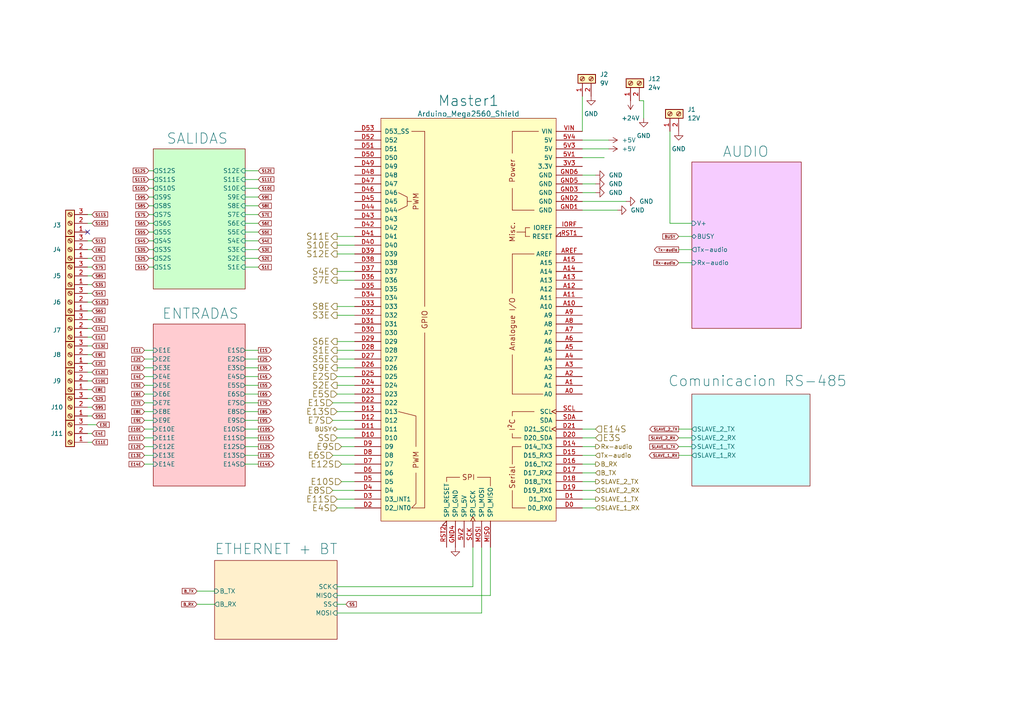
<source format=kicad_sch>
(kicad_sch (version 20211123) (generator eeschema)

  (uuid 2dfa09f6-f116-4f48-80e2-819cd73473fd)

  (paper "A4")

  (title_block
    (title "PCB NEXUS MASTER")
    (date "2022-09-23")
    (company "ORT")
  )

  (lib_symbols
    (symbol "Connector:Screw_Terminal_01x02" (pin_names (offset 1.016) hide) (in_bom yes) (on_board yes)
      (property "Reference" "J" (id 0) (at 0 2.54 0)
        (effects (font (size 1.27 1.27)))
      )
      (property "Value" "Screw_Terminal_01x02" (id 1) (at 0 -5.08 0)
        (effects (font (size 1.27 1.27)))
      )
      (property "Footprint" "" (id 2) (at 0 0 0)
        (effects (font (size 1.27 1.27)) hide)
      )
      (property "Datasheet" "~" (id 3) (at 0 0 0)
        (effects (font (size 1.27 1.27)) hide)
      )
      (property "ki_keywords" "screw terminal" (id 4) (at 0 0 0)
        (effects (font (size 1.27 1.27)) hide)
      )
      (property "ki_description" "Generic screw terminal, single row, 01x02, script generated (kicad-library-utils/schlib/autogen/connector/)" (id 5) (at 0 0 0)
        (effects (font (size 1.27 1.27)) hide)
      )
      (property "ki_fp_filters" "TerminalBlock*:*" (id 6) (at 0 0 0)
        (effects (font (size 1.27 1.27)) hide)
      )
      (symbol "Screw_Terminal_01x02_1_1"
        (rectangle (start -1.27 1.27) (end 1.27 -3.81)
          (stroke (width 0.254) (type default) (color 0 0 0 0))
          (fill (type background))
        )
        (circle (center 0 -2.54) (radius 0.635)
          (stroke (width 0.1524) (type default) (color 0 0 0 0))
          (fill (type none))
        )
        (polyline
          (pts
            (xy -0.5334 -2.2098)
            (xy 0.3302 -3.048)
          )
          (stroke (width 0.1524) (type default) (color 0 0 0 0))
          (fill (type none))
        )
        (polyline
          (pts
            (xy -0.5334 0.3302)
            (xy 0.3302 -0.508)
          )
          (stroke (width 0.1524) (type default) (color 0 0 0 0))
          (fill (type none))
        )
        (polyline
          (pts
            (xy -0.3556 -2.032)
            (xy 0.508 -2.8702)
          )
          (stroke (width 0.1524) (type default) (color 0 0 0 0))
          (fill (type none))
        )
        (polyline
          (pts
            (xy -0.3556 0.508)
            (xy 0.508 -0.3302)
          )
          (stroke (width 0.1524) (type default) (color 0 0 0 0))
          (fill (type none))
        )
        (circle (center 0 0) (radius 0.635)
          (stroke (width 0.1524) (type default) (color 0 0 0 0))
          (fill (type none))
        )
        (pin passive line (at -5.08 0 0) (length 3.81)
          (name "Pin_1" (effects (font (size 1.27 1.27))))
          (number "1" (effects (font (size 1.27 1.27))))
        )
        (pin passive line (at -5.08 -2.54 0) (length 3.81)
          (name "Pin_2" (effects (font (size 1.27 1.27))))
          (number "2" (effects (font (size 1.27 1.27))))
        )
      )
    )
    (symbol "Connector:Screw_Terminal_01x03" (pin_names (offset 1.016) hide) (in_bom yes) (on_board yes)
      (property "Reference" "J" (id 0) (at 0 5.08 0)
        (effects (font (size 1.27 1.27)))
      )
      (property "Value" "Screw_Terminal_01x03" (id 1) (at 0 -5.08 0)
        (effects (font (size 1.27 1.27)))
      )
      (property "Footprint" "" (id 2) (at 0 0 0)
        (effects (font (size 1.27 1.27)) hide)
      )
      (property "Datasheet" "~" (id 3) (at 0 0 0)
        (effects (font (size 1.27 1.27)) hide)
      )
      (property "ki_keywords" "screw terminal" (id 4) (at 0 0 0)
        (effects (font (size 1.27 1.27)) hide)
      )
      (property "ki_description" "Generic screw terminal, single row, 01x03, script generated (kicad-library-utils/schlib/autogen/connector/)" (id 5) (at 0 0 0)
        (effects (font (size 1.27 1.27)) hide)
      )
      (property "ki_fp_filters" "TerminalBlock*:*" (id 6) (at 0 0 0)
        (effects (font (size 1.27 1.27)) hide)
      )
      (symbol "Screw_Terminal_01x03_1_1"
        (rectangle (start -1.27 3.81) (end 1.27 -3.81)
          (stroke (width 0.254) (type default) (color 0 0 0 0))
          (fill (type background))
        )
        (circle (center 0 -2.54) (radius 0.635)
          (stroke (width 0.1524) (type default) (color 0 0 0 0))
          (fill (type none))
        )
        (polyline
          (pts
            (xy -0.5334 -2.2098)
            (xy 0.3302 -3.048)
          )
          (stroke (width 0.1524) (type default) (color 0 0 0 0))
          (fill (type none))
        )
        (polyline
          (pts
            (xy -0.5334 0.3302)
            (xy 0.3302 -0.508)
          )
          (stroke (width 0.1524) (type default) (color 0 0 0 0))
          (fill (type none))
        )
        (polyline
          (pts
            (xy -0.5334 2.8702)
            (xy 0.3302 2.032)
          )
          (stroke (width 0.1524) (type default) (color 0 0 0 0))
          (fill (type none))
        )
        (polyline
          (pts
            (xy -0.3556 -2.032)
            (xy 0.508 -2.8702)
          )
          (stroke (width 0.1524) (type default) (color 0 0 0 0))
          (fill (type none))
        )
        (polyline
          (pts
            (xy -0.3556 0.508)
            (xy 0.508 -0.3302)
          )
          (stroke (width 0.1524) (type default) (color 0 0 0 0))
          (fill (type none))
        )
        (polyline
          (pts
            (xy -0.3556 3.048)
            (xy 0.508 2.2098)
          )
          (stroke (width 0.1524) (type default) (color 0 0 0 0))
          (fill (type none))
        )
        (circle (center 0 0) (radius 0.635)
          (stroke (width 0.1524) (type default) (color 0 0 0 0))
          (fill (type none))
        )
        (circle (center 0 2.54) (radius 0.635)
          (stroke (width 0.1524) (type default) (color 0 0 0 0))
          (fill (type none))
        )
        (pin passive line (at -5.08 2.54 0) (length 3.81)
          (name "Pin_1" (effects (font (size 1.27 1.27))))
          (number "1" (effects (font (size 1.27 1.27))))
        )
        (pin passive line (at -5.08 0 0) (length 3.81)
          (name "Pin_2" (effects (font (size 1.27 1.27))))
          (number "2" (effects (font (size 1.27 1.27))))
        )
        (pin passive line (at -5.08 -2.54 0) (length 3.81)
          (name "Pin_3" (effects (font (size 1.27 1.27))))
          (number "3" (effects (font (size 1.27 1.27))))
        )
      )
    )
    (symbol "arduino:Arduino_Mega2560_Shield" (pin_names (offset 1.016)) (in_bom yes) (on_board yes)
      (property "Reference" "XA" (id 0) (at 2.54 0 90)
        (effects (font (size 1.524 1.524)))
      )
      (property "Value" "Arduino_Mega2560_Shield" (id 1) (at -2.54 0 90)
        (effects (font (size 1.524 1.524)))
      )
      (property "Footprint" "" (id 2) (at 17.78 69.85 0)
        (effects (font (size 1.524 1.524)) hide)
      )
      (property "Datasheet" "https://store.arduino.cc/arduino-mega-2560-rev3" (id 3) (at 17.78 69.85 0)
        (effects (font (size 1.524 1.524)) hide)
      )
      (property "ki_keywords" "Arduino MPU Shield" (id 4) (at 0 0 0)
        (effects (font (size 1.27 1.27)) hide)
      )
      (property "ki_description" "Shield for Arduino Mega 2560" (id 5) (at 0 0 0)
        (effects (font (size 1.27 1.27)) hide)
      )
      (property "ki_fp_filters" "Arduino_Mega2560_Shield" (id 6) (at 0 0 0)
        (effects (font (size 1.27 1.27)) hide)
      )
      (symbol "Arduino_Mega2560_Shield_0_0"
        (rectangle (start -25.4 -58.42) (end 25.4 58.42)
          (stroke (width 0) (type default) (color 0 0 0 0))
          (fill (type background))
        )
        (rectangle (start -20.32 -54.61) (end -12.7 -54.61)
          (stroke (width 0) (type default) (color 0 0 0 0))
          (fill (type none))
        )
        (rectangle (start -19.05 -31.75) (end -12.7 -31.75)
          (stroke (width 0) (type default) (color 0 0 0 0))
          (fill (type none))
        )
        (rectangle (start -19.05 -19.05) (end -12.7 -19.05)
          (stroke (width 0) (type default) (color 0 0 0 0))
          (fill (type none))
        )
        (rectangle (start -19.05 26.67) (end -12.7 26.67)
          (stroke (width 0) (type default) (color 0 0 0 0))
          (fill (type none))
        )
        (rectangle (start -17.78 -26.67) (end -16.51 -26.67)
          (stroke (width 0) (type default) (color 0 0 0 0))
          (fill (type none))
        )
        (rectangle (start -17.78 -24.13) (end -16.51 -24.13)
          (stroke (width 0) (type default) (color 0 0 0 0))
          (fill (type none))
        )
        (rectangle (start -16.51 -25.4) (end -13.97 -25.4)
          (stroke (width 0) (type default) (color 0 0 0 0))
          (fill (type none))
        )
        (rectangle (start -16.51 -24.13) (end -16.51 -26.67)
          (stroke (width 0) (type default) (color 0 0 0 0))
          (fill (type none))
        )
        (rectangle (start -16.51 54.61) (end -12.7 54.61)
          (stroke (width 0) (type default) (color 0 0 0 0))
          (fill (type none))
        )
        (rectangle (start -15.24 34.29) (end -12.7 34.29)
          (stroke (width 0) (type default) (color 0 0 0 0))
          (fill (type none))
        )
        (rectangle (start -15.24 36.83) (end -12.7 36.83)
          (stroke (width 0) (type default) (color 0 0 0 0))
          (fill (type none))
        )
        (rectangle (start -12.7 -54.61) (end -12.7 -48.26)
          (stroke (width 0) (type default) (color 0 0 0 0))
          (fill (type none))
        )
        (rectangle (start -12.7 -31.75) (end -12.7 -38.1)
          (stroke (width 0) (type default) (color 0 0 0 0))
          (fill (type none))
        )
        (rectangle (start -12.7 26.67) (end -12.7 27.94)
          (stroke (width 0) (type default) (color 0 0 0 0))
          (fill (type none))
        )
        (rectangle (start -12.7 34.29) (end -12.7 33.02)
          (stroke (width 0) (type default) (color 0 0 0 0))
          (fill (type none))
        )
        (rectangle (start -12.7 41.91) (end -12.7 36.83)
          (stroke (width 0) (type default) (color 0 0 0 0))
          (fill (type none))
        )
        (rectangle (start -12.7 49.53) (end -12.7 54.61)
          (stroke (width 0) (type default) (color 0 0 0 0))
          (fill (type none))
        )
        (rectangle (start -6.35 48.26) (end -6.35 45.72)
          (stroke (width 0) (type default) (color 0 0 0 0))
          (fill (type none))
        )
        (rectangle (start -2.54 45.72) (end -6.35 45.72)
          (stroke (width 0) (type default) (color 0 0 0 0))
          (fill (type none))
        )
        (polyline
          (pts
            (xy -21.59 21.59)
            (xy -12.7 21.59)
          )
          (stroke (width 0) (type default) (color 0 0 0 0))
          (fill (type none))
        )
        (polyline
          (pts
            (xy -12.7 -19.05)
            (xy -12.7 -7.62)
          )
          (stroke (width 0) (type default) (color 0 0 0 0))
          (fill (type none))
        )
        (polyline
          (pts
            (xy -12.7 10.16)
            (xy -12.7 21.59)
          )
          (stroke (width 0) (type default) (color 0 0 0 0))
          (fill (type none))
        )
        (polyline
          (pts
            (xy 12.7 -54.61)
            (xy 16.51 -54.61)
          )
          (stroke (width 0) (type default) (color 0 0 0 0))
          (fill (type none))
        )
        (polyline
          (pts
            (xy 12.7 54.61)
            (xy 16.51 54.61)
          )
          (stroke (width 0) (type default) (color 0 0 0 0))
          (fill (type none))
        )
        (polyline
          (pts
            (xy 17.78 -34.29)
            (xy 16.51 -34.29)
          )
          (stroke (width 0) (type default) (color 0 0 0 0))
          (fill (type none))
        )
        (polyline
          (pts
            (xy 15.24 36.83)
            (xy 15.24 27.94)
            (xy 20.32 26.67)
          )
          (stroke (width 0) (type default) (color 0 0 0 0))
          (fill (type none))
        )
        (polyline
          (pts
            (xy 15.24 44.45)
            (xy 15.24 53.34)
            (xy 16.51 54.61)
          )
          (stroke (width 0) (type default) (color 0 0 0 0))
          (fill (type none))
        )
        (polyline
          (pts
            (xy 20.32 -31.75)
            (xy 17.78 -33.02)
            (xy 17.78 -35.56)
            (xy 20.32 -36.83)
          )
          (stroke (width 0) (type default) (color 0 0 0 0))
          (fill (type none))
        )
        (rectangle (start 6.35 45.72) (end 2.54 45.72)
          (stroke (width 0) (type default) (color 0 0 0 0))
          (fill (type none))
        )
        (rectangle (start 6.35 46.99) (end 6.35 45.72)
          (stroke (width 0) (type default) (color 0 0 0 0))
          (fill (type none))
        )
        (text "Analogue I/O" (at -12.7 1.27 900)
          (effects (font (size 1.524 1.524)))
        )
        (text "I²C" (at -12.7 30.48 900)
          (effects (font (size 1.524 1.524)))
        )
        (text "Misc." (at -12.7 -25.4 900)
          (effects (font (size 1.524 1.524)))
        )
        (text "Power" (at -12.7 -43.18 900)
          (effects (font (size 1.524 1.524)))
        )
        (text "PWM" (at 15.24 -34.29 900)
          (effects (font (size 1.524 1.524)))
        )
        (text "PWM" (at 15.24 40.64 900)
          (effects (font (size 1.524 1.524)))
        )
        (text "Serial" (at -12.7 45.72 900)
          (effects (font (size 1.524 1.524)))
        )
        (text "SPI" (at 0 45.72 0)
          (effects (font (size 1.524 1.524)))
        )
      )
      (symbol "Arduino_Mega2560_Shield_1_0"
        (rectangle (start 12.7 -54.61) (end 12.7 -3.81)
          (stroke (width 0) (type default) (color 0 0 0 0))
          (fill (type none))
        )
        (rectangle (start 12.7 54.61) (end 12.7 3.81)
          (stroke (width 0) (type default) (color 0 0 0 0))
          (fill (type none))
        )
        (text "GPIO" (at 12.7 0 900)
          (effects (font (size 1.524 1.524)))
        )
      )
      (symbol "Arduino_Mega2560_Shield_1_1"
        (pin power_in line (at -33.02 -44.45 0) (length 7.62)
          (name "3.3V" (effects (font (size 1.27 1.27))))
          (number "3V3" (effects (font (size 1.27 1.27))))
        )
        (pin power_in line (at -33.02 -46.99 0) (length 7.62)
          (name "5V" (effects (font (size 1.27 1.27))))
          (number "5V1" (effects (font (size 1.27 1.27))))
        )
        (pin power_in line (at 1.27 66.04 270) (length 7.62)
          (name "SPI_5V" (effects (font (size 1.27 1.27))))
          (number "5V2" (effects (font (size 1.27 1.27))))
        )
        (pin power_in line (at -33.02 -49.53 0) (length 7.62)
          (name "5V" (effects (font (size 1.27 1.27))))
          (number "5V3" (effects (font (size 1.27 1.27))))
        )
        (pin power_in line (at -33.02 -52.07 0) (length 7.62)
          (name "5V" (effects (font (size 1.27 1.27))))
          (number "5V4" (effects (font (size 1.27 1.27))))
        )
        (pin bidirectional line (at -33.02 21.59 0) (length 7.62)
          (name "A0" (effects (font (size 1.27 1.27))))
          (number "A0" (effects (font (size 1.27 1.27))))
        )
        (pin bidirectional line (at -33.02 19.05 0) (length 7.62)
          (name "A1" (effects (font (size 1.27 1.27))))
          (number "A1" (effects (font (size 1.27 1.27))))
        )
        (pin bidirectional line (at -33.02 -3.81 0) (length 7.62)
          (name "A10" (effects (font (size 1.27 1.27))))
          (number "A10" (effects (font (size 1.27 1.27))))
        )
        (pin bidirectional line (at -33.02 -6.35 0) (length 7.62)
          (name "A11" (effects (font (size 1.27 1.27))))
          (number "A11" (effects (font (size 1.27 1.27))))
        )
        (pin bidirectional line (at -33.02 -8.89 0) (length 7.62)
          (name "A12" (effects (font (size 1.27 1.27))))
          (number "A12" (effects (font (size 1.27 1.27))))
        )
        (pin bidirectional line (at -33.02 -11.43 0) (length 7.62)
          (name "A13" (effects (font (size 1.27 1.27))))
          (number "A13" (effects (font (size 1.27 1.27))))
        )
        (pin bidirectional line (at -33.02 -13.97 0) (length 7.62)
          (name "A14" (effects (font (size 1.27 1.27))))
          (number "A14" (effects (font (size 1.27 1.27))))
        )
        (pin bidirectional line (at -33.02 -16.51 0) (length 7.62)
          (name "A15" (effects (font (size 1.27 1.27))))
          (number "A15" (effects (font (size 1.27 1.27))))
        )
        (pin bidirectional line (at -33.02 16.51 0) (length 7.62)
          (name "A2" (effects (font (size 1.27 1.27))))
          (number "A2" (effects (font (size 1.27 1.27))))
        )
        (pin bidirectional line (at -33.02 13.97 0) (length 7.62)
          (name "A3" (effects (font (size 1.27 1.27))))
          (number "A3" (effects (font (size 1.27 1.27))))
        )
        (pin bidirectional line (at -33.02 11.43 0) (length 7.62)
          (name "A4" (effects (font (size 1.27 1.27))))
          (number "A4" (effects (font (size 1.27 1.27))))
        )
        (pin bidirectional line (at -33.02 8.89 0) (length 7.62)
          (name "A5" (effects (font (size 1.27 1.27))))
          (number "A5" (effects (font (size 1.27 1.27))))
        )
        (pin bidirectional line (at -33.02 6.35 0) (length 7.62)
          (name "A6" (effects (font (size 1.27 1.27))))
          (number "A6" (effects (font (size 1.27 1.27))))
        )
        (pin bidirectional line (at -33.02 3.81 0) (length 7.62)
          (name "A7" (effects (font (size 1.27 1.27))))
          (number "A7" (effects (font (size 1.27 1.27))))
        )
        (pin bidirectional line (at -33.02 1.27 0) (length 7.62)
          (name "A8" (effects (font (size 1.27 1.27))))
          (number "A8" (effects (font (size 1.27 1.27))))
        )
        (pin bidirectional line (at -33.02 -1.27 0) (length 7.62)
          (name "A9" (effects (font (size 1.27 1.27))))
          (number "A9" (effects (font (size 1.27 1.27))))
        )
        (pin input line (at -33.02 -19.05 0) (length 7.62)
          (name "AREF" (effects (font (size 1.27 1.27))))
          (number "AREF" (effects (font (size 1.27 1.27))))
        )
        (pin bidirectional line (at -33.02 54.61 0) (length 7.62)
          (name "D0_RX0" (effects (font (size 1.27 1.27))))
          (number "D0" (effects (font (size 1.27 1.27))))
        )
        (pin bidirectional line (at -33.02 52.07 0) (length 7.62)
          (name "D1_TX0" (effects (font (size 1.27 1.27))))
          (number "D1" (effects (font (size 1.27 1.27))))
        )
        (pin bidirectional line (at 33.02 34.29 180) (length 7.62)
          (name "D10" (effects (font (size 1.27 1.27))))
          (number "D10" (effects (font (size 1.27 1.27))))
        )
        (pin bidirectional line (at 33.02 31.75 180) (length 7.62)
          (name "D11" (effects (font (size 1.27 1.27))))
          (number "D11" (effects (font (size 1.27 1.27))))
        )
        (pin bidirectional line (at 33.02 29.21 180) (length 7.62)
          (name "D12" (effects (font (size 1.27 1.27))))
          (number "D12" (effects (font (size 1.27 1.27))))
        )
        (pin bidirectional line (at 33.02 26.67 180) (length 7.62)
          (name "D13" (effects (font (size 1.27 1.27))))
          (number "D13" (effects (font (size 1.27 1.27))))
        )
        (pin bidirectional line (at -33.02 36.83 0) (length 7.62)
          (name "D14_TX3" (effects (font (size 1.27 1.27))))
          (number "D14" (effects (font (size 1.27 1.27))))
        )
        (pin bidirectional line (at -33.02 39.37 0) (length 7.62)
          (name "D15_RX3" (effects (font (size 1.27 1.27))))
          (number "D15" (effects (font (size 1.27 1.27))))
        )
        (pin bidirectional line (at -33.02 41.91 0) (length 7.62)
          (name "D16_TX2" (effects (font (size 1.27 1.27))))
          (number "D16" (effects (font (size 1.27 1.27))))
        )
        (pin bidirectional line (at -33.02 44.45 0) (length 7.62)
          (name "D17_RX2" (effects (font (size 1.27 1.27))))
          (number "D17" (effects (font (size 1.27 1.27))))
        )
        (pin bidirectional line (at -33.02 46.99 0) (length 7.62)
          (name "D18_TX1" (effects (font (size 1.27 1.27))))
          (number "D18" (effects (font (size 1.27 1.27))))
        )
        (pin bidirectional line (at -33.02 49.53 0) (length 7.62)
          (name "D19_RX1" (effects (font (size 1.27 1.27))))
          (number "D19" (effects (font (size 1.27 1.27))))
        )
        (pin bidirectional line (at 33.02 54.61 180) (length 7.62)
          (name "D2_INT0" (effects (font (size 1.27 1.27))))
          (number "D2" (effects (font (size 1.27 1.27))))
        )
        (pin bidirectional line (at -33.02 34.29 0) (length 7.62)
          (name "D20_SDA" (effects (font (size 1.27 1.27))))
          (number "D20" (effects (font (size 1.27 1.27))))
        )
        (pin bidirectional clock (at -33.02 31.75 0) (length 7.62)
          (name "D21_SCL" (effects (font (size 1.27 1.27))))
          (number "D21" (effects (font (size 1.27 1.27))))
        )
        (pin bidirectional line (at 33.02 24.13 180) (length 7.62)
          (name "D22" (effects (font (size 1.27 1.27))))
          (number "D22" (effects (font (size 1.27 1.27))))
        )
        (pin bidirectional line (at 33.02 21.59 180) (length 7.62)
          (name "D23" (effects (font (size 1.27 1.27))))
          (number "D23" (effects (font (size 1.27 1.27))))
        )
        (pin bidirectional line (at 33.02 19.05 180) (length 7.62)
          (name "D24" (effects (font (size 1.27 1.27))))
          (number "D24" (effects (font (size 1.27 1.27))))
        )
        (pin bidirectional line (at 33.02 16.51 180) (length 7.62)
          (name "D25" (effects (font (size 1.27 1.27))))
          (number "D25" (effects (font (size 1.27 1.27))))
        )
        (pin bidirectional line (at 33.02 13.97 180) (length 7.62)
          (name "D26" (effects (font (size 1.27 1.27))))
          (number "D26" (effects (font (size 1.27 1.27))))
        )
        (pin bidirectional line (at 33.02 11.43 180) (length 7.62)
          (name "D27" (effects (font (size 1.27 1.27))))
          (number "D27" (effects (font (size 1.27 1.27))))
        )
        (pin bidirectional line (at 33.02 8.89 180) (length 7.62)
          (name "D28" (effects (font (size 1.27 1.27))))
          (number "D28" (effects (font (size 1.27 1.27))))
        )
        (pin bidirectional line (at 33.02 6.35 180) (length 7.62)
          (name "D29" (effects (font (size 1.27 1.27))))
          (number "D29" (effects (font (size 1.27 1.27))))
        )
        (pin bidirectional line (at 33.02 52.07 180) (length 7.62)
          (name "D3_INT1" (effects (font (size 1.27 1.27))))
          (number "D3" (effects (font (size 1.27 1.27))))
        )
        (pin bidirectional line (at 33.02 3.81 180) (length 7.62)
          (name "D30" (effects (font (size 1.27 1.27))))
          (number "D30" (effects (font (size 1.27 1.27))))
        )
        (pin bidirectional line (at 33.02 1.27 180) (length 7.62)
          (name "D31" (effects (font (size 1.27 1.27))))
          (number "D31" (effects (font (size 1.27 1.27))))
        )
        (pin bidirectional line (at 33.02 -1.27 180) (length 7.62)
          (name "D32" (effects (font (size 1.27 1.27))))
          (number "D32" (effects (font (size 1.27 1.27))))
        )
        (pin bidirectional line (at 33.02 -3.81 180) (length 7.62)
          (name "D33" (effects (font (size 1.27 1.27))))
          (number "D33" (effects (font (size 1.27 1.27))))
        )
        (pin bidirectional line (at 33.02 -6.35 180) (length 7.62)
          (name "D34" (effects (font (size 1.27 1.27))))
          (number "D34" (effects (font (size 1.27 1.27))))
        )
        (pin bidirectional line (at 33.02 -8.89 180) (length 7.62)
          (name "D35" (effects (font (size 1.27 1.27))))
          (number "D35" (effects (font (size 1.27 1.27))))
        )
        (pin bidirectional line (at 33.02 -11.43 180) (length 7.62)
          (name "D36" (effects (font (size 1.27 1.27))))
          (number "D36" (effects (font (size 1.27 1.27))))
        )
        (pin bidirectional line (at 33.02 -13.97 180) (length 7.62)
          (name "D37" (effects (font (size 1.27 1.27))))
          (number "D37" (effects (font (size 1.27 1.27))))
        )
        (pin bidirectional line (at 33.02 -16.51 180) (length 7.62)
          (name "D38" (effects (font (size 1.27 1.27))))
          (number "D38" (effects (font (size 1.27 1.27))))
        )
        (pin bidirectional line (at 33.02 -19.05 180) (length 7.62)
          (name "D39" (effects (font (size 1.27 1.27))))
          (number "D39" (effects (font (size 1.27 1.27))))
        )
        (pin bidirectional line (at 33.02 49.53 180) (length 7.62)
          (name "D4" (effects (font (size 1.27 1.27))))
          (number "D4" (effects (font (size 1.27 1.27))))
        )
        (pin bidirectional line (at 33.02 -21.59 180) (length 7.62)
          (name "D40" (effects (font (size 1.27 1.27))))
          (number "D40" (effects (font (size 1.27 1.27))))
        )
        (pin bidirectional line (at 33.02 -24.13 180) (length 7.62)
          (name "D41" (effects (font (size 1.27 1.27))))
          (number "D41" (effects (font (size 1.27 1.27))))
        )
        (pin bidirectional line (at 33.02 -26.67 180) (length 7.62)
          (name "D42" (effects (font (size 1.27 1.27))))
          (number "D42" (effects (font (size 1.27 1.27))))
        )
        (pin bidirectional line (at 33.02 -29.21 180) (length 7.62)
          (name "D43" (effects (font (size 1.27 1.27))))
          (number "D43" (effects (font (size 1.27 1.27))))
        )
        (pin bidirectional line (at 33.02 -31.75 180) (length 7.62)
          (name "D44" (effects (font (size 1.27 1.27))))
          (number "D44" (effects (font (size 1.27 1.27))))
        )
        (pin bidirectional line (at 33.02 -34.29 180) (length 7.62)
          (name "D45" (effects (font (size 1.27 1.27))))
          (number "D45" (effects (font (size 1.27 1.27))))
        )
        (pin bidirectional line (at 33.02 -36.83 180) (length 7.62)
          (name "D46" (effects (font (size 1.27 1.27))))
          (number "D46" (effects (font (size 1.27 1.27))))
        )
        (pin bidirectional line (at 33.02 -39.37 180) (length 7.62)
          (name "D47" (effects (font (size 1.27 1.27))))
          (number "D47" (effects (font (size 1.27 1.27))))
        )
        (pin bidirectional line (at 33.02 -41.91 180) (length 7.62)
          (name "D48" (effects (font (size 1.27 1.27))))
          (number "D48" (effects (font (size 1.27 1.27))))
        )
        (pin bidirectional line (at 33.02 -44.45 180) (length 7.62)
          (name "D49" (effects (font (size 1.27 1.27))))
          (number "D49" (effects (font (size 1.27 1.27))))
        )
        (pin bidirectional line (at 33.02 46.99 180) (length 7.62)
          (name "D5" (effects (font (size 1.27 1.27))))
          (number "D5" (effects (font (size 1.27 1.27))))
        )
        (pin bidirectional line (at 33.02 -46.99 180) (length 7.62)
          (name "D50" (effects (font (size 1.27 1.27))))
          (number "D50" (effects (font (size 1.27 1.27))))
        )
        (pin bidirectional line (at 33.02 -49.53 180) (length 7.62)
          (name "D51" (effects (font (size 1.27 1.27))))
          (number "D51" (effects (font (size 1.27 1.27))))
        )
        (pin bidirectional line (at 33.02 -52.07 180) (length 7.62)
          (name "D52" (effects (font (size 1.27 1.27))))
          (number "D52" (effects (font (size 1.27 1.27))))
        )
        (pin bidirectional line (at 33.02 -54.61 180) (length 7.62)
          (name "D53_SS" (effects (font (size 1.27 1.27))))
          (number "D53" (effects (font (size 1.27 1.27))))
        )
        (pin bidirectional line (at 33.02 44.45 180) (length 7.62)
          (name "D6" (effects (font (size 1.27 1.27))))
          (number "D6" (effects (font (size 1.27 1.27))))
        )
        (pin bidirectional line (at 33.02 41.91 180) (length 7.62)
          (name "D7" (effects (font (size 1.27 1.27))))
          (number "D7" (effects (font (size 1.27 1.27))))
        )
        (pin bidirectional line (at 33.02 39.37 180) (length 7.62)
          (name "D8" (effects (font (size 1.27 1.27))))
          (number "D8" (effects (font (size 1.27 1.27))))
        )
        (pin bidirectional line (at 33.02 36.83 180) (length 7.62)
          (name "D9" (effects (font (size 1.27 1.27))))
          (number "D9" (effects (font (size 1.27 1.27))))
        )
        (pin power_in line (at -33.02 -31.75 0) (length 7.62)
          (name "GND" (effects (font (size 1.27 1.27))))
          (number "GND1" (effects (font (size 1.27 1.27))))
        )
        (pin power_in line (at -33.02 -34.29 0) (length 7.62)
          (name "GND" (effects (font (size 1.27 1.27))))
          (number "GND2" (effects (font (size 1.27 1.27))))
        )
        (pin power_in line (at -33.02 -36.83 0) (length 7.62)
          (name "GND" (effects (font (size 1.27 1.27))))
          (number "GND3" (effects (font (size 1.27 1.27))))
        )
        (pin power_in line (at 3.81 66.04 270) (length 7.62)
          (name "SPI_GND" (effects (font (size 1.27 1.27))))
          (number "GND4" (effects (font (size 1.27 1.27))))
        )
        (pin power_in line (at -33.02 -39.37 0) (length 7.62)
          (name "GND" (effects (font (size 1.27 1.27))))
          (number "GND5" (effects (font (size 1.27 1.27))))
        )
        (pin power_in line (at -33.02 -41.91 0) (length 7.62)
          (name "GND" (effects (font (size 1.27 1.27))))
          (number "GND6" (effects (font (size 1.27 1.27))))
        )
        (pin output line (at -33.02 -26.67 0) (length 7.62)
          (name "IOREF" (effects (font (size 1.27 1.27))))
          (number "IORF" (effects (font (size 1.27 1.27))))
        )
        (pin input line (at -6.35 66.04 270) (length 7.62)
          (name "SPI_MISO" (effects (font (size 1.27 1.27))))
          (number "MISO" (effects (font (size 1.27 1.27))))
        )
        (pin output line (at -3.81 66.04 270) (length 7.62)
          (name "SPI_MOSI" (effects (font (size 1.27 1.27))))
          (number "MOSI" (effects (font (size 1.27 1.27))))
        )
        (pin open_collector input_low (at -33.02 -24.13 0) (length 7.62)
          (name "RESET" (effects (font (size 1.27 1.27))))
          (number "RST1" (effects (font (size 1.27 1.27))))
        )
        (pin open_collector input_low (at 6.35 66.04 270) (length 7.62)
          (name "SPI_RESET" (effects (font (size 1.27 1.27))))
          (number "RST2" (effects (font (size 1.27 1.27))))
        )
        (pin output clock (at -1.27 66.04 270) (length 7.62)
          (name "SPI_SCK" (effects (font (size 1.27 1.27))))
          (number "SCK" (effects (font (size 1.27 1.27))))
        )
        (pin bidirectional clock (at -33.02 26.67 0) (length 7.62)
          (name "SCL" (effects (font (size 1.27 1.27))))
          (number "SCL" (effects (font (size 1.27 1.27))))
        )
        (pin bidirectional line (at -33.02 29.21 0) (length 7.62)
          (name "SDA" (effects (font (size 1.27 1.27))))
          (number "SDA" (effects (font (size 1.27 1.27))))
        )
        (pin power_in line (at -33.02 -54.61 0) (length 7.62)
          (name "VIN" (effects (font (size 1.27 1.27))))
          (number "VIN" (effects (font (size 1.27 1.27))))
        )
      )
    )
    (symbol "power:+24V" (power) (pin_names (offset 0)) (in_bom yes) (on_board yes)
      (property "Reference" "#PWR" (id 0) (at 0 -3.81 0)
        (effects (font (size 1.27 1.27)) hide)
      )
      (property "Value" "+24V" (id 1) (at 0 3.556 0)
        (effects (font (size 1.27 1.27)))
      )
      (property "Footprint" "" (id 2) (at 0 0 0)
        (effects (font (size 1.27 1.27)) hide)
      )
      (property "Datasheet" "" (id 3) (at 0 0 0)
        (effects (font (size 1.27 1.27)) hide)
      )
      (property "ki_keywords" "power-flag" (id 4) (at 0 0 0)
        (effects (font (size 1.27 1.27)) hide)
      )
      (property "ki_description" "Power symbol creates a global label with name \"+24V\"" (id 5) (at 0 0 0)
        (effects (font (size 1.27 1.27)) hide)
      )
      (symbol "+24V_0_1"
        (polyline
          (pts
            (xy -0.762 1.27)
            (xy 0 2.54)
          )
          (stroke (width 0) (type default) (color 0 0 0 0))
          (fill (type none))
        )
        (polyline
          (pts
            (xy 0 0)
            (xy 0 2.54)
          )
          (stroke (width 0) (type default) (color 0 0 0 0))
          (fill (type none))
        )
        (polyline
          (pts
            (xy 0 2.54)
            (xy 0.762 1.27)
          )
          (stroke (width 0) (type default) (color 0 0 0 0))
          (fill (type none))
        )
      )
      (symbol "+24V_1_1"
        (pin power_in line (at 0 0 90) (length 0) hide
          (name "+24V" (effects (font (size 1.27 1.27))))
          (number "1" (effects (font (size 1.27 1.27))))
        )
      )
    )
    (symbol "power:+5V" (power) (pin_names (offset 0)) (in_bom yes) (on_board yes)
      (property "Reference" "#PWR" (id 0) (at 0 -3.81 0)
        (effects (font (size 1.27 1.27)) hide)
      )
      (property "Value" "+5V" (id 1) (at 0 3.556 0)
        (effects (font (size 1.27 1.27)))
      )
      (property "Footprint" "" (id 2) (at 0 0 0)
        (effects (font (size 1.27 1.27)) hide)
      )
      (property "Datasheet" "" (id 3) (at 0 0 0)
        (effects (font (size 1.27 1.27)) hide)
      )
      (property "ki_keywords" "power-flag" (id 4) (at 0 0 0)
        (effects (font (size 1.27 1.27)) hide)
      )
      (property "ki_description" "Power symbol creates a global label with name \"+5V\"" (id 5) (at 0 0 0)
        (effects (font (size 1.27 1.27)) hide)
      )
      (symbol "+5V_0_1"
        (polyline
          (pts
            (xy -0.762 1.27)
            (xy 0 2.54)
          )
          (stroke (width 0) (type default) (color 0 0 0 0))
          (fill (type none))
        )
        (polyline
          (pts
            (xy 0 0)
            (xy 0 2.54)
          )
          (stroke (width 0) (type default) (color 0 0 0 0))
          (fill (type none))
        )
        (polyline
          (pts
            (xy 0 2.54)
            (xy 0.762 1.27)
          )
          (stroke (width 0) (type default) (color 0 0 0 0))
          (fill (type none))
        )
      )
      (symbol "+5V_1_1"
        (pin power_in line (at 0 0 90) (length 0) hide
          (name "+5V" (effects (font (size 1.27 1.27))))
          (number "1" (effects (font (size 1.27 1.27))))
        )
      )
    )
    (symbol "power:GND" (power) (pin_names (offset 0)) (in_bom yes) (on_board yes)
      (property "Reference" "#PWR" (id 0) (at 0 -6.35 0)
        (effects (font (size 1.27 1.27)) hide)
      )
      (property "Value" "GND" (id 1) (at 0 -3.81 0)
        (effects (font (size 1.27 1.27)))
      )
      (property "Footprint" "" (id 2) (at 0 0 0)
        (effects (font (size 1.27 1.27)) hide)
      )
      (property "Datasheet" "" (id 3) (at 0 0 0)
        (effects (font (size 1.27 1.27)) hide)
      )
      (property "ki_keywords" "power-flag" (id 4) (at 0 0 0)
        (effects (font (size 1.27 1.27)) hide)
      )
      (property "ki_description" "Power symbol creates a global label with name \"GND\" , ground" (id 5) (at 0 0 0)
        (effects (font (size 1.27 1.27)) hide)
      )
      (symbol "GND_0_1"
        (polyline
          (pts
            (xy 0 0)
            (xy 0 -1.27)
            (xy 1.27 -1.27)
            (xy 0 -2.54)
            (xy -1.27 -1.27)
            (xy 0 -1.27)
          )
          (stroke (width 0) (type default) (color 0 0 0 0))
          (fill (type none))
        )
      )
      (symbol "GND_1_1"
        (pin power_in line (at 0 0 270) (length 0) hide
          (name "GND" (effects (font (size 1.27 1.27))))
          (number "1" (effects (font (size 1.27 1.27))))
        )
      )
    )
  )


  (no_connect (at 25.4 67.31) (uuid 5c273ec7-5662-41b9-aa38-968a55c79961))

  (wire (pts (xy 41.91 109.22) (xy 44.45 109.22))
    (stroke (width 0) (type default) (color 0 0 0 0))
    (uuid 010c8bd2-9a7a-44b5-b90b-80dd2474c300)
  )
  (wire (pts (xy 25.4 107.95) (xy 26.67 107.95))
    (stroke (width 0) (type default) (color 0 0 0 0))
    (uuid 06592119-35ba-41c1-b3de-2eb95e93747e)
  )
  (wire (pts (xy 71.12 69.85) (xy 74.93 69.85))
    (stroke (width 0) (type default) (color 0 0 0 0))
    (uuid 07b5880a-7147-4f75-9cae-4c4b98e27b14)
  )
  (wire (pts (xy 25.4 100.33) (xy 26.67 100.33))
    (stroke (width 0) (type default) (color 0 0 0 0))
    (uuid 07e24fa2-7caf-419f-997b-bb99ba8fc5ff)
  )
  (wire (pts (xy 71.12 119.38) (xy 74.93 119.38))
    (stroke (width 0) (type default) (color 0 0 0 0))
    (uuid 08570459-8365-4e06-8f8a-8734185ccf5b)
  )
  (wire (pts (xy 142.24 172.72) (xy 142.24 158.75))
    (stroke (width 0) (type default) (color 0 0 0 0))
    (uuid 08bb6ea4-d27b-44ee-b029-f7dc1ae32af5)
  )
  (wire (pts (xy 194.31 64.77) (xy 200.66 64.77))
    (stroke (width 0) (type default) (color 0 0 0 0))
    (uuid 0af3ab2d-613a-4724-863d-0a6ef2283659)
  )
  (wire (pts (xy 97.79 106.68) (xy 102.87 106.68))
    (stroke (width 0) (type default) (color 0 0 0 0))
    (uuid 0e370ec4-b240-464b-b513-3e5a452192f8)
  )
  (wire (pts (xy 97.79 172.72) (xy 142.24 172.72))
    (stroke (width 0) (type default) (color 0 0 0 0))
    (uuid 0f0c22d2-5bbc-4dbd-aafd-514253131b14)
  )
  (wire (pts (xy 43.18 64.77) (xy 44.45 64.77))
    (stroke (width 0) (type default) (color 0 0 0 0))
    (uuid 144765c3-bf5d-4ae1-b652-5d5e849557c2)
  )
  (wire (pts (xy 97.79 124.46) (xy 102.87 124.46))
    (stroke (width 0) (type default) (color 0 0 0 0))
    (uuid 1628379f-c489-445d-b5e2-703a086ae5e8)
  )
  (wire (pts (xy 43.18 67.31) (xy 44.45 67.31))
    (stroke (width 0) (type default) (color 0 0 0 0))
    (uuid 18ed157b-145e-4de0-9d42-00702893ba99)
  )
  (wire (pts (xy 41.91 132.08) (xy 44.45 132.08))
    (stroke (width 0) (type default) (color 0 0 0 0))
    (uuid 18fc2cf2-20f9-4825-9709-949cf253a0da)
  )
  (wire (pts (xy 25.4 62.23) (xy 26.67 62.23))
    (stroke (width 0) (type default) (color 0 0 0 0))
    (uuid 19049353-b4bf-4fe1-8af2-8dab7e3b7c05)
  )
  (wire (pts (xy 25.4 123.19) (xy 27.94 123.19))
    (stroke (width 0) (type default) (color 0 0 0 0))
    (uuid 1a9a25f5-e483-47c1-8669-24aff97df012)
  )
  (wire (pts (xy 97.79 78.74) (xy 102.87 78.74))
    (stroke (width 0) (type default) (color 0 0 0 0))
    (uuid 1de9d025-fca9-4dfb-8bf1-2dbcf45d7778)
  )
  (wire (pts (xy 172.72 124.46) (xy 168.91 124.46))
    (stroke (width 0) (type default) (color 0 0 0 0))
    (uuid 1e7ce3c2-8420-4b3c-ab32-4a94a4df6fd1)
  )
  (wire (pts (xy 97.79 71.12) (xy 102.87 71.12))
    (stroke (width 0) (type default) (color 0 0 0 0))
    (uuid 1feee4b8-8e33-454b-b164-31a2c5f5782b)
  )
  (wire (pts (xy 97.79 68.58) (xy 102.87 68.58))
    (stroke (width 0) (type default) (color 0 0 0 0))
    (uuid 22e2d7b9-2325-453b-b920-46ef137c7736)
  )
  (wire (pts (xy 168.91 45.72) (xy 175.26 45.72))
    (stroke (width 0) (type default) (color 0 0 0 0))
    (uuid 23569a18-7449-47e2-8621-dd329c140a45)
  )
  (wire (pts (xy 26.67 72.39) (xy 25.4 72.39))
    (stroke (width 0) (type default) (color 0 0 0 0))
    (uuid 235b0bde-d7ba-4c1e-b228-7beddd079a6c)
  )
  (wire (pts (xy 41.91 104.14) (xy 44.45 104.14))
    (stroke (width 0) (type default) (color 0 0 0 0))
    (uuid 250c5d42-4965-4c4b-9b8b-7b0a70f2121b)
  )
  (wire (pts (xy 168.91 60.96) (xy 179.07 60.96))
    (stroke (width 0) (type default) (color 0 0 0 0))
    (uuid 258666e1-3aa7-4305-bc49-f8aaa364d228)
  )
  (wire (pts (xy 71.12 106.68) (xy 74.93 106.68))
    (stroke (width 0) (type default) (color 0 0 0 0))
    (uuid 2854e606-5bf8-4a04-97fc-9fd785f4437d)
  )
  (wire (pts (xy 25.4 69.85) (xy 26.67 69.85))
    (stroke (width 0) (type default) (color 0 0 0 0))
    (uuid 2b2644d3-0145-4843-8365-d1b62fb0f469)
  )
  (wire (pts (xy 71.12 49.53) (xy 74.93 49.53))
    (stroke (width 0) (type default) (color 0 0 0 0))
    (uuid 2b2d242b-a965-40ab-8a12-7d5d15ae83cc)
  )
  (wire (pts (xy 25.4 64.77) (xy 26.67 64.77))
    (stroke (width 0) (type default) (color 0 0 0 0))
    (uuid 2db17055-5f16-4c82-b7cb-5fa884582a04)
  )
  (wire (pts (xy 168.91 144.78) (xy 172.72 144.78))
    (stroke (width 0) (type default) (color 0 0 0 0))
    (uuid 2edcad20-173e-4413-b2ac-3a174623cc8d)
  )
  (wire (pts (xy 26.67 74.93) (xy 25.4 74.93))
    (stroke (width 0) (type default) (color 0 0 0 0))
    (uuid 2efda6d2-c776-45a4-a9cc-d9c93e39b365)
  )
  (wire (pts (xy 71.12 57.15) (xy 74.93 57.15))
    (stroke (width 0) (type default) (color 0 0 0 0))
    (uuid 319df645-3ad2-4671-bb7e-b77b98c507c7)
  )
  (wire (pts (xy 99.06 134.62) (xy 102.87 134.62))
    (stroke (width 0) (type default) (color 0 0 0 0))
    (uuid 3303fd0d-5e51-4f0c-a8b7-e1614c0001f0)
  )
  (wire (pts (xy 71.12 104.14) (xy 74.93 104.14))
    (stroke (width 0) (type default) (color 0 0 0 0))
    (uuid 33b2d668-e246-48c3-9e82-e5825f986e0b)
  )
  (wire (pts (xy 97.79 144.78) (xy 102.87 144.78))
    (stroke (width 0) (type default) (color 0 0 0 0))
    (uuid 3725e3ee-26c7-4380-8bb3-4d87eb6f478c)
  )
  (wire (pts (xy 71.12 72.39) (xy 74.93 72.39))
    (stroke (width 0) (type default) (color 0 0 0 0))
    (uuid 3b01b442-b66d-445f-b985-6a196560a506)
  )
  (wire (pts (xy 186.69 29.21) (xy 186.69 34.29))
    (stroke (width 0) (type default) (color 0 0 0 0))
    (uuid 3b299b34-e9d2-4360-ba88-be5e17e764a3)
  )
  (wire (pts (xy 26.67 95.25) (xy 25.4 95.25))
    (stroke (width 0) (type default) (color 0 0 0 0))
    (uuid 3b36ef23-de5a-44ef-99e3-5745393d41b6)
  )
  (wire (pts (xy 43.18 49.53) (xy 44.45 49.53))
    (stroke (width 0) (type default) (color 0 0 0 0))
    (uuid 3c019aba-92e1-4cac-921b-d534b3bb4faf)
  )
  (wire (pts (xy 25.4 80.01) (xy 26.67 80.01))
    (stroke (width 0) (type default) (color 0 0 0 0))
    (uuid 3d243758-76ba-46fe-9407-6e30f2b61587)
  )
  (wire (pts (xy 97.79 104.14) (xy 102.87 104.14))
    (stroke (width 0) (type default) (color 0 0 0 0))
    (uuid 40b62011-2f62-49bd-a303-2f0324ed5228)
  )
  (wire (pts (xy 168.91 58.42) (xy 181.61 58.42))
    (stroke (width 0) (type default) (color 0 0 0 0))
    (uuid 416047de-57ae-4805-9d52-bcc6cd6b3b32)
  )
  (wire (pts (xy 96.52 116.84) (xy 102.87 116.84))
    (stroke (width 0) (type default) (color 0 0 0 0))
    (uuid 46597844-0b22-4b1d-b975-3b0efee844ae)
  )
  (wire (pts (xy 25.4 90.17) (xy 26.67 90.17))
    (stroke (width 0) (type default) (color 0 0 0 0))
    (uuid 4725ba3b-5f8d-49fb-ad1b-d7528d024692)
  )
  (wire (pts (xy 25.4 85.09) (xy 26.67 85.09))
    (stroke (width 0) (type default) (color 0 0 0 0))
    (uuid 48bc63b3-cfcc-483c-8b7e-73e6d5027fe4)
  )
  (wire (pts (xy 25.4 118.11) (xy 26.67 118.11))
    (stroke (width 0) (type default) (color 0 0 0 0))
    (uuid 4e9c9914-764e-4ce8-9957-d114c5f7e27b)
  )
  (wire (pts (xy 44.45 124.46) (xy 41.91 124.46))
    (stroke (width 0) (type default) (color 0 0 0 0))
    (uuid 4fb17749-7a4a-45d0-9e6c-660f13a4e2dd)
  )
  (wire (pts (xy 97.79 99.06) (xy 102.87 99.06))
    (stroke (width 0) (type default) (color 0 0 0 0))
    (uuid 50156fa7-8dbd-45dd-aaa4-41874c0a8ac5)
  )
  (wire (pts (xy 97.79 88.9) (xy 102.87 88.9))
    (stroke (width 0) (type default) (color 0 0 0 0))
    (uuid 5074c0d0-6d29-4df8-95f6-e3e32cad0bea)
  )
  (wire (pts (xy 44.45 77.47) (xy 43.18 77.47))
    (stroke (width 0) (type default) (color 0 0 0 0))
    (uuid 538fe70f-c6cb-4484-9bca-b0a1d7402df2)
  )
  (wire (pts (xy 43.18 69.85) (xy 44.45 69.85))
    (stroke (width 0) (type default) (color 0 0 0 0))
    (uuid 54d53918-7462-4774-98cf-e7cf272714df)
  )
  (wire (pts (xy 196.85 76.2) (xy 200.66 76.2))
    (stroke (width 0) (type default) (color 0 0 0 0))
    (uuid 567cae5f-fbc9-4e08-a350-1632fbdcb70a)
  )
  (wire (pts (xy 97.79 91.44) (xy 102.87 91.44))
    (stroke (width 0) (type default) (color 0 0 0 0))
    (uuid 5b624873-bf48-4109-a8ad-15dbfba772c9)
  )
  (wire (pts (xy 43.18 57.15) (xy 44.45 57.15))
    (stroke (width 0) (type default) (color 0 0 0 0))
    (uuid 5b6af506-8b0a-4fd8-b471-f5d96ee59477)
  )
  (wire (pts (xy 96.52 121.92) (xy 102.87 121.92))
    (stroke (width 0) (type default) (color 0 0 0 0))
    (uuid 5c74c839-3abb-4751-a8f4-933309fdcd42)
  )
  (wire (pts (xy 44.45 59.69) (xy 43.18 59.69))
    (stroke (width 0) (type default) (color 0 0 0 0))
    (uuid 618fea20-1678-4f72-b6ac-9be2d979a109)
  )
  (wire (pts (xy 168.91 137.16) (xy 172.72 137.16))
    (stroke (width 0) (type default) (color 0 0 0 0))
    (uuid 62539167-5445-4f17-ad3c-5d2f95efa3ba)
  )
  (wire (pts (xy 97.79 111.76) (xy 102.87 111.76))
    (stroke (width 0) (type default) (color 0 0 0 0))
    (uuid 6c205657-5125-4e06-b9f2-74f04821be69)
  )
  (wire (pts (xy 25.4 82.55) (xy 26.67 82.55))
    (stroke (width 0) (type default) (color 0 0 0 0))
    (uuid 6d3ac7d1-960a-4fa2-8328-87b96b92ed70)
  )
  (wire (pts (xy 71.12 109.22) (xy 74.93 109.22))
    (stroke (width 0) (type default) (color 0 0 0 0))
    (uuid 6dea1471-c335-47a9-a3a6-83b7e58c2ca2)
  )
  (wire (pts (xy 25.4 120.65) (xy 26.67 120.65))
    (stroke (width 0) (type default) (color 0 0 0 0))
    (uuid 72644209-db53-4e03-a0f6-c362046eaff6)
  )
  (wire (pts (xy 97.79 119.38) (xy 102.87 119.38))
    (stroke (width 0) (type default) (color 0 0 0 0))
    (uuid 72e211d2-7a46-42a4-a783-9ce1044d4371)
  )
  (wire (pts (xy 99.06 129.54) (xy 102.87 129.54))
    (stroke (width 0) (type default) (color 0 0 0 0))
    (uuid 767d7a55-26f6-44bd-99df-335a4a8ecfcc)
  )
  (wire (pts (xy 168.91 43.18) (xy 176.53 43.18))
    (stroke (width 0) (type default) (color 0 0 0 0))
    (uuid 76caaa54-f9ed-46aa-9347-8c3ec1b324cb)
  )
  (wire (pts (xy 44.45 106.68) (xy 41.91 106.68))
    (stroke (width 0) (type default) (color 0 0 0 0))
    (uuid 772d8ddf-6305-47f1-a03d-6d61bc3cf7f1)
  )
  (wire (pts (xy 97.79 127) (xy 102.87 127))
    (stroke (width 0) (type default) (color 0 0 0 0))
    (uuid 7aa8b360-825a-453a-87e4-3ac42f0f8d0f)
  )
  (wire (pts (xy 71.12 134.62) (xy 74.93 134.62))
    (stroke (width 0) (type default) (color 0 0 0 0))
    (uuid 7daced32-fb53-4e60-a304-1cc35d2cea87)
  )
  (wire (pts (xy 97.79 175.26) (xy 100.33 175.26))
    (stroke (width 0) (type default) (color 0 0 0 0))
    (uuid 869f0ce3-47f3-4e5a-889c-911838563dea)
  )
  (wire (pts (xy 71.12 64.77) (xy 74.93 64.77))
    (stroke (width 0) (type default) (color 0 0 0 0))
    (uuid 86e639a8-e1f9-4e9c-89f2-862e1ede7e68)
  )
  (wire (pts (xy 71.12 124.46) (xy 74.93 124.46))
    (stroke (width 0) (type default) (color 0 0 0 0))
    (uuid 8721ef74-d587-4b0d-a431-aedb81b4eb6a)
  )
  (wire (pts (xy 196.85 129.54) (xy 200.66 129.54))
    (stroke (width 0) (type default) (color 0 0 0 0))
    (uuid 894a36f9-0afe-457a-9bb9-ad8797a48bf5)
  )
  (wire (pts (xy 41.91 129.54) (xy 44.45 129.54))
    (stroke (width 0) (type default) (color 0 0 0 0))
    (uuid 8c13c892-a0ba-4852-b1e4-a71c6e6359fe)
  )
  (wire (pts (xy 168.91 139.7) (xy 172.72 139.7))
    (stroke (width 0) (type default) (color 0 0 0 0))
    (uuid 8e39682c-41b3-490b-b2d2-a0f35bcd890b)
  )
  (wire (pts (xy 41.91 121.92) (xy 44.45 121.92))
    (stroke (width 0) (type default) (color 0 0 0 0))
    (uuid 9052f263-0481-41eb-a5d9-32dbf18d078a)
  )
  (wire (pts (xy 71.12 129.54) (xy 74.93 129.54))
    (stroke (width 0) (type default) (color 0 0 0 0))
    (uuid 935ce080-6de0-45bb-92b0-b0d4643a0cda)
  )
  (wire (pts (xy 97.79 73.66) (xy 102.87 73.66))
    (stroke (width 0) (type default) (color 0 0 0 0))
    (uuid 950f23dc-40ee-4c0a-83b8-f58233c2fc23)
  )
  (wire (pts (xy 71.12 101.6) (xy 74.93 101.6))
    (stroke (width 0) (type default) (color 0 0 0 0))
    (uuid 96760c78-4db8-46f2-92e4-abd08b855c61)
  )
  (wire (pts (xy 168.91 27.94) (xy 168.91 38.1))
    (stroke (width 0) (type default) (color 0 0 0 0))
    (uuid 9837a78f-96e7-4e3b-8de8-869a7bdf0fc5)
  )
  (wire (pts (xy 168.91 40.64) (xy 176.53 40.64))
    (stroke (width 0) (type default) (color 0 0 0 0))
    (uuid 9a57c9ac-5c15-4938-a732-de29d4d95bee)
  )
  (wire (pts (xy 196.85 132.08) (xy 200.66 132.08))
    (stroke (width 0) (type default) (color 0 0 0 0))
    (uuid 9b588d9b-3ea1-45c4-9a03-c92d5eded985)
  )
  (wire (pts (xy 196.85 68.58) (xy 200.66 68.58))
    (stroke (width 0) (type default) (color 0 0 0 0))
    (uuid 9db0245e-87cd-43ee-8183-1cb7935081ae)
  )
  (wire (pts (xy 71.12 116.84) (xy 74.93 116.84))
    (stroke (width 0) (type default) (color 0 0 0 0))
    (uuid 9e8e87ed-e328-4288-8ca6-f27e1cddfd6f)
  )
  (wire (pts (xy 97.79 114.3) (xy 102.87 114.3))
    (stroke (width 0) (type default) (color 0 0 0 0))
    (uuid 9f9685e0-f531-4678-b2ce-8c23c52257dc)
  )
  (wire (pts (xy 25.4 110.49) (xy 26.67 110.49))
    (stroke (width 0) (type default) (color 0 0 0 0))
    (uuid a0b4e253-bcd9-4c9e-b4ff-ba6f076b084a)
  )
  (wire (pts (xy 168.91 50.8) (xy 172.72 50.8))
    (stroke (width 0) (type default) (color 0 0 0 0))
    (uuid a0eff8c0-331d-4acb-a7e9-58a5889551fd)
  )
  (wire (pts (xy 71.12 121.92) (xy 74.93 121.92))
    (stroke (width 0) (type default) (color 0 0 0 0))
    (uuid a3375e09-eeb4-40fc-b696-697fcb2a87d8)
  )
  (wire (pts (xy 137.16 170.18) (xy 137.16 158.75))
    (stroke (width 0) (type default) (color 0 0 0 0))
    (uuid a34ff991-192e-4228-9076-7512dea85f2e)
  )
  (wire (pts (xy 25.4 87.63) (xy 26.67 87.63))
    (stroke (width 0) (type default) (color 0 0 0 0))
    (uuid a3eac892-240a-484b-b660-1567123ea835)
  )
  (wire (pts (xy 25.4 102.87) (xy 26.67 102.87))
    (stroke (width 0) (type default) (color 0 0 0 0))
    (uuid a3fd3db2-b177-4d38-a4fd-b9ac7df5d409)
  )
  (wire (pts (xy 196.85 72.39) (xy 200.66 72.39))
    (stroke (width 0) (type default) (color 0 0 0 0))
    (uuid a450e430-2776-4997-9bcf-111f4753b66b)
  )
  (wire (pts (xy 97.79 147.32) (xy 102.87 147.32))
    (stroke (width 0) (type default) (color 0 0 0 0))
    (uuid a7e522a4-8aa3-443c-b4af-d18d9e367821)
  )
  (wire (pts (xy 194.31 38.1) (xy 194.31 64.77))
    (stroke (width 0) (type default) (color 0 0 0 0))
    (uuid a830f523-a9a1-4c9b-8ebe-287fce312700)
  )
  (wire (pts (xy 26.67 92.71) (xy 25.4 92.71))
    (stroke (width 0) (type default) (color 0 0 0 0))
    (uuid aa835ff0-7e63-44f5-8cf9-52a53b7cc5a0)
  )
  (wire (pts (xy 57.15 171.45) (xy 62.23 171.45))
    (stroke (width 0) (type default) (color 0 0 0 0))
    (uuid ab66577b-32c4-499d-b4e7-0de6ef0bae8a)
  )
  (wire (pts (xy 97.79 101.6) (xy 102.87 101.6))
    (stroke (width 0) (type default) (color 0 0 0 0))
    (uuid abf5e509-fe3a-46c4-8f77-6cdfed6a330d)
  )
  (wire (pts (xy 185.42 29.21) (xy 186.69 29.21))
    (stroke (width 0) (type default) (color 0 0 0 0))
    (uuid ac3fa01d-26f3-4aae-96ec-be3daa17d70a)
  )
  (wire (pts (xy 196.85 127) (xy 200.66 127))
    (stroke (width 0) (type default) (color 0 0 0 0))
    (uuid ad9c0811-f9f5-49e8-8df3-1e374092b260)
  )
  (wire (pts (xy 97.79 109.22) (xy 102.87 109.22))
    (stroke (width 0) (type default) (color 0 0 0 0))
    (uuid adbcd353-4f4d-4b32-93a9-a6536ac89d76)
  )
  (wire (pts (xy 172.72 127) (xy 168.91 127))
    (stroke (width 0) (type default) (color 0 0 0 0))
    (uuid ade429b5-4ece-4119-a6c3-c69eafd650dd)
  )
  (wire (pts (xy 96.52 132.08) (xy 102.87 132.08))
    (stroke (width 0) (type default) (color 0 0 0 0))
    (uuid ae3fd5d6-9714-4e09-8739-9e6615952856)
  )
  (wire (pts (xy 71.12 127) (xy 74.93 127))
    (stroke (width 0) (type default) (color 0 0 0 0))
    (uuid aeb94c33-5c76-4491-b096-323268af8864)
  )
  (wire (pts (xy 44.45 74.93) (xy 43.18 74.93))
    (stroke (width 0) (type default) (color 0 0 0 0))
    (uuid b2bd1675-7d01-4941-95fa-b91efb26f396)
  )
  (wire (pts (xy 71.12 67.31) (xy 74.93 67.31))
    (stroke (width 0) (type default) (color 0 0 0 0))
    (uuid b3332e8e-4362-4717-ae4e-f6ddf5064a09)
  )
  (wire (pts (xy 196.85 124.46) (xy 200.66 124.46))
    (stroke (width 0) (type default) (color 0 0 0 0))
    (uuid b5c4a65e-ddab-4cba-af1e-8da7821332a6)
  )
  (wire (pts (xy 41.91 101.6) (xy 44.45 101.6))
    (stroke (width 0) (type default) (color 0 0 0 0))
    (uuid b5d6477f-af98-4a7f-9a9b-54210bacafb4)
  )
  (wire (pts (xy 71.12 52.07) (xy 74.93 52.07))
    (stroke (width 0) (type default) (color 0 0 0 0))
    (uuid b789fa2b-c8a5-49d3-b38f-758def2b66d6)
  )
  (wire (pts (xy 41.91 134.62) (xy 44.45 134.62))
    (stroke (width 0) (type default) (color 0 0 0 0))
    (uuid b93f55ca-d411-4739-8857-db47897153c6)
  )
  (wire (pts (xy 71.12 111.76) (xy 74.93 111.76))
    (stroke (width 0) (type default) (color 0 0 0 0))
    (uuid bbd54abf-7b66-41ea-b05e-a6223408c3cc)
  )
  (wire (pts (xy 172.72 134.62) (xy 168.91 134.62))
    (stroke (width 0) (type default) (color 0 0 0 0))
    (uuid be8eccce-0281-44ca-bbc1-2f578d220506)
  )
  (wire (pts (xy 97.79 170.18) (xy 137.16 170.18))
    (stroke (width 0) (type default) (color 0 0 0 0))
    (uuid bfa6ae15-7801-4be1-b374-cc4c176be122)
  )
  (wire (pts (xy 139.7 177.8) (xy 139.7 158.75))
    (stroke (width 0) (type default) (color 0 0 0 0))
    (uuid c03217a0-e2b4-4199-b59d-48fe81f09886)
  )
  (wire (pts (xy 41.91 119.38) (xy 44.45 119.38))
    (stroke (width 0) (type default) (color 0 0 0 0))
    (uuid c0c7aa96-fa41-44c1-b727-d14d86bbec2d)
  )
  (wire (pts (xy 26.67 128.27) (xy 25.4 128.27))
    (stroke (width 0) (type default) (color 0 0 0 0))
    (uuid c5052fe5-27e5-44cb-b951-b009538f0385)
  )
  (wire (pts (xy 57.15 175.26) (xy 62.23 175.26))
    (stroke (width 0) (type default) (color 0 0 0 0))
    (uuid c694585d-8e5e-4d74-9ae5-80344cddeb83)
  )
  (wire (pts (xy 25.4 113.03) (xy 26.67 113.03))
    (stroke (width 0) (type default) (color 0 0 0 0))
    (uuid c7aab4ef-f3e8-4114-951f-b0a31530a68e)
  )
  (wire (pts (xy 71.12 59.69) (xy 74.93 59.69))
    (stroke (width 0) (type default) (color 0 0 0 0))
    (uuid cbb4cdb3-5dfd-4f6c-bcf3-821a6983e7a0)
  )
  (wire (pts (xy 97.79 177.8) (xy 139.7 177.8))
    (stroke (width 0) (type default) (color 0 0 0 0))
    (uuid cc310c4c-14ed-4290-8ada-8ea970e4122c)
  )
  (wire (pts (xy 71.12 62.23) (xy 74.93 62.23))
    (stroke (width 0) (type default) (color 0 0 0 0))
    (uuid cf3b2587-f3e8-431f-ac5b-2de3075c4d34)
  )
  (wire (pts (xy 41.91 111.76) (xy 44.45 111.76))
    (stroke (width 0) (type default) (color 0 0 0 0))
    (uuid d00bd540-c812-4c37-8bd5-0f347e200468)
  )
  (wire (pts (xy 168.91 147.32) (xy 172.72 147.32))
    (stroke (width 0) (type default) (color 0 0 0 0))
    (uuid d3a5ee2e-d9fd-4787-8d66-969ebd9b8b0f)
  )
  (wire (pts (xy 97.79 81.28) (xy 102.87 81.28))
    (stroke (width 0) (type default) (color 0 0 0 0))
    (uuid d6fab5ae-8024-4f92-a82a-470067a4993d)
  )
  (wire (pts (xy 168.91 55.88) (xy 172.72 55.88))
    (stroke (width 0) (type default) (color 0 0 0 0))
    (uuid d7c970b4-7fdd-4d38-a68f-c086e40782aa)
  )
  (wire (pts (xy 25.4 115.57) (xy 26.67 115.57))
    (stroke (width 0) (type default) (color 0 0 0 0))
    (uuid d8603856-954d-4852-b0d5-911f0415abf8)
  )
  (wire (pts (xy 44.45 62.23) (xy 43.18 62.23))
    (stroke (width 0) (type default) (color 0 0 0 0))
    (uuid d8d1b78a-e13f-465c-970b-851eb3e9ae14)
  )
  (wire (pts (xy 41.91 116.84) (xy 44.45 116.84))
    (stroke (width 0) (type default) (color 0 0 0 0))
    (uuid d9458d1e-f095-4337-bfa7-3169167c9c6e)
  )
  (wire (pts (xy 71.12 114.3) (xy 74.93 114.3))
    (stroke (width 0) (type default) (color 0 0 0 0))
    (uuid daef753c-03bb-42c0-84e3-06c3ec72b73d)
  )
  (wire (pts (xy 41.91 114.3) (xy 44.45 114.3))
    (stroke (width 0) (type default) (color 0 0 0 0))
    (uuid dc5cbcf3-3a36-4657-b0af-6d96ccc464b8)
  )
  (wire (pts (xy 96.52 142.24) (xy 102.87 142.24))
    (stroke (width 0) (type default) (color 0 0 0 0))
    (uuid df0ebc32-9bce-41a5-9ed2-898c7cfe7584)
  )
  (wire (pts (xy 71.12 132.08) (xy 74.93 132.08))
    (stroke (width 0) (type default) (color 0 0 0 0))
    (uuid dfce669b-2045-4b0b-91bb-d4f3ac16d9bc)
  )
  (wire (pts (xy 41.91 127) (xy 44.45 127))
    (stroke (width 0) (type default) (color 0 0 0 0))
    (uuid e0d5ef5a-62e3-4e90-ab41-9a1830492c09)
  )
  (wire (pts (xy 26.67 125.73) (xy 25.4 125.73))
    (stroke (width 0) (type default) (color 0 0 0 0))
    (uuid e1cf1e7c-bb1d-4b21-87f4-b72a38822aea)
  )
  (wire (pts (xy 168.91 53.34) (xy 172.72 53.34))
    (stroke (width 0) (type default) (color 0 0 0 0))
    (uuid e21de7de-1e4d-4712-a8ff-576e1e08540f)
  )
  (wire (pts (xy 26.67 105.41) (xy 25.4 105.41))
    (stroke (width 0) (type default) (color 0 0 0 0))
    (uuid e277fef0-bb4b-41df-a4a9-155847d65a5a)
  )
  (wire (pts (xy 71.12 54.61) (xy 74.93 54.61))
    (stroke (width 0) (type default) (color 0 0 0 0))
    (uuid e380dc1c-3a48-4959-88bb-a58b7cdc09f7)
  )
  (wire (pts (xy 99.06 139.7) (xy 102.87 139.7))
    (stroke (width 0) (type default) (color 0 0 0 0))
    (uuid e5e43512-fae7-465c-8640-79f81e40f92f)
  )
  (wire (pts (xy 43.18 52.07) (xy 44.45 52.07))
    (stroke (width 0) (type default) (color 0 0 0 0))
    (uuid e77156ee-7d7f-41dc-be9f-275e49b530c9)
  )
  (wire (pts (xy 168.91 129.54) (xy 172.72 129.54))
    (stroke (width 0) (type default) (color 0 0 0 0))
    (uuid eaa5a540-b51b-497f-9bcd-662c46ef49b5)
  )
  (wire (pts (xy 71.12 74.93) (xy 74.93 74.93))
    (stroke (width 0) (type default) (color 0 0 0 0))
    (uuid ec932eb8-8bf4-4281-83fa-145c86338ee6)
  )
  (wire (pts (xy 168.91 142.24) (xy 172.72 142.24))
    (stroke (width 0) (type default) (color 0 0 0 0))
    (uuid ee74f998-352f-4922-81e5-4953b602d30c)
  )
  (wire (pts (xy 26.67 97.79) (xy 25.4 97.79))
    (stroke (width 0) (type default) (color 0 0 0 0))
    (uuid f05e9343-c093-4524-8696-086c3dbbf88a)
  )
  (wire (pts (xy 43.18 54.61) (xy 44.45 54.61))
    (stroke (width 0) (type default) (color 0 0 0 0))
    (uuid f253afc4-353c-418d-b49d-207a17a97ff6)
  )
  (wire (pts (xy 71.12 77.47) (xy 74.93 77.47))
    (stroke (width 0) (type default) (color 0 0 0 0))
    (uuid f322de1e-9ce4-4b55-8832-5b826dbc63ff)
  )
  (wire (pts (xy 25.4 77.47) (xy 26.67 77.47))
    (stroke (width 0) (type default) (color 0 0 0 0))
    (uuid f3df9be0-ab56-43dd-8f99-d1a94d04a5db)
  )
  (wire (pts (xy 168.91 132.08) (xy 172.72 132.08))
    (stroke (width 0) (type default) (color 0 0 0 0))
    (uuid f4b0e320-038f-4b6f-9c62-805946bd090b)
  )
  (wire (pts (xy 43.18 72.39) (xy 44.45 72.39))
    (stroke (width 0) (type default) (color 0 0 0 0))
    (uuid f599921f-f15b-4885-b125-2d48033da2cc)
  )

  (global_label "SLAVE_2_TX" (shape output) (at 196.85 124.46 180) (fields_autoplaced)
    (effects (font (size 0.8 0.8)) (justify right))
    (uuid 005af3de-1009-422a-bf82-fe20af900c27)
    (property "Intersheet References" "${INTERSHEET_REFS}" (id 0) (at 188.4729 124.41 0)
      (effects (font (size 0.8 0.8)) (justify right) hide)
    )
  )
  (global_label "E5S" (shape output) (at 74.93 111.76 0) (fields_autoplaced)
    (effects (font (size 0.8 0.8)) (justify left))
    (uuid 03d11927-efaa-4f83-875d-51e56b9beef0)
    (property "Intersheet References" "${INTERSHEET_REFS}" (id 0) (at 78.6976 111.71 0)
      (effects (font (size 0.8 0.8)) (justify left) hide)
    )
  )
  (global_label "S6E" (shape input) (at 74.93 64.77 0) (fields_autoplaced)
    (effects (font (size 0.8 0.8)) (justify left))
    (uuid 04df4058-11f8-4c75-8542-b4e300f26ec2)
    (property "Intersheet References" "${INTERSHEET_REFS}" (id 0) (at 78.6976 64.72 0)
      (effects (font (size 0.8 0.8)) (justify left) hide)
    )
  )
  (global_label "E11E" (shape input) (at 41.91 127 180) (fields_autoplaced)
    (effects (font (size 0.8 0.8)) (justify right))
    (uuid 04e89bce-558b-4da8-9de4-150aeb0aecd1)
    (property "Intersheet References" "${INTERSHEET_REFS}" (id 0) (at 37.4186 127.05 0)
      (effects (font (size 0.8 0.8)) (justify right) hide)
    )
  )
  (global_label "E14E" (shape input) (at 26.67 95.25 0) (fields_autoplaced)
    (effects (font (size 0.8 0.8)) (justify left))
    (uuid 05634094-7bdc-43ec-8cf2-8abd21d41eba)
    (property "Intersheet References" "${INTERSHEET_REFS}" (id 0) (at 31.1614 95.2 0)
      (effects (font (size 0.8 0.8)) (justify left) hide)
    )
  )
  (global_label "E6E" (shape input) (at 26.67 72.39 0) (fields_autoplaced)
    (effects (font (size 0.8 0.8)) (justify left))
    (uuid 06ef2b55-1610-416e-95da-5f5f054789b3)
    (property "Intersheet References" "${INTERSHEET_REFS}" (id 0) (at 30.3995 72.34 0)
      (effects (font (size 0.8 0.8)) (justify left) hide)
    )
  )
  (global_label "S3S" (shape input) (at 26.67 82.55 0) (fields_autoplaced)
    (effects (font (size 0.8 0.8)) (justify left))
    (uuid 07c702f8-504e-4c3d-85d9-90a28fd00fbf)
    (property "Intersheet References" "${INTERSHEET_REFS}" (id 0) (at 30.4757 82.5 0)
      (effects (font (size 0.8 0.8)) (justify left) hide)
    )
  )
  (global_label "S12S" (shape input) (at 26.67 87.63 0) (fields_autoplaced)
    (effects (font (size 0.8 0.8)) (justify left))
    (uuid 0c0b0a4c-e512-41f3-a113-e4e8b65cbdcd)
    (property "Intersheet References" "${INTERSHEET_REFS}" (id 0) (at 31.2376 87.58 0)
      (effects (font (size 0.8 0.8)) (justify left) hide)
    )
  )
  (global_label "S5S" (shape input) (at 43.18 67.31 180) (fields_autoplaced)
    (effects (font (size 0.8 0.8)) (justify right))
    (uuid 10388199-4111-4dc0-bf90-f410ab58e23f)
    (property "Intersheet References" "${INTERSHEET_REFS}" (id 0) (at 39.3743 67.36 0)
      (effects (font (size 0.8 0.8)) (justify right) hide)
    )
  )
  (global_label "S8E" (shape input) (at 74.93 59.69 0) (fields_autoplaced)
    (effects (font (size 0.8 0.8)) (justify left))
    (uuid 121fc294-57cc-49c9-9912-e58fba8f0fdf)
    (property "Intersheet References" "${INTERSHEET_REFS}" (id 0) (at 78.6976 59.64 0)
      (effects (font (size 0.8 0.8)) (justify left) hide)
    )
  )
  (global_label "E9E" (shape input) (at 26.67 102.87 0) (fields_autoplaced)
    (effects (font (size 0.8 0.8)) (justify left))
    (uuid 128e5d83-bfb4-4a6e-845d-1ece4ddbcc54)
    (property "Intersheet References" "${INTERSHEET_REFS}" (id 0) (at 30.3995 102.82 0)
      (effects (font (size 0.8 0.8)) (justify left) hide)
    )
  )
  (global_label "E1S" (shape output) (at 74.93 101.6 0) (fields_autoplaced)
    (effects (font (size 0.8 0.8)) (justify left))
    (uuid 13a6c194-f7a3-4d8d-bee7-4ce652698736)
    (property "Intersheet References" "${INTERSHEET_REFS}" (id 0) (at 78.6976 101.55 0)
      (effects (font (size 0.8 0.8)) (justify left) hide)
    )
  )
  (global_label "SS" (shape input) (at 100.33 175.26 0) (fields_autoplaced)
    (effects (font (size 0.8 0.8)) (justify left))
    (uuid 14f421e6-f86f-4011-a1b0-44a99ce586b1)
    (property "Intersheet References" "${INTERSHEET_REFS}" (id 0) (at 103.3738 175.21 0)
      (effects (font (size 0.8 0.8)) (justify left) hide)
    )
  )
  (global_label "E12E" (shape input) (at 41.91 129.54 180) (fields_autoplaced)
    (effects (font (size 0.8 0.8)) (justify right))
    (uuid 15a0404a-2bcd-4b96-916b-b03771b48d4d)
    (property "Intersheet References" "${INTERSHEET_REFS}" (id 0) (at 37.4186 129.59 0)
      (effects (font (size 0.8 0.8)) (justify right) hide)
    )
  )
  (global_label "E13S" (shape output) (at 74.93 132.08 0) (fields_autoplaced)
    (effects (font (size 0.8 0.8)) (justify left))
    (uuid 16e67866-4d7a-49d1-9a5c-363ec4ca49e5)
    (property "Intersheet References" "${INTERSHEET_REFS}" (id 0) (at 79.4595 132.03 0)
      (effects (font (size 0.8 0.8)) (justify left) hide)
    )
  )
  (global_label "S2S" (shape input) (at 26.67 115.57 0) (fields_autoplaced)
    (effects (font (size 0.8 0.8)) (justify left))
    (uuid 17634d9f-0e59-4de7-9b4e-897ecc03c7b9)
    (property "Intersheet References" "${INTERSHEET_REFS}" (id 0) (at 30.4757 115.52 0)
      (effects (font (size 0.8 0.8)) (justify left) hide)
    )
  )
  (global_label "E10E" (shape input) (at 26.67 110.49 0) (fields_autoplaced)
    (effects (font (size 0.8 0.8)) (justify left))
    (uuid 1baa83b7-b0a3-4379-b63c-eb3b8deeef52)
    (property "Intersheet References" "${INTERSHEET_REFS}" (id 0) (at 31.1614 110.44 0)
      (effects (font (size 0.8 0.8)) (justify left) hide)
    )
  )
  (global_label "E4E" (shape input) (at 26.67 125.73 0) (fields_autoplaced)
    (effects (font (size 0.8 0.8)) (justify left))
    (uuid 1bd27ccb-c942-49d9-a885-f5e4ef8e9053)
    (property "Intersheet References" "${INTERSHEET_REFS}" (id 0) (at 30.3995 125.68 0)
      (effects (font (size 0.8 0.8)) (justify left) hide)
    )
  )
  (global_label "S12E" (shape input) (at 74.93 49.53 0) (fields_autoplaced)
    (effects (font (size 0.8 0.8)) (justify left))
    (uuid 365fd99f-f3c9-4cbb-9dd3-e85b07d82030)
    (property "Intersheet References" "${INTERSHEET_REFS}" (id 0) (at 79.4595 49.48 0)
      (effects (font (size 0.8 0.8)) (justify left) hide)
    )
  )
  (global_label "E14S" (shape output) (at 74.93 134.62 0) (fields_autoplaced)
    (effects (font (size 0.8 0.8)) (justify left))
    (uuid 39b549cb-72a5-4672-aa44-65bda52d8154)
    (property "Intersheet References" "${INTERSHEET_REFS}" (id 0) (at 79.4595 134.57 0)
      (effects (font (size 0.8 0.8)) (justify left) hide)
    )
  )
  (global_label "S7E" (shape input) (at 74.93 62.23 0) (fields_autoplaced)
    (effects (font (size 0.8 0.8)) (justify left))
    (uuid 3ab321bb-aee7-4992-9631-a6087d1cf576)
    (property "Intersheet References" "${INTERSHEET_REFS}" (id 0) (at 78.6976 62.18 0)
      (effects (font (size 0.8 0.8)) (justify left) hide)
    )
  )
  (global_label "E13E" (shape input) (at 41.91 132.08 180) (fields_autoplaced)
    (effects (font (size 0.8 0.8)) (justify right))
    (uuid 3fd132de-f3c7-449e-b59a-320704fcbb9d)
    (property "Intersheet References" "${INTERSHEET_REFS}" (id 0) (at 37.4186 132.13 0)
      (effects (font (size 0.8 0.8)) (justify right) hide)
    )
  )
  (global_label "S4S" (shape input) (at 26.67 85.09 0) (fields_autoplaced)
    (effects (font (size 0.8 0.8)) (justify left))
    (uuid 406522f8-20fa-4204-ba5a-cad1a01be395)
    (property "Intersheet References" "${INTERSHEET_REFS}" (id 0) (at 30.4757 85.04 0)
      (effects (font (size 0.8 0.8)) (justify left) hide)
    )
  )
  (global_label "SLAVE_2_RX" (shape input) (at 196.85 127 180) (fields_autoplaced)
    (effects (font (size 0.8 0.8)) (justify right))
    (uuid 43fddf29-b0e8-4a95-ae1c-789172473787)
    (property "Intersheet References" "${INTERSHEET_REFS}" (id 0) (at 188.2824 126.95 0)
      (effects (font (size 0.8 0.8)) (justify right) hide)
    )
  )
  (global_label "BUSY" (shape input) (at 196.85 68.58 180) (fields_autoplaced)
    (effects (font (size 0.8 0.8)) (justify right))
    (uuid 44b11844-d97d-4bb5-bec8-d371c0f80ea9)
    (property "Intersheet References" "${INTERSHEET_REFS}" (id 0) (at 192.2443 68.53 0)
      (effects (font (size 0.8 0.8)) (justify right) hide)
    )
  )
  (global_label "E1E" (shape input) (at 41.91 101.6 180) (fields_autoplaced)
    (effects (font (size 0.8 0.8)) (justify right))
    (uuid 4938ed1a-447e-42ce-aab8-3fb0e3dd2589)
    (property "Intersheet References" "${INTERSHEET_REFS}" (id 0) (at 38.1805 101.65 0)
      (effects (font (size 0.8 0.8)) (justify right) hide)
    )
  )
  (global_label "E8S" (shape output) (at 74.93 119.38 0) (fields_autoplaced)
    (effects (font (size 0.8 0.8)) (justify left))
    (uuid 4e183ba6-ae95-4f7c-ba40-d63c66d189be)
    (property "Intersheet References" "${INTERSHEET_REFS}" (id 0) (at 78.6976 119.33 0)
      (effects (font (size 0.8 0.8)) (justify left) hide)
    )
  )
  (global_label "E2S" (shape output) (at 74.93 104.14 0) (fields_autoplaced)
    (effects (font (size 0.8 0.8)) (justify left))
    (uuid 52d2d3b6-2078-42ed-a3ec-03f09c599c65)
    (property "Intersheet References" "${INTERSHEET_REFS}" (id 0) (at 78.6976 104.09 0)
      (effects (font (size 0.8 0.8)) (justify left) hide)
    )
  )
  (global_label "S3E" (shape input) (at 74.93 72.39 0) (fields_autoplaced)
    (effects (font (size 0.8 0.8)) (justify left))
    (uuid 548ef17a-414f-42c0-93df-ed5366060bca)
    (property "Intersheet References" "${INTERSHEET_REFS}" (id 0) (at 78.6976 72.34 0)
      (effects (font (size 0.8 0.8)) (justify left) hide)
    )
  )
  (global_label "Rx-audio" (shape input) (at 196.85 76.2 180) (fields_autoplaced)
    (effects (font (size 0.8 0.8)) (justify right))
    (uuid 55576e13-7d6c-4b5b-9ca7-a560ebd2f7a7)
    (property "Intersheet References" "${INTERSHEET_REFS}" (id 0) (at 189.6157 76.15 0)
      (effects (font (size 0.8 0.8)) (justify right) hide)
    )
  )
  (global_label "E4S" (shape output) (at 74.93 109.22 0) (fields_autoplaced)
    (effects (font (size 0.8 0.8)) (justify left))
    (uuid 59cc4da3-1c41-4b17-a224-422752fb6780)
    (property "Intersheet References" "${INTERSHEET_REFS}" (id 0) (at 78.6976 109.17 0)
      (effects (font (size 0.8 0.8)) (justify left) hide)
    )
  )
  (global_label "E1E" (shape input) (at 26.67 97.79 0) (fields_autoplaced)
    (effects (font (size 0.8 0.8)) (justify left))
    (uuid 5c4d98f6-a35f-44c9-bed3-ed71095289d2)
    (property "Intersheet References" "${INTERSHEET_REFS}" (id 0) (at 30.3995 97.74 0)
      (effects (font (size 0.8 0.8)) (justify left) hide)
    )
  )
  (global_label "E9S" (shape output) (at 74.93 121.92 0) (fields_autoplaced)
    (effects (font (size 0.8 0.8)) (justify left))
    (uuid 5deb379a-1da9-46f3-a189-1d1c9a8ade14)
    (property "Intersheet References" "${INTERSHEET_REFS}" (id 0) (at 78.6976 121.87 0)
      (effects (font (size 0.8 0.8)) (justify left) hide)
    )
  )
  (global_label "S6S" (shape input) (at 43.18 64.77 180) (fields_autoplaced)
    (effects (font (size 0.8 0.8)) (justify right))
    (uuid 5ea50c75-9a70-41e4-adb7-dada533dc09d)
    (property "Intersheet References" "${INTERSHEET_REFS}" (id 0) (at 39.3743 64.82 0)
      (effects (font (size 0.8 0.8)) (justify right) hide)
    )
  )
  (global_label "B_RX" (shape input) (at 57.15 175.26 180) (fields_autoplaced)
    (effects (font (size 0.8 0.8)) (justify right))
    (uuid 5fbe0ee3-d576-4a50-97c1-9d7a9a05f5b2)
    (property "Intersheet References" "${INTERSHEET_REFS}" (id 0) (at 52.6586 175.21 0)
      (effects (font (size 0.8 0.8)) (justify right) hide)
    )
  )
  (global_label "S12S" (shape input) (at 43.18 49.53 180) (fields_autoplaced)
    (effects (font (size 0.8 0.8)) (justify right))
    (uuid 60a75da2-257d-47d3-b497-5ac5c6613053)
    (property "Intersheet References" "${INTERSHEET_REFS}" (id 0) (at 38.6124 49.58 0)
      (effects (font (size 0.8 0.8)) (justify right) hide)
    )
  )
  (global_label "E3E" (shape input) (at 27.94 123.19 0) (fields_autoplaced)
    (effects (font (size 0.8 0.8)) (justify left))
    (uuid 60b664f8-14f4-4d9c-9ab5-520bc9769842)
    (property "Intersheet References" "${INTERSHEET_REFS}" (id 0) (at 31.6695 123.14 0)
      (effects (font (size 0.8 0.8)) (justify left) hide)
    )
  )
  (global_label "S8S" (shape input) (at 26.67 80.01 0) (fields_autoplaced)
    (effects (font (size 0.8 0.8)) (justify left))
    (uuid 663d4725-07f6-45ed-9515-66f2a10aee37)
    (property "Intersheet References" "${INTERSHEET_REFS}" (id 0) (at 30.4757 79.96 0)
      (effects (font (size 0.8 0.8)) (justify left) hide)
    )
  )
  (global_label "S9E" (shape input) (at 74.93 57.15 0) (fields_autoplaced)
    (effects (font (size 0.8 0.8)) (justify left))
    (uuid 66b0d1d9-96e3-4c38-b577-15390e8e4e5a)
    (property "Intersheet References" "${INTERSHEET_REFS}" (id 0) (at 78.6976 57.1 0)
      (effects (font (size 0.8 0.8)) (justify left) hide)
    )
  )
  (global_label "S10S" (shape input) (at 43.18 54.61 180) (fields_autoplaced)
    (effects (font (size 0.8 0.8)) (justify right))
    (uuid 68adb509-6b36-42d9-aaeb-a154062acdec)
    (property "Intersheet References" "${INTERSHEET_REFS}" (id 0) (at 38.6124 54.66 0)
      (effects (font (size 0.8 0.8)) (justify right) hide)
    )
  )
  (global_label "Tx-audio" (shape output) (at 196.85 72.39 180) (fields_autoplaced)
    (effects (font (size 0.8 0.8)) (justify right))
    (uuid 69e980b4-058a-4555-807f-5432e958fc8e)
    (property "Intersheet References" "${INTERSHEET_REFS}" (id 0) (at 189.8062 72.34 0)
      (effects (font (size 0.8 0.8)) (justify right) hide)
    )
  )
  (global_label "E3E" (shape input) (at 41.91 106.68 180) (fields_autoplaced)
    (effects (font (size 0.8 0.8)) (justify right))
    (uuid 6a83d2ad-d1d5-4d34-a049-7dd3fbbcd16f)
    (property "Intersheet References" "${INTERSHEET_REFS}" (id 0) (at 38.1805 106.73 0)
      (effects (font (size 0.8 0.8)) (justify right) hide)
    )
  )
  (global_label "E12E" (shape input) (at 26.67 107.95 0) (fields_autoplaced)
    (effects (font (size 0.8 0.8)) (justify left))
    (uuid 6bc9dd74-f259-4ea0-8d26-ed58546427ea)
    (property "Intersheet References" "${INTERSHEET_REFS}" (id 0) (at 31.1614 107.9 0)
      (effects (font (size 0.8 0.8)) (justify left) hide)
    )
  )
  (global_label "E9E" (shape input) (at 41.91 121.92 180) (fields_autoplaced)
    (effects (font (size 0.8 0.8)) (justify right))
    (uuid 6d381066-db97-4ca1-ad1c-8312fb2b3d58)
    (property "Intersheet References" "${INTERSHEET_REFS}" (id 0) (at 38.1805 121.97 0)
      (effects (font (size 0.8 0.8)) (justify right) hide)
    )
  )
  (global_label "E7S" (shape output) (at 74.93 116.84 0) (fields_autoplaced)
    (effects (font (size 0.8 0.8)) (justify left))
    (uuid 6f49c89f-4537-49c5-9697-8b1cd842f186)
    (property "Intersheet References" "${INTERSHEET_REFS}" (id 0) (at 78.6976 116.79 0)
      (effects (font (size 0.8 0.8)) (justify left) hide)
    )
  )
  (global_label "E8E" (shape input) (at 26.67 113.03 0) (fields_autoplaced)
    (effects (font (size 0.8 0.8)) (justify left))
    (uuid 748dc5b5-540b-4fea-a9df-3311b02688e3)
    (property "Intersheet References" "${INTERSHEET_REFS}" (id 0) (at 30.3995 112.98 0)
      (effects (font (size 0.8 0.8)) (justify left) hide)
    )
  )
  (global_label "E13E" (shape input) (at 26.67 100.33 0) (fields_autoplaced)
    (effects (font (size 0.8 0.8)) (justify left))
    (uuid 75533fc7-b4c1-4c23-b224-0acf9b41c275)
    (property "Intersheet References" "${INTERSHEET_REFS}" (id 0) (at 31.1614 100.28 0)
      (effects (font (size 0.8 0.8)) (justify left) hide)
    )
  )
  (global_label "E12S" (shape output) (at 74.93 129.54 0) (fields_autoplaced)
    (effects (font (size 0.8 0.8)) (justify left))
    (uuid 756ef1e1-07c0-4b00-9b5b-fe2d8514fa68)
    (property "Intersheet References" "${INTERSHEET_REFS}" (id 0) (at 79.4595 129.49 0)
      (effects (font (size 0.8 0.8)) (justify left) hide)
    )
  )
  (global_label "S1E" (shape input) (at 74.93 77.47 0) (fields_autoplaced)
    (effects (font (size 0.8 0.8)) (justify left))
    (uuid 75d10046-478b-4132-8216-b41e75ae2e44)
    (property "Intersheet References" "${INTERSHEET_REFS}" (id 0) (at 78.6976 77.42 0)
      (effects (font (size 0.8 0.8)) (justify left) hide)
    )
  )
  (global_label "E5E" (shape input) (at 26.67 92.71 0) (fields_autoplaced)
    (effects (font (size 0.8 0.8)) (justify left))
    (uuid 76f6b94e-c929-4a4d-9cd1-d0e22d034fdd)
    (property "Intersheet References" "${INTERSHEET_REFS}" (id 0) (at 30.3995 92.66 0)
      (effects (font (size 0.8 0.8)) (justify left) hide)
    )
  )
  (global_label "S9S" (shape input) (at 43.18 57.15 180) (fields_autoplaced)
    (effects (font (size 0.8 0.8)) (justify right))
    (uuid 7963f38a-e503-498c-bb0e-76bc8786873d)
    (property "Intersheet References" "${INTERSHEET_REFS}" (id 0) (at 39.3743 57.2 0)
      (effects (font (size 0.8 0.8)) (justify right) hide)
    )
  )
  (global_label "E4E" (shape input) (at 41.91 109.22 180) (fields_autoplaced)
    (effects (font (size 0.8 0.8)) (justify right))
    (uuid 7d701ca6-5506-43a1-866d-931864254933)
    (property "Intersheet References" "${INTERSHEET_REFS}" (id 0) (at 38.1805 109.27 0)
      (effects (font (size 0.8 0.8)) (justify right) hide)
    )
  )
  (global_label "E10E" (shape input) (at 41.91 124.46 180) (fields_autoplaced)
    (effects (font (size 0.8 0.8)) (justify right))
    (uuid 81c577fd-3f8c-415d-9670-f27b9783a874)
    (property "Intersheet References" "${INTERSHEET_REFS}" (id 0) (at 37.4186 124.51 0)
      (effects (font (size 0.8 0.8)) (justify right) hide)
    )
  )
  (global_label "S1S" (shape input) (at 43.18 77.47 180) (fields_autoplaced)
    (effects (font (size 0.8 0.8)) (justify right))
    (uuid 831834da-e49a-45a4-8648-7101dc6e705f)
    (property "Intersheet References" "${INTERSHEET_REFS}" (id 0) (at 39.3743 77.52 0)
      (effects (font (size 0.8 0.8)) (justify right) hide)
    )
  )
  (global_label "E11S" (shape output) (at 74.93 127 0) (fields_autoplaced)
    (effects (font (size 0.8 0.8)) (justify left))
    (uuid 84052f2e-5e71-47e8-97ec-c301d67e62ae)
    (property "Intersheet References" "${INTERSHEET_REFS}" (id 0) (at 79.4595 126.95 0)
      (effects (font (size 0.8 0.8)) (justify left) hide)
    )
  )
  (global_label "E6S" (shape output) (at 74.93 114.3 0) (fields_autoplaced)
    (effects (font (size 0.8 0.8)) (justify left))
    (uuid 8422bcd0-5dfa-4852-805a-170ae025198b)
    (property "Intersheet References" "${INTERSHEET_REFS}" (id 0) (at 78.6976 114.25 0)
      (effects (font (size 0.8 0.8)) (justify left) hide)
    )
  )
  (global_label "B_TX" (shape input) (at 57.15 171.45 180) (fields_autoplaced)
    (effects (font (size 0.8 0.8)) (justify right))
    (uuid 86f4e292-5b0e-4eaf-ab23-e3f5ea9907d6)
    (property "Intersheet References" "${INTERSHEET_REFS}" (id 0) (at 52.849 171.4 0)
      (effects (font (size 0.8 0.8)) (justify right) hide)
    )
  )
  (global_label "E11E" (shape input) (at 26.67 128.27 0) (fields_autoplaced)
    (effects (font (size 0.8 0.8)) (justify left))
    (uuid 97c55465-5407-4c5a-af29-9b6efb81d1bf)
    (property "Intersheet References" "${INTERSHEET_REFS}" (id 0) (at 31.1614 128.22 0)
      (effects (font (size 0.8 0.8)) (justify left) hide)
    )
  )
  (global_label "S5E" (shape input) (at 74.93 67.31 0) (fields_autoplaced)
    (effects (font (size 0.8 0.8)) (justify left))
    (uuid a3c26591-a1ed-4741-a29a-3b74a9e2d734)
    (property "Intersheet References" "${INTERSHEET_REFS}" (id 0) (at 78.6976 67.26 0)
      (effects (font (size 0.8 0.8)) (justify left) hide)
    )
  )
  (global_label "E7E" (shape input) (at 41.91 116.84 180) (fields_autoplaced)
    (effects (font (size 0.8 0.8)) (justify right))
    (uuid a92c5411-72cf-43a5-b896-033f295f448e)
    (property "Intersheet References" "${INTERSHEET_REFS}" (id 0) (at 38.1805 116.89 0)
      (effects (font (size 0.8 0.8)) (justify right) hide)
    )
  )
  (global_label "E2E" (shape input) (at 26.67 105.41 0) (fields_autoplaced)
    (effects (font (size 0.8 0.8)) (justify left))
    (uuid abc25627-689e-4730-aab3-95892d294ef2)
    (property "Intersheet References" "${INTERSHEET_REFS}" (id 0) (at 30.3995 105.36 0)
      (effects (font (size 0.8 0.8)) (justify left) hide)
    )
  )
  (global_label "S1S" (shape input) (at 26.67 69.85 0) (fields_autoplaced)
    (effects (font (size 0.8 0.8)) (justify left))
    (uuid ad1ab320-bf89-47ef-a980-e0dd861a6658)
    (property "Intersheet References" "${INTERSHEET_REFS}" (id 0) (at 30.4757 69.8 0)
      (effects (font (size 0.8 0.8)) (justify left) hide)
    )
  )
  (global_label "S2E" (shape input) (at 74.93 74.93 0) (fields_autoplaced)
    (effects (font (size 0.8 0.8)) (justify left))
    (uuid b32e0a38-83a5-4e37-be00-298bff2971ea)
    (property "Intersheet References" "${INTERSHEET_REFS}" (id 0) (at 78.6976 74.88 0)
      (effects (font (size 0.8 0.8)) (justify left) hide)
    )
  )
  (global_label "S11S" (shape input) (at 26.67 62.23 0) (fields_autoplaced)
    (effects (font (size 0.8 0.8)) (justify left))
    (uuid b554841a-88c2-4f15-894e-824d17f7dabe)
    (property "Intersheet References" "${INTERSHEET_REFS}" (id 0) (at 31.2376 62.18 0)
      (effects (font (size 0.8 0.8)) (justify left) hide)
    )
  )
  (global_label "E10S" (shape output) (at 74.93 124.46 0) (fields_autoplaced)
    (effects (font (size 0.8 0.8)) (justify left))
    (uuid b5c66037-7cf9-4505-a34f-24b9fb8eb6a5)
    (property "Intersheet References" "${INTERSHEET_REFS}" (id 0) (at 79.4595 124.41 0)
      (effects (font (size 0.8 0.8)) (justify left) hide)
    )
  )
  (global_label "E7E" (shape input) (at 26.67 74.93 0) (fields_autoplaced)
    (effects (font (size 0.8 0.8)) (justify left))
    (uuid b65785f3-870d-43c6-94a2-016686b4c00e)
    (property "Intersheet References" "${INTERSHEET_REFS}" (id 0) (at 30.3995 74.88 0)
      (effects (font (size 0.8 0.8)) (justify left) hide)
    )
  )
  (global_label "S9S" (shape input) (at 26.67 118.11 0) (fields_autoplaced)
    (effects (font (size 0.8 0.8)) (justify left))
    (uuid ba5ac0a7-a998-417b-a8d3-3a997ede418d)
    (property "Intersheet References" "${INTERSHEET_REFS}" (id 0) (at 30.4757 118.06 0)
      (effects (font (size 0.8 0.8)) (justify left) hide)
    )
  )
  (global_label "E6E" (shape input) (at 41.91 114.3 180) (fields_autoplaced)
    (effects (font (size 0.8 0.8)) (justify right))
    (uuid ba6952b1-4b96-4893-a922-a9d851a4e7f1)
    (property "Intersheet References" "${INTERSHEET_REFS}" (id 0) (at 38.1805 114.35 0)
      (effects (font (size 0.8 0.8)) (justify right) hide)
    )
  )
  (global_label "S10E" (shape input) (at 74.93 54.61 0) (fields_autoplaced)
    (effects (font (size 0.8 0.8)) (justify left))
    (uuid bddda4aa-bcb0-4b86-9e2f-fdd3c652f285)
    (property "Intersheet References" "${INTERSHEET_REFS}" (id 0) (at 79.4595 54.56 0)
      (effects (font (size 0.8 0.8)) (justify left) hide)
    )
  )
  (global_label "S3S" (shape input) (at 43.18 72.39 180) (fields_autoplaced)
    (effects (font (size 0.8 0.8)) (justify right))
    (uuid be3d16c2-38ec-4aa5-8ca4-4d04913600a9)
    (property "Intersheet References" "${INTERSHEET_REFS}" (id 0) (at 39.3743 72.44 0)
      (effects (font (size 0.8 0.8)) (justify right) hide)
    )
  )
  (global_label "E8E" (shape input) (at 41.91 119.38 180) (fields_autoplaced)
    (effects (font (size 0.8 0.8)) (justify right))
    (uuid c4dae1fb-0e31-43be-a5d3-09fbc2ac0c85)
    (property "Intersheet References" "${INTERSHEET_REFS}" (id 0) (at 38.1805 119.43 0)
      (effects (font (size 0.8 0.8)) (justify right) hide)
    )
  )
  (global_label "S7S" (shape input) (at 26.67 77.47 0) (fields_autoplaced)
    (effects (font (size 0.8 0.8)) (justify left))
    (uuid d54454eb-ac41-42b6-aea2-7dcf58570f88)
    (property "Intersheet References" "${INTERSHEET_REFS}" (id 0) (at 30.4757 77.42 0)
      (effects (font (size 0.8 0.8)) (justify left) hide)
    )
  )
  (global_label "S4S" (shape input) (at 43.18 69.85 180) (fields_autoplaced)
    (effects (font (size 0.8 0.8)) (justify right))
    (uuid d6d663df-8eb5-4c0b-8924-3f4de7733a06)
    (property "Intersheet References" "${INTERSHEET_REFS}" (id 0) (at 39.3743 69.9 0)
      (effects (font (size 0.8 0.8)) (justify right) hide)
    )
  )
  (global_label "S11S" (shape input) (at 43.18 52.07 180) (fields_autoplaced)
    (effects (font (size 0.8 0.8)) (justify right))
    (uuid dc4a94ad-904b-481a-a2d8-0fcf5c805fa1)
    (property "Intersheet References" "${INTERSHEET_REFS}" (id 0) (at 38.6124 52.12 0)
      (effects (font (size 0.8 0.8)) (justify right) hide)
    )
  )
  (global_label "SLAVE_1_RX" (shape output) (at 196.85 132.08 180) (fields_autoplaced)
    (effects (font (size 0.8 0.8)) (justify right))
    (uuid dddc49ed-2e1a-4c2e-bc41-159ac43d6e8d)
    (property "Intersheet References" "${INTERSHEET_REFS}" (id 0) (at 188.2824 132.03 0)
      (effects (font (size 0.8 0.8)) (justify right) hide)
    )
  )
  (global_label "E14E" (shape input) (at 41.91 134.62 180) (fields_autoplaced)
    (effects (font (size 0.8 0.8)) (justify right))
    (uuid e31264c6-0c05-4590-909c-7eaa1a630937)
    (property "Intersheet References" "${INTERSHEET_REFS}" (id 0) (at 37.4186 134.67 0)
      (effects (font (size 0.8 0.8)) (justify right) hide)
    )
  )
  (global_label "S10S" (shape input) (at 26.67 64.77 0) (fields_autoplaced)
    (effects (font (size 0.8 0.8)) (justify left))
    (uuid eb976211-b8ee-4eb7-a045-8a8496dd8c14)
    (property "Intersheet References" "${INTERSHEET_REFS}" (id 0) (at 31.2376 64.72 0)
      (effects (font (size 0.8 0.8)) (justify left) hide)
    )
  )
  (global_label "E3S" (shape output) (at 74.93 106.68 0) (fields_autoplaced)
    (effects (font (size 0.8 0.8)) (justify left))
    (uuid ebe79ffd-f26a-497e-ab75-228f706254f4)
    (property "Intersheet References" "${INTERSHEET_REFS}" (id 0) (at 78.6976 106.63 0)
      (effects (font (size 0.8 0.8)) (justify left) hide)
    )
  )
  (global_label "E5E" (shape input) (at 41.91 111.76 180) (fields_autoplaced)
    (effects (font (size 0.8 0.8)) (justify right))
    (uuid ee1b861e-e88b-45da-99f7-061125de92d0)
    (property "Intersheet References" "${INTERSHEET_REFS}" (id 0) (at 38.1805 111.81 0)
      (effects (font (size 0.8 0.8)) (justify right) hide)
    )
  )
  (global_label "S7S" (shape input) (at 43.18 62.23 180) (fields_autoplaced)
    (effects (font (size 0.8 0.8)) (justify right))
    (uuid f0c4e4b6-c903-4e00-a9af-f611a8a7d74b)
    (property "Intersheet References" "${INTERSHEET_REFS}" (id 0) (at 39.3743 62.28 0)
      (effects (font (size 0.8 0.8)) (justify right) hide)
    )
  )
  (global_label "S8S" (shape input) (at 43.18 59.69 180) (fields_autoplaced)
    (effects (font (size 0.8 0.8)) (justify right))
    (uuid f145c73d-cbc2-4f96-af36-2fccbf782440)
    (property "Intersheet References" "${INTERSHEET_REFS}" (id 0) (at 39.3743 59.74 0)
      (effects (font (size 0.8 0.8)) (justify right) hide)
    )
  )
  (global_label "S6S" (shape input) (at 26.67 90.17 0) (fields_autoplaced)
    (effects (font (size 0.8 0.8)) (justify left))
    (uuid f1f19bd4-54c8-430f-bb33-cd42d8167f8d)
    (property "Intersheet References" "${INTERSHEET_REFS}" (id 0) (at 30.4757 90.12 0)
      (effects (font (size 0.8 0.8)) (justify left) hide)
    )
  )
  (global_label "S11E" (shape input) (at 74.93 52.07 0) (fields_autoplaced)
    (effects (font (size 0.8 0.8)) (justify left))
    (uuid f2eb746d-a5ed-4f63-af2a-e3142a161641)
    (property "Intersheet References" "${INTERSHEET_REFS}" (id 0) (at 79.4595 52.02 0)
      (effects (font (size 0.8 0.8)) (justify left) hide)
    )
  )
  (global_label "S2S" (shape input) (at 43.18 74.93 180) (fields_autoplaced)
    (effects (font (size 0.8 0.8)) (justify right))
    (uuid f3ce8b26-2010-481f-9a00-b42dc40aae50)
    (property "Intersheet References" "${INTERSHEET_REFS}" (id 0) (at 39.3743 74.98 0)
      (effects (font (size 0.8 0.8)) (justify right) hide)
    )
  )
  (global_label "S5S" (shape input) (at 26.67 120.65 0) (fields_autoplaced)
    (effects (font (size 0.8 0.8)) (justify left))
    (uuid f84eb175-fdc1-42e1-a15a-302eb03ebd50)
    (property "Intersheet References" "${INTERSHEET_REFS}" (id 0) (at 30.4757 120.6 0)
      (effects (font (size 0.8 0.8)) (justify left) hide)
    )
  )
  (global_label "SLAVE_1_TX" (shape input) (at 196.85 129.54 180) (fields_autoplaced)
    (effects (font (size 0.8 0.8)) (justify right))
    (uuid f930d8d9-3e05-4856-a623-b769501c5739)
    (property "Intersheet References" "${INTERSHEET_REFS}" (id 0) (at 188.4729 129.49 0)
      (effects (font (size 0.8 0.8)) (justify right) hide)
    )
  )
  (global_label "S4E" (shape input) (at 74.93 69.85 0) (fields_autoplaced)
    (effects (font (size 0.8 0.8)) (justify left))
    (uuid f9c159e9-177a-4ccd-a7b0-55c5e55cbdab)
    (property "Intersheet References" "${INTERSHEET_REFS}" (id 0) (at 78.6976 69.8 0)
      (effects (font (size 0.8 0.8)) (justify left) hide)
    )
  )
  (global_label "E2E" (shape input) (at 41.91 104.14 180) (fields_autoplaced)
    (effects (font (size 0.8 0.8)) (justify right))
    (uuid fa871b78-9638-41a6-a533-26a986e3d914)
    (property "Intersheet References" "${INTERSHEET_REFS}" (id 0) (at 38.1805 104.19 0)
      (effects (font (size 0.8 0.8)) (justify right) hide)
    )
  )

  (hierarchical_label "E12S" (shape input) (at 99.06 134.62 180)
    (effects (font (size 1.8 1.8)) (justify right))
    (uuid 05736c94-c021-4d81-a40e-87b517da765e)
  )
  (hierarchical_label "E7S" (shape input) (at 96.52 121.92 180)
    (effects (font (size 1.8 1.8)) (justify right))
    (uuid 148eb309-d2eb-49b0-be5c-6a221264e342)
  )
  (hierarchical_label "S5E" (shape output) (at 97.79 104.14 180)
    (effects (font (size 1.8 1.8)) (justify right))
    (uuid 17ecaa95-ea52-450a-9055-3f4f185da85c)
  )
  (hierarchical_label "S12E" (shape output) (at 97.79 73.66 180)
    (effects (font (size 1.8 1.8)) (justify right))
    (uuid 19857cf1-cb24-4070-93cc-e9b291c0a7a0)
  )
  (hierarchical_label "S8E" (shape output) (at 97.79 88.9 180)
    (effects (font (size 1.8 1.8)) (justify right))
    (uuid 1ac8e792-6070-41fb-b386-50f0fa7710eb)
  )
  (hierarchical_label "SLAVE_2_RX" (shape input) (at 172.72 142.24 0)
    (effects (font (size 1.27 1.27)) (justify left))
    (uuid 24a8f5ed-50d8-4f6c-8770-6935304c8e0b)
  )
  (hierarchical_label "Tx-audio" (shape input) (at 172.72 132.08 0)
    (effects (font (size 1.27 1.27)) (justify left))
    (uuid 2942b957-54f1-43ba-932a-fbde41bff07e)
  )
  (hierarchical_label "E2S" (shape input) (at 97.79 109.22 180)
    (effects (font (size 1.8 1.8)) (justify right))
    (uuid 2f56706e-9646-41d6-aa91-c8d292a5f9d6)
  )
  (hierarchical_label "B_RX" (shape output) (at 172.72 134.62 0)
    (effects (font (size 1.27 1.27)) (justify left))
    (uuid 3386d58b-eee5-43e2-8998-29358c045953)
  )
  (hierarchical_label "S2E" (shape output) (at 97.79 111.76 180)
    (effects (font (size 1.8 1.8)) (justify right))
    (uuid 4e8a52b8-5acd-4087-8e03-701eead95c97)
  )
  (hierarchical_label "E14S" (shape input) (at 172.72 124.46 0)
    (effects (font (size 1.8 1.8)) (justify left))
    (uuid 4fbf2fa8-7a4e-458f-ae1f-05b6c04bb2dd)
  )
  (hierarchical_label "E10S" (shape input) (at 99.06 139.7 180)
    (effects (font (size 1.8 1.8)) (justify right))
    (uuid 522ccb60-521a-4b97-9e8f-592c96859bc9)
  )
  (hierarchical_label "S3E" (shape output) (at 97.79 91.44 180)
    (effects (font (size 1.8 1.8)) (justify right))
    (uuid 5bda1458-6410-4195-80ae-0699eacd020f)
  )
  (hierarchical_label "E4S" (shape input) (at 97.79 147.32 180)
    (effects (font (size 1.8 1.8)) (justify right))
    (uuid 6a992c12-4b65-457b-8362-d9f89d50a07d)
  )
  (hierarchical_label "SS" (shape input) (at 97.79 127 180)
    (effects (font (size 1.8 1.8)) (justify right))
    (uuid 6d16880f-6fd3-4fe7-9c5c-362459745fb5)
  )
  (hierarchical_label "E11S" (shape input) (at 97.79 144.78 180)
    (effects (font (size 1.8 1.8)) (justify right))
    (uuid 6d5b4763-3901-4cfe-9256-4b02750be135)
  )
  (hierarchical_label "E13S" (shape input) (at 97.79 119.38 180)
    (effects (font (size 1.8 1.8)) (justify right))
    (uuid 7ce641ab-3635-4661-83de-5898092cf1bc)
  )
  (hierarchical_label "B_TX" (shape input) (at 172.72 137.16 0)
    (effects (font (size 1.27 1.27)) (justify left))
    (uuid 7f221c68-a04c-4c2c-9f0f-12f923d8cea2)
  )
  (hierarchical_label "S4E" (shape output) (at 97.79 78.74 180)
    (effects (font (size 1.8 1.8)) (justify right))
    (uuid 868b382e-965b-464e-81cd-60236a55e8e7)
  )
  (hierarchical_label "S10E" (shape output) (at 97.79 71.12 180)
    (effects (font (size 1.8 1.8)) (justify right))
    (uuid 8fd48c09-5c6c-4e00-9a44-d7663bdaa2e2)
  )
  (hierarchical_label "SLAVE_2_TX" (shape output) (at 172.72 139.7 0)
    (effects (font (size 1.27 1.27)) (justify left))
    (uuid 923c527b-d91d-4646-a450-d232d8f2d576)
  )
  (hierarchical_label "E6S" (shape input) (at 96.52 132.08 180)
    (effects (font (size 1.8 1.8)) (justify right))
    (uuid 9695fde2-391d-4eab-9647-11f7c39bb8ab)
  )
  (hierarchical_label "E8S" (shape input) (at 96.52 142.24 180)
    (effects (font (size 1.8 1.8)) (justify right))
    (uuid 97e26f2b-ff81-4a52-b8b7-4490204183d7)
  )
  (hierarchical_label "BUSY" (shape bidirectional) (at 97.79 124.46 180)
    (effects (font (size 1.27 1.27)) (justify right))
    (uuid 9a1957c4-c1cc-4114-abdc-b49604282fe4)
  )
  (hierarchical_label "S6E" (shape output) (at 97.79 99.06 180)
    (effects (font (size 1.8 1.8)) (justify right))
    (uuid b99ba384-d57d-4487-b9dd-61c51c9a684b)
  )
  (hierarchical_label "E5S" (shape input) (at 97.79 114.3 180)
    (effects (font (size 1.8 1.8)) (justify right))
    (uuid bcf92a8b-73ea-438c-b122-32ae95f7bb53)
  )
  (hierarchical_label "S1E" (shape output) (at 97.79 101.6 180)
    (effects (font (size 1.8 1.8)) (justify right))
    (uuid be0d572e-3ede-4efd-a9ed-fae280341ac2)
  )
  (hierarchical_label "E9S" (shape input) (at 99.06 129.54 180)
    (effects (font (size 1.8 1.8)) (justify right))
    (uuid c013008c-34a1-44da-b2c5-a6b73bc88d16)
  )
  (hierarchical_label "S9E" (shape output) (at 97.79 106.68 180)
    (effects (font (size 1.8 1.8)) (justify right))
    (uuid c62c81a3-b7b6-4c31-be27-f7831654c1e0)
  )
  (hierarchical_label "SLAVE_1_RX" (shape input) (at 172.72 147.32 0)
    (effects (font (size 1.27 1.27)) (justify left))
    (uuid c796a964-d87a-4972-8d54-4dd0da18bf66)
  )
  (hierarchical_label "SLAVE_1_TX" (shape output) (at 172.72 144.78 0)
    (effects (font (size 1.27 1.27)) (justify left))
    (uuid d47716b1-fde3-477a-b230-4b29839c474c)
  )
  (hierarchical_label "E3S" (shape input) (at 172.72 127 0)
    (effects (font (size 1.8 1.8)) (justify left))
    (uuid da3a49b2-2b9f-452a-8699-ef15588f9902)
  )
  (hierarchical_label "S11E" (shape output) (at 97.79 68.58 180)
    (effects (font (size 1.8 1.8)) (justify right))
    (uuid dc40dd6e-43f8-4261-b058-00432fb0c9e3)
  )
  (hierarchical_label "Rx-audio" (shape output) (at 172.72 129.54 0)
    (effects (font (size 1.27 1.27)) (justify left))
    (uuid e00fb124-97f0-4a48-bfcb-eb818147874a)
  )
  (hierarchical_label "S7E" (shape output) (at 97.79 81.28 180)
    (effects (font (size 1.8 1.8)) (justify right))
    (uuid e883fd83-0f80-4ee7-a671-a55cc43d4c32)
  )
  (hierarchical_label "E1S" (shape input) (at 96.52 116.84 180)
    (effects (font (size 1.8 1.8)) (justify right))
    (uuid efce1941-5c29-4708-86a7-2e77d6f9cf63)
  )

  (symbol (lib_id "Connector:Screw_Terminal_01x02") (at 194.31 33.02 90) (unit 1)
    (in_bom yes) (on_board yes) (fields_autoplaced)
    (uuid 255c26a9-5be7-44c0-a5ba-c7e1c966e7e7)
    (property "Reference" "J1" (id 0) (at 199.39 31.7499 90)
      (effects (font (size 1.27 1.27)) (justify right))
    )
    (property "Value" "12V" (id 1) (at 199.39 34.2899 90)
      (effects (font (size 1.27 1.27)) (justify right))
    )
    (property "Footprint" "TerminalBlock:TerminalBlock_bornier-2_P5.08mm" (id 2) (at 194.31 33.02 0)
      (effects (font (size 1.27 1.27)) hide)
    )
    (property "Datasheet" "~" (id 3) (at 194.31 33.02 0)
      (effects (font (size 1.27 1.27)) hide)
    )
    (pin "1" (uuid e2f84ac8-c604-4962-9c6f-e05293aa018e))
    (pin "2" (uuid fee01408-a77e-4ee5-8610-1deaa7e99f39))
  )

  (symbol (lib_id "Connector:Screw_Terminal_01x03") (at 20.32 95.25 180) (unit 1)
    (in_bom yes) (on_board yes)
    (uuid 263258e0-884e-4b14-bddf-a054905556c4)
    (property "Reference" "J7" (id 0) (at 16.51 96.52 0)
      (effects (font (size 1.27 1.27)) (justify top))
    )
    (property "Value" "Screw_Terminal_01x03" (id 1) (at 20.32 88.9 0)
      (effects (font (size 1.27 1.27)) hide)
    )
    (property "Footprint" "TerminalBlock_4Ucon:TerminalBlock_4Ucon_1x03_P3.50mm_Horizontal" (id 2) (at 20.32 95.25 0)
      (effects (font (size 1.27 1.27)) hide)
    )
    (property "Datasheet" "~" (id 3) (at 20.32 95.25 0)
      (effects (font (size 1.27 1.27)) hide)
    )
    (pin "1" (uuid 27fd9abe-6975-451b-b3f8-032b052cb208))
    (pin "2" (uuid 53627c03-94fe-4d4d-ac1d-313e115d979f))
    (pin "3" (uuid 7d3d95d1-2df4-4aad-984c-249d18aa7d29))
  )

  (symbol (lib_id "Connector:Screw_Terminal_01x02") (at 168.91 22.86 90) (unit 1)
    (in_bom yes) (on_board yes) (fields_autoplaced)
    (uuid 2e9d6cbf-f095-48de-9e84-c161f81d9878)
    (property "Reference" "J2" (id 0) (at 173.99 21.5899 90)
      (effects (font (size 1.27 1.27)) (justify right))
    )
    (property "Value" "9V" (id 1) (at 173.99 24.1299 90)
      (effects (font (size 1.27 1.27)) (justify right))
    )
    (property "Footprint" "TerminalBlock:TerminalBlock_bornier-2_P5.08mm" (id 2) (at 168.91 22.86 0)
      (effects (font (size 1.27 1.27)) hide)
    )
    (property "Datasheet" "~" (id 3) (at 168.91 22.86 0)
      (effects (font (size 1.27 1.27)) hide)
    )
    (pin "1" (uuid f2955adc-4d52-442a-95a9-1706b090de86))
    (pin "2" (uuid bd7f27a6-3caf-4184-9e91-318a465ac61f))
  )

  (symbol (lib_id "Connector:Screw_Terminal_01x02") (at 182.88 24.13 90) (unit 1)
    (in_bom yes) (on_board yes) (fields_autoplaced)
    (uuid 31581d11-6670-4467-afc9-cf3426b61ec6)
    (property "Reference" "J12" (id 0) (at 187.96 22.8599 90)
      (effects (font (size 1.27 1.27)) (justify right))
    )
    (property "Value" "24v" (id 1) (at 187.96 25.3999 90)
      (effects (font (size 1.27 1.27)) (justify right))
    )
    (property "Footprint" "TerminalBlock:TerminalBlock_bornier-2_P5.08mm" (id 2) (at 182.88 24.13 0)
      (effects (font (size 1.27 1.27)) hide)
    )
    (property "Datasheet" "~" (id 3) (at 182.88 24.13 0)
      (effects (font (size 1.27 1.27)) hide)
    )
    (pin "1" (uuid 0a4e5dcc-fb02-4bd0-b5e3-6fa88b407022))
    (pin "2" (uuid 797e3dc6-b485-4ca1-85f4-2f31d9122426))
  )

  (symbol (lib_id "power:+5V") (at 176.53 40.64 270) (unit 1)
    (in_bom yes) (on_board yes) (fields_autoplaced)
    (uuid 3738298e-4efc-4732-a3a1-06925dea9b31)
    (property "Reference" "#PWR0103" (id 0) (at 172.72 40.64 0)
      (effects (font (size 1.27 1.27)) hide)
    )
    (property "Value" "+5V" (id 1) (at 180.34 40.6399 90)
      (effects (font (size 1.27 1.27)) (justify left))
    )
    (property "Footprint" "" (id 2) (at 176.53 40.64 0)
      (effects (font (size 1.27 1.27)) hide)
    )
    (property "Datasheet" "" (id 3) (at 176.53 40.64 0)
      (effects (font (size 1.27 1.27)) hide)
    )
    (pin "1" (uuid ee368a9f-127b-4431-97eb-36b420efb5af))
  )

  (symbol (lib_id "power:GND") (at 181.61 58.42 90) (unit 1)
    (in_bom yes) (on_board yes) (fields_autoplaced)
    (uuid 51c1d85a-052c-4641-a219-ec58b81e7bad)
    (property "Reference" "#PWR0104" (id 0) (at 187.96 58.42 0)
      (effects (font (size 1.27 1.27)) hide)
    )
    (property "Value" "GND" (id 1) (at 185.42 58.4199 90)
      (effects (font (size 1.27 1.27)) (justify right))
    )
    (property "Footprint" "" (id 2) (at 181.61 58.42 0)
      (effects (font (size 1.27 1.27)) hide)
    )
    (property "Datasheet" "" (id 3) (at 181.61 58.42 0)
      (effects (font (size 1.27 1.27)) hide)
    )
    (pin "1" (uuid 4825a607-4b63-4d93-8681-a6e8f43ab082))
  )

  (symbol (lib_id "power:GND") (at 179.07 60.96 90) (unit 1)
    (in_bom yes) (on_board yes) (fields_autoplaced)
    (uuid 5240e8fd-213c-41f2-8433-8e637b63c125)
    (property "Reference" "#PWR091" (id 0) (at 185.42 60.96 0)
      (effects (font (size 1.27 1.27)) hide)
    )
    (property "Value" "GND" (id 1) (at 182.88 60.9599 90)
      (effects (font (size 1.27 1.27)) (justify right))
    )
    (property "Footprint" "" (id 2) (at 179.07 60.96 0)
      (effects (font (size 1.27 1.27)) hide)
    )
    (property "Datasheet" "" (id 3) (at 179.07 60.96 0)
      (effects (font (size 1.27 1.27)) hide)
    )
    (pin "1" (uuid 07820df4-d000-4582-a5d4-6c101d03a302))
  )

  (symbol (lib_id "Connector:Screw_Terminal_01x03") (at 20.32 125.73 180) (unit 1)
    (in_bom yes) (on_board yes)
    (uuid 65c33fd4-fa79-4d9b-b5ff-7524137cf5ae)
    (property "Reference" "J11" (id 0) (at 16.51 125.73 0))
    (property "Value" "Screw_Terminal_01x03" (id 1) (at 20.32 119.38 0)
      (effects (font (size 1.27 1.27)) hide)
    )
    (property "Footprint" "TerminalBlock_4Ucon:TerminalBlock_4Ucon_1x03_P3.50mm_Horizontal" (id 2) (at 20.32 125.73 0)
      (effects (font (size 1.27 1.27)) hide)
    )
    (property "Datasheet" "~" (id 3) (at 20.32 125.73 0)
      (effects (font (size 1.27 1.27)) hide)
    )
    (pin "1" (uuid de57ded9-03c4-4d38-99e6-5ac2194b04ba))
    (pin "2" (uuid 75269f7f-3da8-4e6a-bf85-6c41f7683ef3))
    (pin "3" (uuid 120917cf-d01c-4b8c-8469-545f543cdbaf))
  )

  (symbol (lib_id "Connector:Screw_Terminal_01x03") (at 20.32 64.77 180) (unit 1)
    (in_bom yes) (on_board yes)
    (uuid 6e3bd31b-8b1e-4a34-8509-c71f2a4ec854)
    (property "Reference" "J3" (id 0) (at 16.51 66.04 0)
      (effects (font (size 1.27 1.27)) (justify top))
    )
    (property "Value" "Screw_Terminal_01x03" (id 1) (at 20.32 58.42 0)
      (effects (font (size 1.27 1.27)) hide)
    )
    (property "Footprint" "TerminalBlock_4Ucon:TerminalBlock_4Ucon_1x03_P3.50mm_Horizontal" (id 2) (at 20.32 64.77 0)
      (effects (font (size 1.27 1.27)) hide)
    )
    (property "Datasheet" "~" (id 3) (at 20.32 64.77 0)
      (effects (font (size 1.27 1.27)) hide)
    )
    (pin "1" (uuid 293ed025-ef8f-4fe5-815a-d0cb097833b9))
    (pin "2" (uuid 0934c36a-d329-42d8-b406-5051b7e08c3d))
    (pin "3" (uuid c3f3cb14-f018-48ad-92f4-1df78b6dafa5))
  )

  (symbol (lib_id "Connector:Screw_Terminal_01x03") (at 20.32 110.49 180) (unit 1)
    (in_bom yes) (on_board yes)
    (uuid 76489920-aaf1-4019-9ba9-054936d21292)
    (property "Reference" "J9" (id 0) (at 16.51 110.49 0))
    (property "Value" "Screw_Terminal_01x03" (id 1) (at 20.32 104.14 0)
      (effects (font (size 1.27 1.27)) hide)
    )
    (property "Footprint" "TerminalBlock_4Ucon:TerminalBlock_4Ucon_1x03_P3.50mm_Horizontal" (id 2) (at 20.32 110.49 0)
      (effects (font (size 1.27 1.27)) hide)
    )
    (property "Datasheet" "~" (id 3) (at 20.32 110.49 0)
      (effects (font (size 1.27 1.27)) hide)
    )
    (pin "1" (uuid 2332c57f-838c-4217-89f0-560f32f5c777))
    (pin "2" (uuid 24a8807f-d145-4ee3-932a-aa8daecff8b4))
    (pin "3" (uuid ec293894-d431-4a3e-9733-1b3b7d27ca3b))
  )

  (symbol (lib_id "Connector:Screw_Terminal_01x03") (at 20.32 118.11 180) (unit 1)
    (in_bom yes) (on_board yes)
    (uuid 7d61c5a7-4f5d-4f8c-8397-873669133389)
    (property "Reference" "J10" (id 0) (at 16.51 118.11 0))
    (property "Value" "Screw_Terminal_01x03" (id 1) (at 20.32 111.76 0)
      (effects (font (size 1.27 1.27)) hide)
    )
    (property "Footprint" "TerminalBlock_4Ucon:TerminalBlock_4Ucon_1x03_P3.50mm_Horizontal" (id 2) (at 20.32 118.11 0)
      (effects (font (size 1.27 1.27)) hide)
    )
    (property "Datasheet" "~" (id 3) (at 20.32 118.11 0)
      (effects (font (size 1.27 1.27)) hide)
    )
    (pin "1" (uuid 89d8f91e-bbad-4dd3-9003-c25e5dbc2916))
    (pin "2" (uuid 412db4e5-0dcc-4541-ba9b-2c3d9e088402))
    (pin "3" (uuid a06b6919-220f-497e-bdcc-3a3b655f9e96))
  )

  (symbol (lib_id "power:GND") (at 132.08 158.75 0) (unit 1)
    (in_bom yes) (on_board yes) (fields_autoplaced)
    (uuid 84e0ba43-9f1e-42a0-a412-4bb2ad0c82c7)
    (property "Reference" "#PWR01" (id 0) (at 132.08 165.1 0)
      (effects (font (size 1.27 1.27)) hide)
    )
    (property "Value" "GND" (id 1) (at 132.08 163.83 0)
      (effects (font (size 1.27 1.27)) hide)
    )
    (property "Footprint" "" (id 2) (at 132.08 158.75 0)
      (effects (font (size 1.27 1.27)) hide)
    )
    (property "Datasheet" "" (id 3) (at 132.08 158.75 0)
      (effects (font (size 1.27 1.27)) hide)
    )
    (pin "1" (uuid a6c21803-f1d7-487b-89a6-1e21a93cc1c6))
  )

  (symbol (lib_id "Connector:Screw_Terminal_01x03") (at 20.32 72.39 180) (unit 1)
    (in_bom yes) (on_board yes)
    (uuid 8fdce779-03aa-4709-b5c7-c9dcf9e578f3)
    (property "Reference" "J4" (id 0) (at 16.51 72.39 0))
    (property "Value" "Screw_Terminal_01x03" (id 1) (at 20.32 66.04 0)
      (effects (font (size 1.27 1.27)) hide)
    )
    (property "Footprint" "TerminalBlock_4Ucon:TerminalBlock_4Ucon_1x03_P3.50mm_Horizontal" (id 2) (at 20.32 72.39 0)
      (effects (font (size 1.27 1.27)) hide)
    )
    (property "Datasheet" "~" (id 3) (at 20.32 72.39 0)
      (effects (font (size 1.27 1.27)) hide)
    )
    (pin "1" (uuid 97c900a9-bcae-4bdf-b24c-90eb1493efdb))
    (pin "2" (uuid 721c97da-4fc3-4c4b-bfc4-643b366ff4e4))
    (pin "3" (uuid a1458728-d1cf-4ced-b0dc-e02273bcf0c4))
  )

  (symbol (lib_id "power:GND") (at 171.45 27.94 0) (unit 1)
    (in_bom yes) (on_board yes) (fields_autoplaced)
    (uuid 97c8e6f0-0e3c-459b-a221-0071ff8faaac)
    (property "Reference" "#PWR0102" (id 0) (at 171.45 34.29 0)
      (effects (font (size 1.27 1.27)) hide)
    )
    (property "Value" "GND" (id 1) (at 171.45 33.02 0))
    (property "Footprint" "" (id 2) (at 171.45 27.94 0)
      (effects (font (size 1.27 1.27)) hide)
    )
    (property "Datasheet" "" (id 3) (at 171.45 27.94 0)
      (effects (font (size 1.27 1.27)) hide)
    )
    (pin "1" (uuid 735ef234-639d-46a5-bac5-cfa46a43c8ee))
  )

  (symbol (lib_id "power:+5V") (at 176.53 43.18 270) (unit 1)
    (in_bom yes) (on_board yes) (fields_autoplaced)
    (uuid 9d4128ab-8324-4efa-930c-3e5c6de51c8f)
    (property "Reference" "#PWR0105" (id 0) (at 172.72 43.18 0)
      (effects (font (size 1.27 1.27)) hide)
    )
    (property "Value" "+5V" (id 1) (at 180.34 43.1799 90)
      (effects (font (size 1.27 1.27)) (justify left))
    )
    (property "Footprint" "" (id 2) (at 176.53 43.18 0)
      (effects (font (size 1.27 1.27)) hide)
    )
    (property "Datasheet" "" (id 3) (at 176.53 43.18 0)
      (effects (font (size 1.27 1.27)) hide)
    )
    (pin "1" (uuid e6fc1d98-043d-4603-9314-43b16eaf991e))
  )

  (symbol (lib_id "power:GND") (at 196.85 38.1 0) (unit 1)
    (in_bom yes) (on_board yes) (fields_autoplaced)
    (uuid 9f3632e9-e2e3-48e0-b296-2079b0f9e3fc)
    (property "Reference" "#PWR0101" (id 0) (at 196.85 44.45 0)
      (effects (font (size 1.27 1.27)) hide)
    )
    (property "Value" "GND" (id 1) (at 196.85 43.18 0))
    (property "Footprint" "" (id 2) (at 196.85 38.1 0)
      (effects (font (size 1.27 1.27)) hide)
    )
    (property "Datasheet" "" (id 3) (at 196.85 38.1 0)
      (effects (font (size 1.27 1.27)) hide)
    )
    (pin "1" (uuid 4c13741c-ef8b-4203-a570-e6c0a77bf6f4))
  )

  (symbol (lib_id "power:GND") (at 172.72 55.88 90) (unit 1)
    (in_bom yes) (on_board yes) (fields_autoplaced)
    (uuid a24b090d-5b79-4f6f-a4d0-2c200f1adf43)
    (property "Reference" "#PWR0106" (id 0) (at 179.07 55.88 0)
      (effects (font (size 1.27 1.27)) hide)
    )
    (property "Value" "GND" (id 1) (at 176.53 55.8799 90)
      (effects (font (size 1.27 1.27)) (justify right))
    )
    (property "Footprint" "" (id 2) (at 172.72 55.88 0)
      (effects (font (size 1.27 1.27)) hide)
    )
    (property "Datasheet" "" (id 3) (at 172.72 55.88 0)
      (effects (font (size 1.27 1.27)) hide)
    )
    (pin "1" (uuid 15c4c829-818e-4cf1-935b-2ecad4e85cb5))
  )

  (symbol (lib_id "power:GND") (at 186.69 34.29 0) (unit 1)
    (in_bom yes) (on_board yes) (fields_autoplaced)
    (uuid a57450a3-ec6a-4983-97a5-aa7c26bfb8e8)
    (property "Reference" "#PWR096" (id 0) (at 186.69 40.64 0)
      (effects (font (size 1.27 1.27)) hide)
    )
    (property "Value" "GND" (id 1) (at 186.69 39.37 0))
    (property "Footprint" "" (id 2) (at 186.69 34.29 0)
      (effects (font (size 1.27 1.27)) hide)
    )
    (property "Datasheet" "" (id 3) (at 186.69 34.29 0)
      (effects (font (size 1.27 1.27)) hide)
    )
    (pin "1" (uuid a0ada072-8ee2-4b7b-802b-278bac4b7f49))
  )

  (symbol (lib_id "power:GND") (at 172.72 53.34 90) (unit 1)
    (in_bom yes) (on_board yes) (fields_autoplaced)
    (uuid a5a8db8d-a10b-4938-bee3-d148aeebfe0d)
    (property "Reference" "#PWR0107" (id 0) (at 179.07 53.34 0)
      (effects (font (size 1.27 1.27)) hide)
    )
    (property "Value" "GND" (id 1) (at 176.53 53.3399 90)
      (effects (font (size 1.27 1.27)) (justify right))
    )
    (property "Footprint" "" (id 2) (at 172.72 53.34 0)
      (effects (font (size 1.27 1.27)) hide)
    )
    (property "Datasheet" "" (id 3) (at 172.72 53.34 0)
      (effects (font (size 1.27 1.27)) hide)
    )
    (pin "1" (uuid b233c10b-1363-4c2f-9d64-d7fca1086263))
  )

  (symbol (lib_id "arduino:Arduino_Mega2560_Shield") (at 135.89 92.71 180) (unit 1)
    (in_bom yes) (on_board yes) (fields_autoplaced)
    (uuid b69bbdf7-229d-49cf-a0ee-f79f3d2a0761)
    (property "Reference" "Master1" (id 0) (at 135.89 29.21 0)
      (effects (font (size 3 3)))
    )
    (property "Value" "Arduino_Mega2560_Shield" (id 1) (at 135.89 33.02 0)
      (effects (font (size 1.524 1.524)))
    )
    (property "Footprint" "Arduino shield:Arduino_Mega2560_Shield" (id 2) (at 118.11 162.56 0)
      (effects (font (size 1.524 1.524)) hide)
    )
    (property "Datasheet" "https://store.arduino.cc/arduino-mega-2560-rev3" (id 3) (at 118.11 162.56 0)
      (effects (font (size 1.524 1.524)) hide)
    )
    (pin "3V3" (uuid 259e2bd3-c02b-4ac6-97f5-bbac5527a16b))
    (pin "5V1" (uuid ee253f4c-6e4e-4fb6-8060-e8c495e10e8b))
    (pin "5V2" (uuid c5311a34-0654-4f82-a770-98fdbf6569ff))
    (pin "5V3" (uuid 27dedfc9-c183-461c-b180-187490736c3e))
    (pin "5V4" (uuid 9c31ab51-6896-49a1-9bd0-4f98f20e6028))
    (pin "A0" (uuid cd4d1f3f-e75d-40e5-9a6d-7efdeafef349))
    (pin "A1" (uuid 4b248a3f-94c6-4dff-9604-29ab58d11b4f))
    (pin "A10" (uuid fb2b2daf-5e7d-42c6-b888-bf53a80f0ae2))
    (pin "A11" (uuid 44363b32-256d-4c46-a3d8-e9da0bbb9382))
    (pin "A12" (uuid d07dcfdf-3d26-4da8-9117-a29edb59da44))
    (pin "A13" (uuid 136cb83f-0e61-4fd3-a5be-4a581bca3460))
    (pin "A14" (uuid f5b7c59e-cbfe-4fcf-a87d-4b3d1c8b425b))
    (pin "A15" (uuid 1d14d700-cc81-4437-96d8-f7712304211f))
    (pin "A2" (uuid 842fb53a-0245-4484-963e-39f6d4829181))
    (pin "A3" (uuid a89d3a81-1ca6-487b-8576-adc6c1ef7a2e))
    (pin "A4" (uuid 1b3464f8-a98f-42f8-85ea-3ae12c6c81b7))
    (pin "A5" (uuid 41e522d4-4712-4543-9f51-bed7c41a079d))
    (pin "A6" (uuid 53832e95-03c5-4753-86bd-89f264654741))
    (pin "A7" (uuid a8090be0-d8ac-44fd-a95c-645279ae69ac))
    (pin "A8" (uuid 361acfae-0f26-4aa0-9fe7-fda5d21f5e46))
    (pin "A9" (uuid f9ae4473-635b-477a-ac11-d80e6a8c6331))
    (pin "AREF" (uuid 2f7eb7c3-b251-42a0-972a-e6ee11e9a070))
    (pin "D0" (uuid 653676a9-8719-4aa9-a70b-fb9692ca1d88))
    (pin "D1" (uuid 75d8e087-4140-46f4-a864-4245751de444))
    (pin "D10" (uuid 615afb2d-e812-495e-a2df-7c7cff58b4c9))
    (pin "D11" (uuid 440bea32-4125-4aef-a46e-416fc5ae642c))
    (pin "D12" (uuid 7dac953b-7f94-4db9-89d7-a6d8e700c096))
    (pin "D13" (uuid 2854da59-cb8e-4e74-8086-dd026c1fcf3e))
    (pin "D14" (uuid e0127538-0508-44d0-b699-54d93a37b448))
    (pin "D15" (uuid 51487bce-b7f2-4a85-b568-f089748b084e))
    (pin "D16" (uuid 6fd961f0-4ae6-45d6-9134-0c14199240dc))
    (pin "D17" (uuid a0a72369-f62c-43a2-8d56-cccc9431a5fb))
    (pin "D18" (uuid 7a440048-8327-4152-826f-d1dddd6c4dac))
    (pin "D19" (uuid 851f5030-e2b1-4bea-ad9e-ca74cf152906))
    (pin "D2" (uuid 7ec50cf2-a244-4cc1-be25-f05a9525814c))
    (pin "D20" (uuid 363c8748-f596-4c65-96cd-233cd25e8ff1))
    (pin "D21" (uuid 14e0eccf-576e-445e-9376-b74f14e1085a))
    (pin "D22" (uuid 331dbc18-1dcd-4caf-82ed-08d95abcff7d))
    (pin "D23" (uuid 22ca8b0d-0fe6-4714-a871-a209beeb300e))
    (pin "D24" (uuid f1d76d9d-93ac-461b-a2db-a57d4a33bcf1))
    (pin "D25" (uuid 628a14c7-6406-41c4-aff0-1464076ee259))
    (pin "D26" (uuid 5bc62772-2c06-4148-bb32-f569cddb1fe0))
    (pin "D27" (uuid c3d7db10-c2e0-439a-a8d3-9f6c7368db2e))
    (pin "D28" (uuid 9c1ce875-6f44-4dde-b7ba-2562d65ef160))
    (pin "D29" (uuid d0577092-007d-4509-aedb-52d3e9ce5a0e))
    (pin "D3" (uuid 8f494de8-1345-4a35-8fbc-d550cf829cdc))
    (pin "D30" (uuid 9bd97d80-6146-4ee3-aa4d-06fbfbb617a6))
    (pin "D31" (uuid a0003c94-2f7b-4a1f-8274-429c4d09e81d))
    (pin "D32" (uuid 4df809b9-84a9-4641-afe0-3aba366380ab))
    (pin "D33" (uuid 5b316d97-d617-4f99-b980-af2294361994))
    (pin "D34" (uuid 4b89dc18-5ea5-4c21-9da3-cfd212d0d1da))
    (pin "D35" (uuid b1a7ed63-9a6d-469a-842b-148c73c46b2d))
    (pin "D36" (uuid 3b8e0e96-ab9f-45de-be93-30e6399d266d))
    (pin "D37" (uuid e34c966b-2b22-43ba-8de8-f77dddf5cedb))
    (pin "D38" (uuid 1f66da95-d866-4516-b863-596d8af8f1df))
    (pin "D39" (uuid 7a524d0d-c473-4514-93f2-32902a50fb35))
    (pin "D4" (uuid 034fbac9-05cb-4609-9f5f-8c7ac11c7bb2))
    (pin "D40" (uuid 1915b9b9-148d-4509-9ed8-0c907dc1ddc1))
    (pin "D41" (uuid 91521a89-5ac4-430e-bb26-8df5eca321af))
    (pin "D42" (uuid 20949403-e665-42d7-bb8e-f2c4449a6978))
    (pin "D43" (uuid 010c3832-40db-4c50-b048-c47a096df791))
    (pin "D44" (uuid 02fdfdeb-a042-4319-bb83-11b3e57860d1))
    (pin "D45" (uuid 697ae726-3d1b-4183-a212-b7ea980987a6))
    (pin "D46" (uuid bfe87fcd-1505-4c94-92f9-d9c7181f3c58))
    (pin "D47" (uuid 6754add5-71dc-45a6-85c5-de220cd2c03f))
    (pin "D48" (uuid e9dd0b49-3146-4193-b693-1406d6284853))
    (pin "D49" (uuid 95ee8590-95c5-4f82-89e1-c114a4791e40))
    (pin "D5" (uuid f92a641f-c224-42e3-b871-27e59c2bb950))
    (pin "D50" (uuid 085a83ad-c35e-437e-b65c-0f380f8531a0))
    (pin "D51" (uuid 14455891-a3f7-4285-95f2-aa23f0a2783b))
    (pin "D52" (uuid ed6d672b-ac3c-4fa7-a86a-0267fff392c8))
    (pin "D53" (uuid cee74694-8a7e-49d7-804c-336855cad10b))
    (pin "D6" (uuid 9d5197c7-63b3-40a3-a83d-5fd9a4417b67))
    (pin "D7" (uuid e6885c83-1afd-421f-a17e-d32420b24436))
    (pin "D8" (uuid f5354654-1dfe-4026-83ac-b1f2813c1a31))
    (pin "D9" (uuid 901c779a-f7bd-406b-8fe9-4b7ea4598f7b))
    (pin "GND1" (uuid 2cbf1cfd-3fa7-47e3-810c-43f4698fefea))
    (pin "GND2" (uuid 19ef6112-b3da-4b5c-86c5-72af65a584a0))
    (pin "GND3" (uuid 5e940c65-0f75-466e-a2c1-cbb0d9cc098d))
    (pin "GND4" (uuid 6cc9c818-ad73-4ae0-b703-59200664b894))
    (pin "GND5" (uuid 0bcf3ea7-6b2c-4445-9912-c70a9938383f))
    (pin "GND6" (uuid 992edd39-4b61-4fa3-a3a0-225852ae8f9d))
    (pin "IORF" (uuid 8371bbc7-5f1a-4ae6-b795-03a37efa7217))
    (pin "MISO" (uuid 511c2810-3476-4f1a-9cc8-4009c27057c3))
    (pin "MOSI" (uuid 5d240dbe-2c43-43c1-bde7-031330423379))
    (pin "RST1" (uuid 16ba49dc-b955-47a2-a940-e34475893083))
    (pin "RST2" (uuid 368003cd-b627-4dee-b4f1-bb94939cfbaa))
    (pin "SCK" (uuid 07dab954-afbf-4ebb-ac7c-6a235b481f5f))
    (pin "SCL" (uuid 2b234763-2220-45f0-b4f8-ff580851b2f2))
    (pin "SDA" (uuid 48d55746-84d8-41fa-aaf7-a2236256f119))
    (pin "VIN" (uuid f93fbd31-4058-40fd-8c5f-b0d2c355688d))
  )

  (symbol (lib_id "Connector:Screw_Terminal_01x03") (at 20.32 87.63 180) (unit 1)
    (in_bom yes) (on_board yes)
    (uuid d3a7b03f-49f8-461d-ac9f-82cbc0b322cf)
    (property "Reference" "J6" (id 0) (at 16.51 87.63 0))
    (property "Value" "Screw_Terminal_01x03" (id 1) (at 20.32 81.28 0)
      (effects (font (size 1.27 1.27)) hide)
    )
    (property "Footprint" "TerminalBlock_4Ucon:TerminalBlock_4Ucon_1x03_P3.50mm_Horizontal" (id 2) (at 20.32 87.63 0)
      (effects (font (size 1.27 1.27)) hide)
    )
    (property "Datasheet" "~" (id 3) (at 20.32 87.63 0)
      (effects (font (size 1.27 1.27)) hide)
    )
    (pin "1" (uuid 9411f65a-f0f4-4605-9f3a-5df871e7b64a))
    (pin "2" (uuid c5056d44-bf3a-44b1-9938-12daa9942c89))
    (pin "3" (uuid 56dfda43-8abe-442f-9b8e-9dd1005ece0c))
  )

  (symbol (lib_id "Connector:Screw_Terminal_01x03") (at 20.32 80.01 180) (unit 1)
    (in_bom yes) (on_board yes)
    (uuid e466cd12-ec2d-4897-b0b4-11767279a2cf)
    (property "Reference" "J5" (id 0) (at 16.51 80.01 0))
    (property "Value" "Screw_Terminal_01x03" (id 1) (at 20.32 73.66 0)
      (effects (font (size 1.27 1.27)) hide)
    )
    (property "Footprint" "TerminalBlock_4Ucon:TerminalBlock_4Ucon_1x03_P3.50mm_Horizontal" (id 2) (at 20.32 80.01 0)
      (effects (font (size 1.27 1.27)) hide)
    )
    (property "Datasheet" "~" (id 3) (at 20.32 80.01 0)
      (effects (font (size 1.27 1.27)) hide)
    )
    (pin "1" (uuid 3a1fa3ca-542a-4fa8-9573-006bb0d6898d))
    (pin "2" (uuid 681d67a7-8b19-42ee-a519-6ed0e4a432ab))
    (pin "3" (uuid 131e70f1-c31d-4015-a117-ebee9fa740fd))
  )

  (symbol (lib_id "power:+24V") (at 182.88 29.21 180) (unit 1)
    (in_bom yes) (on_board yes) (fields_autoplaced)
    (uuid f51feae3-a958-43f5-8631-2c23736a65bc)
    (property "Reference" "#PWR095" (id 0) (at 182.88 25.4 0)
      (effects (font (size 1.27 1.27)) hide)
    )
    (property "Value" "+24V" (id 1) (at 182.88 34.29 0))
    (property "Footprint" "" (id 2) (at 182.88 29.21 0)
      (effects (font (size 1.27 1.27)) hide)
    )
    (property "Datasheet" "" (id 3) (at 182.88 29.21 0)
      (effects (font (size 1.27 1.27)) hide)
    )
    (pin "1" (uuid d6f058e2-b55c-417c-a27e-23503c72243a))
  )

  (symbol (lib_id "Connector:Screw_Terminal_01x03") (at 20.32 102.87 180) (unit 1)
    (in_bom yes) (on_board yes)
    (uuid f7b89936-4ee3-47b8-9b49-01e1c120e4a6)
    (property "Reference" "J8" (id 0) (at 16.51 102.87 0))
    (property "Value" "Screw_Terminal_01x03" (id 1) (at 20.32 96.52 0)
      (effects (font (size 1.27 1.27)) hide)
    )
    (property "Footprint" "TerminalBlock_4Ucon:TerminalBlock_4Ucon_1x03_P3.50mm_Horizontal" (id 2) (at 20.32 102.87 0)
      (effects (font (size 1.27 1.27)) hide)
    )
    (property "Datasheet" "~" (id 3) (at 20.32 102.87 0)
      (effects (font (size 1.27 1.27)) hide)
    )
    (pin "1" (uuid 4a42f450-0a27-46e9-abe9-6c83d1b96d41))
    (pin "2" (uuid 5d2594d4-38b7-48a3-b956-f7775073d12f))
    (pin "3" (uuid 02e99c41-0dd2-4dc5-8138-85505b0fd530))
  )

  (symbol (lib_id "power:GND") (at 172.72 50.8 90) (unit 1)
    (in_bom yes) (on_board yes) (fields_autoplaced)
    (uuid f883abf6-03c7-4e15-b4dd-282efc7fc345)
    (property "Reference" "#PWR0108" (id 0) (at 179.07 50.8 0)
      (effects (font (size 1.27 1.27)) hide)
    )
    (property "Value" "GND" (id 1) (at 176.53 50.7999 90)
      (effects (font (size 1.27 1.27)) (justify right))
    )
    (property "Footprint" "" (id 2) (at 172.72 50.8 0)
      (effects (font (size 1.27 1.27)) hide)
    )
    (property "Datasheet" "" (id 3) (at 172.72 50.8 0)
      (effects (font (size 1.27 1.27)) hide)
    )
    (pin "1" (uuid c6f04040-070f-48a1-84fb-65195cace467))
  )

  (sheet (at 44.45 93.98) (size 26.67 46.99)
    (stroke (width 0.1524) (type solid) (color 0 0 0 0))
    (fill (color 255 0 26 0.2000))
    (uuid 2f7c0533-b39d-4cbb-9199-e1169140c1e0)
    (property "Sheet name" "ENTRADAS" (id 0) (at 46.99 92.71 0)
      (effects (font (size 3 3)) (justify left bottom))
    )
    (property "Sheet file" "entradas.kicad_sch" (id 1) (at 44.45 141.5546 0)
      (effects (font (size 1.27 1.27)) (justify left top) hide)
    )
    (pin "E2E" input (at 44.45 104.14 180)
      (effects (font (size 1.27 1.27)) (justify left))
      (uuid b8255dd5-0a5e-42c6-b9c2-355fa81164c9)
    )
    (pin "E1S" output (at 71.12 101.6 0)
      (effects (font (size 1.27 1.27)) (justify right))
      (uuid b65992da-dc72-432d-9d24-2da35aae086d)
    )
    (pin "E2S" output (at 71.12 104.14 0)
      (effects (font (size 1.27 1.27)) (justify right))
      (uuid efbfe1e7-5da0-4fa9-aa5d-53b67d8e52b4)
    )
    (pin "E3S" output (at 71.12 106.68 0)
      (effects (font (size 1.27 1.27)) (justify right))
      (uuid 8d8326d8-715b-471c-9095-4b99839952ca)
    )
    (pin "E1E" input (at 44.45 101.6 180)
      (effects (font (size 1.27 1.27)) (justify left))
      (uuid 58e55b43-4ee9-438d-89c2-8f60b7178da3)
    )
    (pin "E5E" input (at 44.45 111.76 180)
      (effects (font (size 1.27 1.27)) (justify left))
      (uuid 4e583a93-510f-48ae-8002-b7c5f5c40b42)
    )
    (pin "E3E" input (at 44.45 106.68 180)
      (effects (font (size 1.27 1.27)) (justify left))
      (uuid 3ba53b9d-ec82-4fec-a9ab-799c76b2ef2a)
    )
    (pin "E4E" input (at 44.45 109.22 180)
      (effects (font (size 1.27 1.27)) (justify left))
      (uuid 4591972b-5a0d-4b04-a79d-4f2bc1c4c072)
    )
    (pin "E4S" output (at 71.12 109.22 0)
      (effects (font (size 1.27 1.27)) (justify right))
      (uuid 24565039-f675-4338-82ca-ab5b6f14193e)
    )
    (pin "E5S" output (at 71.12 111.76 0)
      (effects (font (size 1.27 1.27)) (justify right))
      (uuid 5d1fe99c-ebb5-4aa6-8723-ffd17abab8b8)
    )
    (pin "E14S" output (at 71.12 134.62 0)
      (effects (font (size 1.27 1.27)) (justify right))
      (uuid ada3e65e-a04f-4fb7-a02a-85927bda1b99)
    )
    (pin "E8S" output (at 71.12 119.38 0)
      (effects (font (size 1.27 1.27)) (justify right))
      (uuid db544b21-9b8c-4afa-bb8d-42b82c1c79b1)
    )
    (pin "E9S" output (at 71.12 121.92 0)
      (effects (font (size 1.27 1.27)) (justify right))
      (uuid e4573f90-664f-4d72-a01c-46bc3c3bbe39)
    )
    (pin "E10S" output (at 71.12 124.46 0)
      (effects (font (size 1.27 1.27)) (justify right))
      (uuid c6e18985-12d6-43bc-8d31-07c5b39389fc)
    )
    (pin "E11S" output (at 71.12 127 0)
      (effects (font (size 1.27 1.27)) (justify right))
      (uuid c14eba92-2fa6-45c9-89ba-415ca092331b)
    )
    (pin "E12S" output (at 71.12 129.54 0)
      (effects (font (size 1.27 1.27)) (justify right))
      (uuid 5dac1831-15ac-4128-b65c-48f1658d6d49)
    )
    (pin "E13S" output (at 71.12 132.08 0)
      (effects (font (size 1.27 1.27)) (justify right))
      (uuid 5dcfaa6e-2b34-40cd-987f-3d0e56ab51cc)
    )
    (pin "E7E" input (at 44.45 116.84 180)
      (effects (font (size 1.27 1.27)) (justify left))
      (uuid 7b58b812-2d05-4d5b-8893-8f93a3450ef3)
    )
    (pin "E7S" output (at 71.12 116.84 0)
      (effects (font (size 1.27 1.27)) (justify right))
      (uuid a53ed891-bbd2-4898-a9a2-0d10282a589f)
    )
    (pin "E6S" output (at 71.12 114.3 0)
      (effects (font (size 1.27 1.27)) (justify right))
      (uuid fd762a21-17b8-4c12-b220-3a1109350b81)
    )
    (pin "E6E" input (at 44.45 114.3 180)
      (effects (font (size 1.27 1.27)) (justify left))
      (uuid 990d2e0e-4d80-41ae-ab9a-cd4c9c934fea)
    )
    (pin "E13E" input (at 44.45 132.08 180)
      (effects (font (size 1.27 1.27)) (justify left))
      (uuid bf80db45-eda0-4fa8-9df1-a5e2fcc3059a)
    )
    (pin "E14E" input (at 44.45 134.62 180)
      (effects (font (size 1.27 1.27)) (justify left))
      (uuid b839a686-d114-4e75-a317-b835a2c42bcb)
    )
    (pin "E9E" input (at 44.45 121.92 180)
      (effects (font (size 1.27 1.27)) (justify left))
      (uuid fc691d44-f7ac-4c6a-a686-e2943a663ff0)
    )
    (pin "E10E" input (at 44.45 124.46 180)
      (effects (font (size 1.27 1.27)) (justify left))
      (uuid 038d2d36-891d-480e-baeb-af9ac8b4179a)
    )
    (pin "E8E" input (at 44.45 119.38 180)
      (effects (font (size 1.27 1.27)) (justify left))
      (uuid cce91095-bdd0-4efd-8ab4-951ea937648e)
    )
    (pin "E11E" input (at 44.45 127 180)
      (effects (font (size 1.27 1.27)) (justify left))
      (uuid 0dd8aadf-203a-4d94-a284-c800e1573747)
    )
    (pin "E12E" input (at 44.45 129.54 180)
      (effects (font (size 1.27 1.27)) (justify left))
      (uuid 53c16503-468c-45b4-b124-cde07f201b8a)
    )
  )

  (sheet (at 200.66 114.3) (size 34.29 26.67)
    (stroke (width 0.1524) (type solid) (color 0 0 0 0))
    (fill (color 0 255 246 0.2000))
    (uuid 37098c3f-456f-42b8-858a-492a1c21f192)
    (property "Sheet name" "Comunicacion RS-485" (id 0) (at 219.71 110.49 0)
      (effects (font (size 3 3)))
    )
    (property "Sheet file" "Rs-485.kicad_sch" (id 1) (at 200.66 141.5546 0)
      (effects (font (size 1.27 1.27)) (justify left top) hide)
    )
    (pin "SLAVE_1_TX" input (at 200.66 129.54 180)
      (effects (font (size 1.27 1.27)) (justify left))
      (uuid 7556e6db-bdf4-471d-b5b0-608f726fb921)
    )
    (pin "SLAVE_1_RX" output (at 200.66 132.08 180)
      (effects (font (size 1.27 1.27)) (justify left))
      (uuid 3c535f38-d0d7-430a-93fd-c47832510f84)
    )
    (pin "SLAVE_2_RX" input (at 200.66 127 180)
      (effects (font (size 1.27 1.27)) (justify left))
      (uuid 65e5f16b-47ed-4026-bcde-169335759748)
    )
    (pin "SLAVE_2_TX" output (at 200.66 124.46 180)
      (effects (font (size 1.27 1.27)) (justify left))
      (uuid 6876c278-512b-475f-b0e4-05ca9a768fe9)
    )
  )

  (sheet (at 200.66 46.99) (size 31.75 48.26)
    (stroke (width 0.1524) (type solid) (color 0 0 0 0))
    (fill (color 213 0 255 0.2000))
    (uuid 43e8841f-7ffc-4dd7-b382-f15501f38c3f)
    (property "Sheet name" "AUDIO" (id 0) (at 209.55 45.72 0)
      (effects (font (size 3 3)) (justify left bottom))
    )
    (property "Sheet file" "Audio.kicad_sch" (id 1) (at 200.66 107.2646 0)
      (effects (font (size 1.27 1.27)) (justify left top) hide)
    )
    (pin "Rx-audio" input (at 200.66 76.2 180)
      (effects (font (size 1.27 1.27)) (justify left))
      (uuid 293f01ba-1901-40dd-9600-d13e1367d45b)
    )
    (pin "Tx-audio" output (at 200.66 72.39 180)
      (effects (font (size 1.27 1.27)) (justify left))
      (uuid 51c6e435-4ed3-4e45-810d-d4b577aca978)
    )
    (pin "V+" input (at 200.66 64.77 180)
      (effects (font (size 1.27 1.27)) (justify left))
      (uuid 114f6006-7adf-46b3-a650-9b59754a19bd)
    )
    (pin "BUSY" bidirectional (at 200.66 68.58 180)
      (effects (font (size 1.27 1.27)) (justify left))
      (uuid eafb9a6b-92df-4c6f-9cbf-a810e870c1be)
    )
  )

  (sheet (at 62.23 162.56) (size 35.56 22.86) (fields_autoplaced)
    (stroke (width 0.1524) (type solid) (color 0 0 0 0))
    (fill (color 255 181 1 0.2000))
    (uuid 4876052d-10fe-43d0-ad7c-38f4ce5eda66)
    (property "Sheet name" "ETHERNET + BT" (id 0) (at 62.23 160.9834 0)
      (effects (font (size 3 3)) (justify left bottom))
    )
    (property "Sheet file" "untitled.kicad_sch" (id 1) (at 62.23 186.0046 0)
      (effects (font (size 1.27 1.27)) (justify left top) hide)
    )
    (pin "B_TX" input (at 62.23 171.45 180)
      (effects (font (size 1.27 1.27)) (justify left))
      (uuid db7c7232-2059-4f00-9d66-ff89167f7783)
    )
    (pin "SCK" input (at 97.79 170.18 0)
      (effects (font (size 1.27 1.27)) (justify right))
      (uuid 1be6ed3d-b043-4b2c-bc49-ead20ed02be5)
    )
    (pin "MISO" input (at 97.79 172.72 0)
      (effects (font (size 1.27 1.27)) (justify right))
      (uuid 15c792c8-6fd4-47db-9836-f99ac51c3d5a)
    )
    (pin "B_RX" output (at 62.23 175.26 180)
      (effects (font (size 1.27 1.27)) (justify left))
      (uuid f1c0e669-17b2-43ce-b495-e07829515ce4)
    )
    (pin "SS" input (at 97.79 175.26 0)
      (effects (font (size 1.27 1.27)) (justify right))
      (uuid 447aeea8-6d60-4271-98d8-c4d905fd90c4)
    )
    (pin "MOSI" input (at 97.79 177.8 0)
      (effects (font (size 1.27 1.27)) (justify right))
      (uuid 0d56f65a-2c11-4b1a-88e4-629df83e8684)
    )
  )

  (sheet (at 44.45 43.18) (size 26.67 40.64)
    (stroke (width 0.1524) (type solid) (color 0 0 0 0))
    (fill (color 4 255 0 0.2000))
    (uuid b1ad3293-8439-429c-a963-6540f2e69843)
    (property "Sheet name" "SALIDAS" (id 0) (at 48.26 41.91 0)
      (effects (font (size 3 3)) (justify left bottom))
    )
    (property "Sheet file" "salidas.kicad_sch" (id 1) (at 44.45 84.4046 0)
      (effects (font (size 1.27 1.27)) (justify left top) hide)
    )
    (pin "S3S" output (at 44.45 72.39 180)
      (effects (font (size 1.27 1.27)) (justify left))
      (uuid 270afbf2-d7c5-4f8e-b5cb-2cfce538ca49)
    )
    (pin "S1S" output (at 44.45 77.47 180)
      (effects (font (size 1.27 1.27)) (justify left))
      (uuid 3e841bce-4d17-44dc-84ff-45c53c3a4d2b)
    )
    (pin "S2S" output (at 44.45 74.93 180)
      (effects (font (size 1.27 1.27)) (justify left))
      (uuid 75648951-1622-4a75-ac4d-508dfcfc8a1d)
    )
    (pin "S1E" input (at 71.12 77.47 0)
      (effects (font (size 1.27 1.27)) (justify right))
      (uuid bc7f3a08-0725-4801-96ec-7786fa46b63f)
    )
    (pin "S2E" input (at 71.12 74.93 0)
      (effects (font (size 1.27 1.27)) (justify right))
      (uuid dc3e4eaf-cf2b-415f-aec7-1618c61b0c89)
    )
    (pin "S3E" input (at 71.12 72.39 0)
      (effects (font (size 1.27 1.27)) (justify right))
      (uuid 9f88547d-079d-437d-a73f-c7d7036a1811)
    )
    (pin "S4E" input (at 71.12 69.85 0)
      (effects (font (size 1.27 1.27)) (justify right))
      (uuid e0382f52-c4ef-44df-ad85-00e77ed666d4)
    )
    (pin "S5E" input (at 71.12 67.31 0)
      (effects (font (size 1.27 1.27)) (justify right))
      (uuid b73876b4-a81d-4221-8563-38a9298b7786)
    )
    (pin "S6E" input (at 71.12 64.77 0)
      (effects (font (size 1.27 1.27)) (justify right))
      (uuid 850b72e5-e4b4-4c67-a3ed-0b271d5e6bc4)
    )
    (pin "S4S" output (at 44.45 69.85 180)
      (effects (font (size 1.27 1.27)) (justify left))
      (uuid a894ae1c-3355-4d4b-96ed-cd18ef2653da)
    )
    (pin "S5S" output (at 44.45 67.31 180)
      (effects (font (size 1.27 1.27)) (justify left))
      (uuid ebc82c9f-2afd-42dd-a9fe-f1d726e9cc01)
    )
    (pin "S6S" output (at 44.45 64.77 180)
      (effects (font (size 1.27 1.27)) (justify left))
      (uuid b03d25bd-25d5-4716-a290-a1c4f4edc9af)
    )
    (pin "S11E" input (at 71.12 52.07 0)
      (effects (font (size 1.27 1.27)) (justify right))
      (uuid 82578850-a7f3-404a-bb0e-ded570939637)
    )
    (pin "S12E" input (at 71.12 49.53 0)
      (effects (font (size 1.27 1.27)) (justify right))
      (uuid e677a20d-95f5-4749-9852-2fc940cc2d2b)
    )
    (pin "S10S" output (at 44.45 54.61 180)
      (effects (font (size 1.27 1.27)) (justify left))
      (uuid 203039b1-d28c-4393-8084-f554858100a3)
    )
    (pin "S10E" input (at 71.12 54.61 0)
      (effects (font (size 1.27 1.27)) (justify right))
      (uuid 3e54c87b-d0d8-4a17-b307-c96f5e994322)
    )
    (pin "S11S" output (at 44.45 52.07 180)
      (effects (font (size 1.27 1.27)) (justify left))
      (uuid 6df1cd49-7f91-47ca-8b6b-dcf41168bdc1)
    )
    (pin "S12S" output (at 44.45 49.53 180)
      (effects (font (size 1.27 1.27)) (justify left))
      (uuid 1528ce22-4e44-4a1f-9cde-04b2e3f3a9fa)
    )
    (pin "S7S" output (at 44.45 62.23 180)
      (effects (font (size 1.27 1.27)) (justify left))
      (uuid cae7f221-7daf-4f18-9b61-41d27306afd1)
    )
    (pin "S9E" input (at 71.12 57.15 0)
      (effects (font (size 1.27 1.27)) (justify right))
      (uuid b84b5beb-0fec-4517-97ea-e39a6f58622d)
    )
    (pin "S7E" input (at 71.12 62.23 0)
      (effects (font (size 1.27 1.27)) (justify right))
      (uuid 46f59839-54b6-47bf-a61b-ba171c7575ea)
    )
    (pin "S8E" input (at 71.12 59.69 0)
      (effects (font (size 1.27 1.27)) (justify right))
      (uuid 8a7894e5-a865-4ea4-acfa-d6a646d853c4)
    )
    (pin "S8S" output (at 44.45 59.69 180)
      (effects (font (size 1.27 1.27)) (justify left))
      (uuid c6551ac5-c566-462a-aecb-a680c411901f)
    )
    (pin "S9S" output (at 44.45 57.15 180)
      (effects (font (size 1.27 1.27)) (justify left))
      (uuid 5f363821-15bd-4f1f-b3b4-25d7fd114d9d)
    )
  )

  (sheet_instances
    (path "/" (page "1"))
    (path "/b1ad3293-8439-429c-a963-6540f2e69843" (page "2"))
    (path "/2f7c0533-b39d-4cbb-9199-e1169140c1e0" (page "3"))
    (path "/4876052d-10fe-43d0-ad7c-38f4ce5eda66" (page "4"))
    (path "/43e8841f-7ffc-4dd7-b382-f15501f38c3f" (page "5"))
    (path "/37098c3f-456f-42b8-858a-492a1c21f192" (page "6"))
  )

  (symbol_instances
    (path "/84e0ba43-9f1e-42a0-a412-4bb2ad0c82c7"
      (reference "#PWR01") (unit 1) (value "GND") (footprint "")
    )
    (path "/b1ad3293-8439-429c-a963-6540f2e69843/cfc43873-34ec-47a9-aa64-3e84e4460578"
      (reference "#PWR03") (unit 1) (value "+24V") (footprint "")
    )
    (path "/b1ad3293-8439-429c-a963-6540f2e69843/97aec8fc-5b7a-4150-8797-8e45b1e4e8f4"
      (reference "#PWR04") (unit 1) (value "+24V") (footprint "")
    )
    (path "/b1ad3293-8439-429c-a963-6540f2e69843/5b76a77f-d7b7-4531-b020-cfed72ef8103"
      (reference "#PWR05") (unit 1) (value "GND") (footprint "")
    )
    (path "/b1ad3293-8439-429c-a963-6540f2e69843/3175ec63-1ff2-4242-9c72-a9a7eff55581"
      (reference "#PWR06") (unit 1) (value "GND") (footprint "")
    )
    (path "/b1ad3293-8439-429c-a963-6540f2e69843/b14ad0a7-87b9-4616-a7b0-a67519095249"
      (reference "#PWR07") (unit 1) (value "GND") (footprint "")
    )
    (path "/b1ad3293-8439-429c-a963-6540f2e69843/5975b590-a33f-4faf-ab06-f79356d75bc0"
      (reference "#PWR08") (unit 1) (value "GND") (footprint "")
    )
    (path "/b1ad3293-8439-429c-a963-6540f2e69843/1de56a27-f91d-4d32-bae8-32b57f20d188"
      (reference "#PWR09") (unit 1) (value "+24V") (footprint "")
    )
    (path "/b1ad3293-8439-429c-a963-6540f2e69843/984ea9a3-07f1-49f3-a810-d05bbf192803"
      (reference "#PWR010") (unit 1) (value "+24V") (footprint "")
    )
    (path "/b1ad3293-8439-429c-a963-6540f2e69843/2fb5e242-fe6e-4b88-8cf9-e0da098c3818"
      (reference "#PWR011") (unit 1) (value "GND") (footprint "")
    )
    (path "/b1ad3293-8439-429c-a963-6540f2e69843/d981a137-6a79-4f3a-8c89-fdcc12695e81"
      (reference "#PWR012") (unit 1) (value "GND") (footprint "")
    )
    (path "/b1ad3293-8439-429c-a963-6540f2e69843/08b992cc-ba08-452a-8798-49496233a5d6"
      (reference "#PWR013") (unit 1) (value "GND") (footprint "")
    )
    (path "/b1ad3293-8439-429c-a963-6540f2e69843/e1429ed2-4eec-41f9-a54a-e2614820d365"
      (reference "#PWR014") (unit 1) (value "GND") (footprint "")
    )
    (path "/b1ad3293-8439-429c-a963-6540f2e69843/00e096f7-3f51-4fd6-b548-c3faad5752e5"
      (reference "#PWR015") (unit 1) (value "+24V") (footprint "")
    )
    (path "/b1ad3293-8439-429c-a963-6540f2e69843/12e29dd8-a94c-408c-b7c6-6642508af4c5"
      (reference "#PWR016") (unit 1) (value "+24V") (footprint "")
    )
    (path "/b1ad3293-8439-429c-a963-6540f2e69843/48b36dfd-d7e4-4337-97dc-a01810906fe3"
      (reference "#PWR017") (unit 1) (value "GND") (footprint "")
    )
    (path "/b1ad3293-8439-429c-a963-6540f2e69843/c67111bd-d23e-4a94-aa6a-76b28eab6baf"
      (reference "#PWR018") (unit 1) (value "GND") (footprint "")
    )
    (path "/b1ad3293-8439-429c-a963-6540f2e69843/d5b80abe-e50b-4672-bfee-10efa20e980c"
      (reference "#PWR019") (unit 1) (value "GND") (footprint "")
    )
    (path "/b1ad3293-8439-429c-a963-6540f2e69843/c0ce4d38-0476-4056-8f0f-62ba6e160e81"
      (reference "#PWR020") (unit 1) (value "GND") (footprint "")
    )
    (path "/b1ad3293-8439-429c-a963-6540f2e69843/49953a67-e42e-466b-82af-21e18479eb5e"
      (reference "#PWR021") (unit 1) (value "+24V") (footprint "")
    )
    (path "/b1ad3293-8439-429c-a963-6540f2e69843/00e71573-a463-4d8c-9d4c-d8a4efa991f9"
      (reference "#PWR022") (unit 1) (value "+24V") (footprint "")
    )
    (path "/b1ad3293-8439-429c-a963-6540f2e69843/01bb159e-7014-4a13-8f8f-acd618e5dde6"
      (reference "#PWR023") (unit 1) (value "GND") (footprint "")
    )
    (path "/b1ad3293-8439-429c-a963-6540f2e69843/2a1ffd64-b7f3-4f61-8abd-8d30a7a410fd"
      (reference "#PWR024") (unit 1) (value "GND") (footprint "")
    )
    (path "/b1ad3293-8439-429c-a963-6540f2e69843/73ed2241-0636-44fb-93f2-debb846eabbd"
      (reference "#PWR025") (unit 1) (value "GND") (footprint "")
    )
    (path "/b1ad3293-8439-429c-a963-6540f2e69843/6b361b52-ad7c-476b-8cdf-34f15a2dde17"
      (reference "#PWR026") (unit 1) (value "GND") (footprint "")
    )
    (path "/b1ad3293-8439-429c-a963-6540f2e69843/f0208f40-1f17-4071-aa2b-eab5cf80d6de"
      (reference "#PWR027") (unit 1) (value "+24V") (footprint "")
    )
    (path "/b1ad3293-8439-429c-a963-6540f2e69843/aa0db197-46d8-46e4-a4cb-b87302af2396"
      (reference "#PWR028") (unit 1) (value "GND") (footprint "")
    )
    (path "/b1ad3293-8439-429c-a963-6540f2e69843/fb053350-bcd5-43e2-8dd0-0e0cde8a0069"
      (reference "#PWR029") (unit 1) (value "+24V") (footprint "")
    )
    (path "/b1ad3293-8439-429c-a963-6540f2e69843/b4b9a3b0-9c18-4310-bcfa-9b635f87d63f"
      (reference "#PWR030") (unit 1) (value "GND") (footprint "")
    )
    (path "/b1ad3293-8439-429c-a963-6540f2e69843/a78990bd-973c-4536-b0ef-d33bc7f23a41"
      (reference "#PWR031") (unit 1) (value "GND") (footprint "")
    )
    (path "/b1ad3293-8439-429c-a963-6540f2e69843/1ad5e4ef-3395-4fb9-b34b-5a24d201a5ad"
      (reference "#PWR032") (unit 1) (value "GND") (footprint "")
    )
    (path "/b1ad3293-8439-429c-a963-6540f2e69843/f5960b92-ac44-4cd5-9387-05b17b966062"
      (reference "#PWR033") (unit 1) (value "+24V") (footprint "")
    )
    (path "/b1ad3293-8439-429c-a963-6540f2e69843/30e5bfa8-acb0-4ad2-b746-55e89622d5e0"
      (reference "#PWR034") (unit 1) (value "+24V") (footprint "")
    )
    (path "/b1ad3293-8439-429c-a963-6540f2e69843/23446321-bc14-4de4-9445-3d8c91b2f73a"
      (reference "#PWR035") (unit 1) (value "GND") (footprint "")
    )
    (path "/b1ad3293-8439-429c-a963-6540f2e69843/2eaec2de-a9e8-47de-be8c-1ba9b96af72c"
      (reference "#PWR036") (unit 1) (value "GND") (footprint "")
    )
    (path "/b1ad3293-8439-429c-a963-6540f2e69843/2b0d5911-2dba-42be-8fd8-b2975401aaf7"
      (reference "#PWR037") (unit 1) (value "GND") (footprint "")
    )
    (path "/b1ad3293-8439-429c-a963-6540f2e69843/a30b618a-201e-4fda-b419-25c1a841ed6b"
      (reference "#PWR038") (unit 1) (value "GND") (footprint "")
    )
    (path "/2f7c0533-b39d-4cbb-9199-e1169140c1e0/30d546ec-25ca-4b52-aaa9-40b079782641"
      (reference "#PWR039") (unit 1) (value "GND") (footprint "")
    )
    (path "/2f7c0533-b39d-4cbb-9199-e1169140c1e0/5e5a7139-405d-434b-8bf8-17b45ae9bbda"
      (reference "#PWR040") (unit 1) (value "GND") (footprint "")
    )
    (path "/2f7c0533-b39d-4cbb-9199-e1169140c1e0/e644e14b-ae49-4d18-8a02-e2c64ec63e25"
      (reference "#PWR041") (unit 1) (value "GND") (footprint "")
    )
    (path "/2f7c0533-b39d-4cbb-9199-e1169140c1e0/6b3b5f7d-8cfd-4880-9640-f42d67549a13"
      (reference "#PWR042") (unit 1) (value "+5V") (footprint "")
    )
    (path "/2f7c0533-b39d-4cbb-9199-e1169140c1e0/8ecfb42e-726d-44c3-8d5a-5b7b59de4cfb"
      (reference "#PWR043") (unit 1) (value "+5V") (footprint "")
    )
    (path "/2f7c0533-b39d-4cbb-9199-e1169140c1e0/6629d20d-6a56-4d06-8f10-f37bd0174211"
      (reference "#PWR044") (unit 1) (value "GND") (footprint "")
    )
    (path "/2f7c0533-b39d-4cbb-9199-e1169140c1e0/26e22f09-69b8-4e61-b3da-19cec73d7e0d"
      (reference "#PWR045") (unit 1) (value "GND") (footprint "")
    )
    (path "/2f7c0533-b39d-4cbb-9199-e1169140c1e0/58d6d632-f4b2-4d34-8b56-e41d398e1959"
      (reference "#PWR046") (unit 1) (value "GND") (footprint "")
    )
    (path "/2f7c0533-b39d-4cbb-9199-e1169140c1e0/0d24ce12-89e1-41f4-9fc8-905563bfe81f"
      (reference "#PWR047") (unit 1) (value "GND") (footprint "")
    )
    (path "/2f7c0533-b39d-4cbb-9199-e1169140c1e0/706f10c7-64e8-4b60-8628-0ac833aa0ce1"
      (reference "#PWR048") (unit 1) (value "GND") (footprint "")
    )
    (path "/2f7c0533-b39d-4cbb-9199-e1169140c1e0/6015f91b-c2a2-463b-bf57-3ffb9b86e3ae"
      (reference "#PWR049") (unit 1) (value "+5V") (footprint "")
    )
    (path "/2f7c0533-b39d-4cbb-9199-e1169140c1e0/03186bbf-ed83-42ed-9205-df572da74336"
      (reference "#PWR050") (unit 1) (value "+5V") (footprint "")
    )
    (path "/2f7c0533-b39d-4cbb-9199-e1169140c1e0/dabbc7af-6735-4ae1-aada-efb71d6ee065"
      (reference "#PWR051") (unit 1) (value "GND") (footprint "")
    )
    (path "/2f7c0533-b39d-4cbb-9199-e1169140c1e0/a4d41be3-510f-4347-a073-b5b0db407826"
      (reference "#PWR052") (unit 1) (value "GND") (footprint "")
    )
    (path "/2f7c0533-b39d-4cbb-9199-e1169140c1e0/1b3859be-da6d-4035-99ab-8d379661cd0e"
      (reference "#PWR053") (unit 1) (value "GND") (footprint "")
    )
    (path "/2f7c0533-b39d-4cbb-9199-e1169140c1e0/b69f4c2c-d104-4e9a-bea6-4fb716bb926d"
      (reference "#PWR054") (unit 1) (value "GND") (footprint "")
    )
    (path "/2f7c0533-b39d-4cbb-9199-e1169140c1e0/d426b695-b83e-4c21-9696-17b1c8c30820"
      (reference "#PWR055") (unit 1) (value "+5V") (footprint "")
    )
    (path "/2f7c0533-b39d-4cbb-9199-e1169140c1e0/2f23f2e3-6a01-420e-8448-9a04aac12f2d"
      (reference "#PWR056") (unit 1) (value "+5V") (footprint "")
    )
    (path "/2f7c0533-b39d-4cbb-9199-e1169140c1e0/0be675f4-0276-4193-97cd-be54d2952a81"
      (reference "#PWR057") (unit 1) (value "GND") (footprint "")
    )
    (path "/2f7c0533-b39d-4cbb-9199-e1169140c1e0/4160b6e8-f5fb-40e5-9234-93dab46f5c26"
      (reference "#PWR058") (unit 1) (value "GND") (footprint "")
    )
    (path "/2f7c0533-b39d-4cbb-9199-e1169140c1e0/91b7fbaa-234f-4075-934b-76661e82440e"
      (reference "#PWR059") (unit 1) (value "GND") (footprint "")
    )
    (path "/2f7c0533-b39d-4cbb-9199-e1169140c1e0/410f3fb3-82d4-4ea9-b025-06e709c40f98"
      (reference "#PWR060") (unit 1) (value "GND") (footprint "")
    )
    (path "/2f7c0533-b39d-4cbb-9199-e1169140c1e0/e7f1953b-c547-40fb-b980-caca5dc1c3c5"
      (reference "#PWR061") (unit 1) (value "+5V") (footprint "")
    )
    (path "/2f7c0533-b39d-4cbb-9199-e1169140c1e0/ceffa34c-d601-467b-b166-ce445002bf03"
      (reference "#PWR062") (unit 1) (value "+5V") (footprint "")
    )
    (path "/2f7c0533-b39d-4cbb-9199-e1169140c1e0/3c4db795-ecb7-4025-b0c6-00b3a6d94383"
      (reference "#PWR063") (unit 1) (value "GND") (footprint "")
    )
    (path "/2f7c0533-b39d-4cbb-9199-e1169140c1e0/f78c3872-90d3-433d-aea9-de577094a4fe"
      (reference "#PWR064") (unit 1) (value "GND") (footprint "")
    )
    (path "/2f7c0533-b39d-4cbb-9199-e1169140c1e0/6ac7f2b7-cd54-4efa-b6a9-c32aef908fe8"
      (reference "#PWR065") (unit 1) (value "GND") (footprint "")
    )
    (path "/2f7c0533-b39d-4cbb-9199-e1169140c1e0/8441d370-bee1-4429-9659-9fbc23a29c4e"
      (reference "#PWR066") (unit 1) (value "GND") (footprint "")
    )
    (path "/2f7c0533-b39d-4cbb-9199-e1169140c1e0/c4bbf2cb-9267-4c2a-8102-f46847a44f65"
      (reference "#PWR067") (unit 1) (value "+5V") (footprint "")
    )
    (path "/2f7c0533-b39d-4cbb-9199-e1169140c1e0/4076016f-4a3d-40f5-a450-69237f59e35f"
      (reference "#PWR068") (unit 1) (value "+5V") (footprint "")
    )
    (path "/2f7c0533-b39d-4cbb-9199-e1169140c1e0/05632efc-3713-4782-84ad-cf60315dd8f8"
      (reference "#PWR069") (unit 1) (value "GND") (footprint "")
    )
    (path "/2f7c0533-b39d-4cbb-9199-e1169140c1e0/749327dc-9660-429d-95af-a3d9c1e739db"
      (reference "#PWR070") (unit 1) (value "GND") (footprint "")
    )
    (path "/2f7c0533-b39d-4cbb-9199-e1169140c1e0/b888d61b-3c69-4034-b0c5-0206ceef17a7"
      (reference "#PWR071") (unit 1) (value "GND") (footprint "")
    )
    (path "/2f7c0533-b39d-4cbb-9199-e1169140c1e0/523e4270-d399-4165-8512-5b6b0c09be52"
      (reference "#PWR072") (unit 1) (value "GND") (footprint "")
    )
    (path "/2f7c0533-b39d-4cbb-9199-e1169140c1e0/fafc608d-9b81-4c99-b343-81f703ba6166"
      (reference "#PWR073") (unit 1) (value "+5V") (footprint "")
    )
    (path "/2f7c0533-b39d-4cbb-9199-e1169140c1e0/7a6b08c4-eb31-420a-8346-cdc30c087c7b"
      (reference "#PWR074") (unit 1) (value "+5V") (footprint "")
    )
    (path "/2f7c0533-b39d-4cbb-9199-e1169140c1e0/0d00b821-b983-466a-9209-d039ff33bfae"
      (reference "#PWR075") (unit 1) (value "GND") (footprint "")
    )
    (path "/2f7c0533-b39d-4cbb-9199-e1169140c1e0/554b3a20-e015-4593-8ee0-6edbab6753d7"
      (reference "#PWR076") (unit 1) (value "GND") (footprint "")
    )
    (path "/2f7c0533-b39d-4cbb-9199-e1169140c1e0/eb220aa7-e90f-40f0-a0b0-d7a0ad5a8c07"
      (reference "#PWR077") (unit 1) (value "GND") (footprint "")
    )
    (path "/2f7c0533-b39d-4cbb-9199-e1169140c1e0/e718f25e-c29b-49bc-b133-883eaeb56ebf"
      (reference "#PWR078") (unit 1) (value "GND") (footprint "")
    )
    (path "/2f7c0533-b39d-4cbb-9199-e1169140c1e0/ffce1151-09e2-42b8-8de6-5d0d3a31335e"
      (reference "#PWR079") (unit 1) (value "+5V") (footprint "")
    )
    (path "/2f7c0533-b39d-4cbb-9199-e1169140c1e0/6b1b3a28-1aee-4b46-bc50-130e8a76fb68"
      (reference "#PWR080") (unit 1) (value "+5V") (footprint "")
    )
    (path "/4876052d-10fe-43d0-ad7c-38f4ce5eda66/15864d35-de03-4e00-a541-af400dc7b2a2"
      (reference "#PWR081") (unit 1) (value "+5V") (footprint "")
    )
    (path "/4876052d-10fe-43d0-ad7c-38f4ce5eda66/501d51a3-5b78-42b9-936b-97637953d50c"
      (reference "#PWR082") (unit 1) (value "GND") (footprint "")
    )
    (path "/4876052d-10fe-43d0-ad7c-38f4ce5eda66/53bf39c8-ad76-41c8-a2d4-4e22d11caf4c"
      (reference "#PWR083") (unit 1) (value "+5V") (footprint "")
    )
    (path "/4876052d-10fe-43d0-ad7c-38f4ce5eda66/5d2cc0fd-33d7-4ecd-ae76-8e011f52686e"
      (reference "#PWR084") (unit 1) (value "GND") (footprint "")
    )
    (path "/4876052d-10fe-43d0-ad7c-38f4ce5eda66/7abbd8d7-0e78-402e-99c4-1cfd74813816"
      (reference "#PWR085") (unit 1) (value "GND") (footprint "")
    )
    (path "/37098c3f-456f-42b8-858a-492a1c21f192/4c47eb0d-58ce-49f2-9e9f-5b98761fe7f0"
      (reference "#PWR086") (unit 1) (value "+5V") (footprint "")
    )
    (path "/37098c3f-456f-42b8-858a-492a1c21f192/1591ed13-40ec-4cbe-aecc-b6423a2be63f"
      (reference "#PWR087") (unit 1) (value "GND") (footprint "")
    )
    (path "/37098c3f-456f-42b8-858a-492a1c21f192/a26840bd-4a76-40bf-b580-632ce0714d97"
      (reference "#PWR088") (unit 1) (value "+5V") (footprint "")
    )
    (path "/37098c3f-456f-42b8-858a-492a1c21f192/9c79453c-26a5-4e80-b531-f349849de6ad"
      (reference "#PWR089") (unit 1) (value "GND") (footprint "")
    )
    (path "/5240e8fd-213c-41f2-8433-8e637b63c125"
      (reference "#PWR091") (unit 1) (value "GND") (footprint "")
    )
    (path "/43e8841f-7ffc-4dd7-b382-f15501f38c3f/a7e63777-961e-4e31-bc5b-52e0c66b0447"
      (reference "#PWR092") (unit 1) (value "+5V") (footprint "")
    )
    (path "/43e8841f-7ffc-4dd7-b382-f15501f38c3f/bd8efc62-2944-4223-a5e6-f1e7557f9ae4"
      (reference "#PWR093") (unit 1) (value "GND") (footprint "")
    )
    (path "/43e8841f-7ffc-4dd7-b382-f15501f38c3f/8fdec90b-c626-4dd0-8df5-81bee1bad691"
      (reference "#PWR094") (unit 1) (value "GND") (footprint "")
    )
    (path "/f51feae3-a958-43f5-8631-2c23736a65bc"
      (reference "#PWR095") (unit 1) (value "+24V") (footprint "")
    )
    (path "/a57450a3-ec6a-4983-97a5-aa7c26bfb8e8"
      (reference "#PWR096") (unit 1) (value "GND") (footprint "")
    )
    (path "/43e8841f-7ffc-4dd7-b382-f15501f38c3f/42357ae8-b875-44c5-a346-c503eeb5af94"
      (reference "#PWR097") (unit 1) (value "GND") (footprint "")
    )
    (path "/9f3632e9-e2e3-48e0-b296-2079b0f9e3fc"
      (reference "#PWR0101") (unit 1) (value "GND") (footprint "")
    )
    (path "/97c8e6f0-0e3c-459b-a221-0071ff8faaac"
      (reference "#PWR0102") (unit 1) (value "GND") (footprint "")
    )
    (path "/3738298e-4efc-4732-a3a1-06925dea9b31"
      (reference "#PWR0103") (unit 1) (value "+5V") (footprint "")
    )
    (path "/51c1d85a-052c-4641-a219-ec58b81e7bad"
      (reference "#PWR0104") (unit 1) (value "GND") (footprint "")
    )
    (path "/9d4128ab-8324-4efa-930c-3e5c6de51c8f"
      (reference "#PWR0105") (unit 1) (value "+5V") (footprint "")
    )
    (path "/a24b090d-5b79-4f6f-a4d0-2c200f1adf43"
      (reference "#PWR0106") (unit 1) (value "GND") (footprint "")
    )
    (path "/a5a8db8d-a10b-4938-bee3-d148aeebfe0d"
      (reference "#PWR0107") (unit 1) (value "GND") (footprint "")
    )
    (path "/f883abf6-03c7-4e15-b4dd-282efc7fc345"
      (reference "#PWR0108") (unit 1) (value "GND") (footprint "")
    )
    (path "/37098c3f-456f-42b8-858a-492a1c21f192/637bf34c-f069-4358-adb6-ce599c70223b"
      (reference "#PWR0109") (unit 1) (value "GND") (footprint "")
    )
    (path "/37098c3f-456f-42b8-858a-492a1c21f192/9b22cf56-45f5-41d7-b171-02cbcd9270f0"
      (reference "#PWR0110") (unit 1) (value "GND") (footprint "")
    )
    (path "/4876052d-10fe-43d0-ad7c-38f4ce5eda66/50105ef1-423b-4b8f-83d7-a240b429baed"
      (reference "BT1") (unit 1) (value "ZC142200") (footprint "Arduino shield:MODULE_ZC142200")
    )
    (path "/43e8841f-7ffc-4dd7-b382-f15501f38c3f/745c16d0-d698-46d8-aa2e-2da9029c36dc"
      (reference "C1") (unit 1) (value "100nF") (footprint "Capacitor_SMD:C_0805_2012Metric_Pad1.18x1.45mm_HandSolder")
    )
    (path "/43e8841f-7ffc-4dd7-b382-f15501f38c3f/70fe2119-8cf5-4e59-ae06-5498949bd046"
      (reference "C2") (unit 1) (value "1uF") (footprint "Capacitor_SMD:C_0805_2012Metric_Pad1.18x1.45mm_HandSolder")
    )
    (path "/43e8841f-7ffc-4dd7-b382-f15501f38c3f/a41a0d28-dbd8-4c36-bc07-cf4f141f3b83"
      (reference "C3") (unit 1) (value "22uF") (footprint "Capacitor_SMD:C_0805_2012Metric_Pad1.18x1.45mm_HandSolder")
    )
    (path "/43e8841f-7ffc-4dd7-b382-f15501f38c3f/f7ff53d0-ba92-443d-a2d9-b1c2f52e5d64"
      (reference "C4") (unit 1) (value "2uF") (footprint "Capacitor_SMD:C_0805_2012Metric_Pad1.18x1.45mm_HandSolder")
    )
    (path "/43e8841f-7ffc-4dd7-b382-f15501f38c3f/4ed290b4-58c2-4ee0-8e48-2b0703d83638"
      (reference "C5") (unit 1) (value "220nF") (footprint "Capacitor_SMD:C_0805_2012Metric_Pad1.18x1.45mm_HandSolder")
    )
    (path "/43e8841f-7ffc-4dd7-b382-f15501f38c3f/50d8365c-7c3d-4040-8f24-afeec1013584"
      (reference "C6") (unit 1) (value "2000uF") (footprint "Capacitor_SMD:C_0805_2012Metric_Pad1.18x1.45mm_HandSolder")
    )
    (path "/43e8841f-7ffc-4dd7-b382-f15501f38c3f/b23b5bdb-428c-486c-a231-dcd5634ad012"
      (reference "D1") (unit 1) (value "1N4148W") (footprint "Diode_SMD:D_0805_2012Metric_Pad1.15x1.40mm_HandSolder")
    )
    (path "/43e8841f-7ffc-4dd7-b382-f15501f38c3f/48df1d66-89c5-4ce1-a2cd-373615f93154"
      (reference "D2") (unit 1) (value "1N4148W") (footprint "Diode_SMD:D_0805_2012Metric_Pad1.15x1.40mm_HandSolder")
    )
    (path "/4876052d-10fe-43d0-ad7c-38f4ce5eda66/11349094-e4ca-4666-b685-3806d4c1c75b"
      (reference "ETHERNET1") (unit 1) (value "ENC28J60_NEXUS") (footprint "Arduino shield:ecnj")
    )
    (path "/255c26a9-5be7-44c0-a5ba-c7e1c966e7e7"
      (reference "J1") (unit 1) (value "12V") (footprint "TerminalBlock:TerminalBlock_bornier-2_P5.08mm")
    )
    (path "/2e9d6cbf-f095-48de-9e84-c161f81d9878"
      (reference "J2") (unit 1) (value "9V") (footprint "TerminalBlock:TerminalBlock_bornier-2_P5.08mm")
    )
    (path "/6e3bd31b-8b1e-4a34-8509-c71f2a4ec854"
      (reference "J3") (unit 1) (value "Screw_Terminal_01x03") (footprint "TerminalBlock_4Ucon:TerminalBlock_4Ucon_1x03_P3.50mm_Horizontal")
    )
    (path "/8fdce779-03aa-4709-b5c7-c9dcf9e578f3"
      (reference "J4") (unit 1) (value "Screw_Terminal_01x03") (footprint "TerminalBlock_4Ucon:TerminalBlock_4Ucon_1x03_P3.50mm_Horizontal")
    )
    (path "/e466cd12-ec2d-4897-b0b4-11767279a2cf"
      (reference "J5") (unit 1) (value "Screw_Terminal_01x03") (footprint "TerminalBlock_4Ucon:TerminalBlock_4Ucon_1x03_P3.50mm_Horizontal")
    )
    (path "/d3a7b03f-49f8-461d-ac9f-82cbc0b322cf"
      (reference "J6") (unit 1) (value "Screw_Terminal_01x03") (footprint "TerminalBlock_4Ucon:TerminalBlock_4Ucon_1x03_P3.50mm_Horizontal")
    )
    (path "/263258e0-884e-4b14-bddf-a054905556c4"
      (reference "J7") (unit 1) (value "Screw_Terminal_01x03") (footprint "TerminalBlock_4Ucon:TerminalBlock_4Ucon_1x03_P3.50mm_Horizontal")
    )
    (path "/f7b89936-4ee3-47b8-9b49-01e1c120e4a6"
      (reference "J8") (unit 1) (value "Screw_Terminal_01x03") (footprint "TerminalBlock_4Ucon:TerminalBlock_4Ucon_1x03_P3.50mm_Horizontal")
    )
    (path "/76489920-aaf1-4019-9ba9-054936d21292"
      (reference "J9") (unit 1) (value "Screw_Terminal_01x03") (footprint "TerminalBlock_4Ucon:TerminalBlock_4Ucon_1x03_P3.50mm_Horizontal")
    )
    (path "/7d61c5a7-4f5d-4f8c-8397-873669133389"
      (reference "J10") (unit 1) (value "Screw_Terminal_01x03") (footprint "TerminalBlock_4Ucon:TerminalBlock_4Ucon_1x03_P3.50mm_Horizontal")
    )
    (path "/65c33fd4-fa79-4d9b-b5ff-7524137cf5ae"
      (reference "J11") (unit 1) (value "Screw_Terminal_01x03") (footprint "TerminalBlock_4Ucon:TerminalBlock_4Ucon_1x03_P3.50mm_Horizontal")
    )
    (path "/31581d11-6670-4467-afc9-cf3426b61ec6"
      (reference "J12") (unit 1) (value "24v") (footprint "TerminalBlock:TerminalBlock_bornier-2_P5.08mm")
    )
    (path "/43e8841f-7ffc-4dd7-b382-f15501f38c3f/de8d477a-5d24-482f-a4ec-98405bf5fbd0"
      (reference "J15") (unit 1) (value "TerminalBlock:TerminalBlock_bornier-2_P5.08mm") (footprint "Connector_Phoenix_MC_HighVoltage:PHOENIX_1935161")
    )
    (path "/b69bbdf7-229d-49cf-a0ee-f79f3d2a0761"
      (reference "Master1") (unit 1) (value "Arduino_Mega2560_Shield") (footprint "Arduino shield:Arduino_Mega2560_Shield")
    )
    (path "/b1ad3293-8439-429c-a963-6540f2e69843/81867457-9ead-4250-9904-be6abacb65c8"
      (reference "R1") (unit 1) (value "220") (footprint "Resistor_SMD:R_0805_2012Metric_Pad1.20x1.40mm_HandSolder")
    )
    (path "/b1ad3293-8439-429c-a963-6540f2e69843/5f7f90d3-da1d-4314-ba78-376ec1d50286"
      (reference "R2") (unit 1) (value "220") (footprint "Resistor_SMD:R_0805_2012Metric_Pad1.20x1.40mm_HandSolder")
    )
    (path "/b1ad3293-8439-429c-a963-6540f2e69843/fd9d071e-bd39-4284-9007-6be659815430"
      (reference "R3") (unit 1) (value "12k") (footprint "Resistor_SMD:R_0805_2012Metric_Pad1.20x1.40mm_HandSolder")
    )
    (path "/b1ad3293-8439-429c-a963-6540f2e69843/a2904f11-8db6-4944-bbe3-f902c3f3d82c"
      (reference "R4") (unit 1) (value "100") (footprint "Resistor_SMD:R_0805_2012Metric_Pad1.20x1.40mm_HandSolder")
    )
    (path "/b1ad3293-8439-429c-a963-6540f2e69843/88070f92-0b03-47a6-973f-9d391858fdd5"
      (reference "R5") (unit 1) (value "12k") (footprint "Resistor_SMD:R_0805_2012Metric_Pad1.20x1.40mm_HandSolder")
    )
    (path "/b1ad3293-8439-429c-a963-6540f2e69843/b13b29c4-98f4-4492-b89b-4c1a1cecebaa"
      (reference "R6") (unit 1) (value "220") (footprint "Resistor_SMD:R_0805_2012Metric_Pad1.20x1.40mm_HandSolder")
    )
    (path "/b1ad3293-8439-429c-a963-6540f2e69843/b3379fa7-5aee-402a-99d8-b4f740d6241e"
      (reference "R7") (unit 1) (value "220") (footprint "Resistor_SMD:R_0805_2012Metric_Pad1.20x1.40mm_HandSolder")
    )
    (path "/b1ad3293-8439-429c-a963-6540f2e69843/762d3ec1-cdc4-44cb-81bb-0ef16bb2a61e"
      (reference "R8") (unit 1) (value "100") (footprint "Resistor_SMD:R_0805_2012Metric_Pad1.20x1.40mm_HandSolder")
    )
    (path "/b1ad3293-8439-429c-a963-6540f2e69843/5ce390aa-99ce-4e37-abe0-b2f9f57a9eeb"
      (reference "R9") (unit 1) (value "100") (footprint "Resistor_SMD:R_0805_2012Metric_Pad1.20x1.40mm_HandSolder")
    )
    (path "/b1ad3293-8439-429c-a963-6540f2e69843/2ff3cc77-b974-4eb6-b5d5-a0ecedb26445"
      (reference "R10") (unit 1) (value "12k") (footprint "Resistor_SMD:R_0805_2012Metric_Pad1.20x1.40mm_HandSolder")
    )
    (path "/b1ad3293-8439-429c-a963-6540f2e69843/16677583-06a1-403b-9985-0becd7b3cb0e"
      (reference "R11") (unit 1) (value "12k") (footprint "Resistor_SMD:R_0805_2012Metric_Pad1.20x1.40mm_HandSolder")
    )
    (path "/b1ad3293-8439-429c-a963-6540f2e69843/bb206f59-28ac-4cdb-b2a3-d1d27ce57dd5"
      (reference "R12") (unit 1) (value "220") (footprint "Resistor_SMD:R_0805_2012Metric_Pad1.20x1.40mm_HandSolder")
    )
    (path "/b1ad3293-8439-429c-a963-6540f2e69843/c07c4431-0d92-48f1-a0bf-c9b05694307a"
      (reference "R13") (unit 1) (value "220") (footprint "Resistor_SMD:R_0805_2012Metric_Pad1.20x1.40mm_HandSolder")
    )
    (path "/b1ad3293-8439-429c-a963-6540f2e69843/398b28fa-3f4e-4fb0-96a5-7f0e7134fce3"
      (reference "R14") (unit 1) (value "100") (footprint "Resistor_SMD:R_0805_2012Metric_Pad1.20x1.40mm_HandSolder")
    )
    (path "/b1ad3293-8439-429c-a963-6540f2e69843/33adf7d7-2194-46b8-8f55-e38a6f183d20"
      (reference "R15") (unit 1) (value "100") (footprint "Resistor_SMD:R_0805_2012Metric_Pad1.20x1.40mm_HandSolder")
    )
    (path "/b1ad3293-8439-429c-a963-6540f2e69843/87bb8552-72b6-43ab-82ae-ecdf9314cd6c"
      (reference "R16") (unit 1) (value "12k") (footprint "Resistor_SMD:R_0805_2012Metric_Pad1.20x1.40mm_HandSolder")
    )
    (path "/b1ad3293-8439-429c-a963-6540f2e69843/80e3adcc-d601-43c1-b9a5-25effdded78f"
      (reference "R17") (unit 1) (value "12k") (footprint "Resistor_SMD:R_0805_2012Metric_Pad1.20x1.40mm_HandSolder")
    )
    (path "/b1ad3293-8439-429c-a963-6540f2e69843/9e947eb6-2f0c-4ebe-bee9-17866de33c9e"
      (reference "R18") (unit 1) (value "220") (footprint "Resistor_SMD:R_0805_2012Metric_Pad1.20x1.40mm_HandSolder")
    )
    (path "/b1ad3293-8439-429c-a963-6540f2e69843/8faf61f7-70b5-45af-940c-9a3ec8bf09ee"
      (reference "R19") (unit 1) (value "220") (footprint "Resistor_SMD:R_0805_2012Metric_Pad1.20x1.40mm_HandSolder")
    )
    (path "/b1ad3293-8439-429c-a963-6540f2e69843/f5d21be0-bcb1-4029-af46-361ac620c028"
      (reference "R20") (unit 1) (value "100") (footprint "Resistor_SMD:R_0805_2012Metric_Pad1.20x1.40mm_HandSolder")
    )
    (path "/b1ad3293-8439-429c-a963-6540f2e69843/15c93952-10ce-4cb1-8cc6-933e62d3ef4a"
      (reference "R21") (unit 1) (value "100") (footprint "Resistor_SMD:R_0805_2012Metric_Pad1.20x1.40mm_HandSolder")
    )
    (path "/b1ad3293-8439-429c-a963-6540f2e69843/77653f7d-d02d-483d-ac20-cf29d08fe4f7"
      (reference "R22") (unit 1) (value "12k") (footprint "Resistor_SMD:R_0805_2012Metric_Pad1.20x1.40mm_HandSolder")
    )
    (path "/b1ad3293-8439-429c-a963-6540f2e69843/6e9b72ed-384a-436e-b0c3-660c787d5187"
      (reference "R23") (unit 1) (value "12k") (footprint "Resistor_SMD:R_0805_2012Metric_Pad1.20x1.40mm_HandSolder")
    )
    (path "/b1ad3293-8439-429c-a963-6540f2e69843/0300aeca-c34d-4f8a-9d18-95a732113bff"
      (reference "R24") (unit 1) (value "220") (footprint "Resistor_SMD:R_0805_2012Metric_Pad1.20x1.40mm_HandSolder")
    )
    (path "/b1ad3293-8439-429c-a963-6540f2e69843/8adf99b5-9395-4381-86e5-c6d13abe583f"
      (reference "R25") (unit 1) (value "220") (footprint "Resistor_SMD:R_0805_2012Metric_Pad1.20x1.40mm_HandSolder")
    )
    (path "/2f7c0533-b39d-4cbb-9199-e1169140c1e0/866a73b9-7ff7-45b2-845e-3b17b125a378"
      (reference "R26") (unit 1) (value "1K") (footprint "Resistor_SMD:R_0805_2012Metric_Pad1.20x1.40mm_HandSolder")
    )
    (path "/b1ad3293-8439-429c-a963-6540f2e69843/410e5881-fd1f-4e38-8671-d883cf5595e0"
      (reference "R27") (unit 1) (value "100") (footprint "Resistor_SMD:R_0805_2012Metric_Pad1.20x1.40mm_HandSolder")
    )
    (path "/b1ad3293-8439-429c-a963-6540f2e69843/5eb1e77d-6663-48f0-9655-03c24ddbe44c"
      (reference "R28") (unit 1) (value "100") (footprint "Resistor_SMD:R_0805_2012Metric_Pad1.20x1.40mm_HandSolder")
    )
    (path "/b1ad3293-8439-429c-a963-6540f2e69843/9f5eb1bf-1843-4a9d-bb13-835e830cc890"
      (reference "R29") (unit 1) (value "100") (footprint "Resistor_SMD:R_0805_2012Metric_Pad1.20x1.40mm_HandSolder")
    )
    (path "/b1ad3293-8439-429c-a963-6540f2e69843/e81a0805-a85a-493a-80c5-e9d3921dfb1e"
      (reference "R30") (unit 1) (value "12k") (footprint "Resistor_SMD:R_0805_2012Metric_Pad1.20x1.40mm_HandSolder")
    )
    (path "/b1ad3293-8439-429c-a963-6540f2e69843/b7f96403-100a-457a-b83e-42ef998edbc2"
      (reference "R31") (unit 1) (value "12k") (footprint "Resistor_SMD:R_0805_2012Metric_Pad1.20x1.40mm_HandSolder")
    )
    (path "/b1ad3293-8439-429c-a963-6540f2e69843/b9c5ba8e-7506-4e50-9a71-4134b0fc80bc"
      (reference "R32") (unit 1) (value "220") (footprint "Resistor_SMD:R_0805_2012Metric_Pad1.20x1.40mm_HandSolder")
    )
    (path "/b1ad3293-8439-429c-a963-6540f2e69843/2b2b850a-be4f-42be-afb9-18e5f996e718"
      (reference "R33") (unit 1) (value "220") (footprint "Resistor_SMD:R_0805_2012Metric_Pad1.20x1.40mm_HandSolder")
    )
    (path "/b1ad3293-8439-429c-a963-6540f2e69843/c2aca5e3-66e5-401d-9340-c4816cf17873"
      (reference "R34") (unit 1) (value "100") (footprint "Resistor_SMD:R_0805_2012Metric_Pad1.20x1.40mm_HandSolder")
    )
    (path "/b1ad3293-8439-429c-a963-6540f2e69843/d92a8545-c66d-43e6-9f9e-dd3b8f9f1b86"
      (reference "R35") (unit 1) (value "100") (footprint "Resistor_SMD:R_0805_2012Metric_Pad1.20x1.40mm_HandSolder")
    )
    (path "/b1ad3293-8439-429c-a963-6540f2e69843/99904c3e-507c-4d63-aeba-b197c3940939"
      (reference "R36") (unit 1) (value "12k") (footprint "Resistor_SMD:R_0805_2012Metric_Pad1.20x1.40mm_HandSolder")
    )
    (path "/b1ad3293-8439-429c-a963-6540f2e69843/7c91b8ae-2d5a-4bb4-a54f-2e45305bfd10"
      (reference "R37") (unit 1) (value "12k") (footprint "Resistor_SMD:R_0805_2012Metric_Pad1.20x1.40mm_HandSolder")
    )
    (path "/2f7c0533-b39d-4cbb-9199-e1169140c1e0/ec4bc493-6d08-48e3-a086-75cb87181f6a"
      (reference "R38") (unit 1) (value "10K") (footprint "Resistor_SMD:R_0805_2012Metric_Pad1.20x1.40mm_HandSolder")
    )
    (path "/2f7c0533-b39d-4cbb-9199-e1169140c1e0/d041a3d6-6463-484f-9a3c-276bb467c652"
      (reference "R39") (unit 1) (value "1K") (footprint "Resistor_SMD:R_0805_2012Metric_Pad1.20x1.40mm_HandSolder")
    )
    (path "/2f7c0533-b39d-4cbb-9199-e1169140c1e0/0f6629e9-a7f2-4063-9468-5caaa038cfe9"
      (reference "R40") (unit 1) (value "10K") (footprint "Resistor_SMD:R_0805_2012Metric_Pad1.20x1.40mm_HandSolder")
    )
    (path "/2f7c0533-b39d-4cbb-9199-e1169140c1e0/2ba7c157-8fe0-4f73-8bfa-cfa57e58fbbb"
      (reference "R41") (unit 1) (value "10K") (footprint "Resistor_SMD:R_0805_2012Metric_Pad1.20x1.40mm_HandSolder")
    )
    (path "/2f7c0533-b39d-4cbb-9199-e1169140c1e0/18fff604-4ec0-4bcc-87a8-b4147a4d6153"
      (reference "R42") (unit 1) (value "1K") (footprint "Resistor_SMD:R_0805_2012Metric_Pad1.20x1.40mm_HandSolder")
    )
    (path "/2f7c0533-b39d-4cbb-9199-e1169140c1e0/63c17b94-b7b7-4df3-b87c-a35b8ab35de8"
      (reference "R43") (unit 1) (value "1K") (footprint "Resistor_SMD:R_0805_2012Metric_Pad1.20x1.40mm_HandSolder")
    )
    (path "/2f7c0533-b39d-4cbb-9199-e1169140c1e0/af0833e1-5a5d-4a69-beca-91a82a21b03d"
      (reference "R44") (unit 1) (value "10K") (footprint "Resistor_SMD:R_0805_2012Metric_Pad1.20x1.40mm_HandSolder")
    )
    (path "/2f7c0533-b39d-4cbb-9199-e1169140c1e0/501b4748-261e-41d5-a8c1-42fcd6f3c664"
      (reference "R45") (unit 1) (value "10K") (footprint "Resistor_SMD:R_0805_2012Metric_Pad1.20x1.40mm_HandSolder")
    )
    (path "/2f7c0533-b39d-4cbb-9199-e1169140c1e0/e4100818-79a1-4135-8909-3727ffd00a3c"
      (reference "R46") (unit 1) (value "1K") (footprint "Resistor_SMD:R_0805_2012Metric_Pad1.20x1.40mm_HandSolder")
    )
    (path "/2f7c0533-b39d-4cbb-9199-e1169140c1e0/05007eb8-46df-4396-86e5-b396eca47975"
      (reference "R47") (unit 1) (value "1K") (footprint "Resistor_SMD:R_0805_2012Metric_Pad1.20x1.40mm_HandSolder")
    )
    (path "/2f7c0533-b39d-4cbb-9199-e1169140c1e0/71455242-5832-43bf-b22c-4c306ff4cfc3"
      (reference "R48") (unit 1) (value "10K") (footprint "Resistor_SMD:R_0805_2012Metric_Pad1.20x1.40mm_HandSolder")
    )
    (path "/2f7c0533-b39d-4cbb-9199-e1169140c1e0/3272e3b7-0cff-4dcd-9d0b-c0961a5c901b"
      (reference "R49") (unit 1) (value "10K") (footprint "Resistor_SMD:R_0805_2012Metric_Pad1.20x1.40mm_HandSolder")
    )
    (path "/2f7c0533-b39d-4cbb-9199-e1169140c1e0/f741be93-b4f3-4f89-a766-1c489a2d8c47"
      (reference "R50") (unit 1) (value "1K") (footprint "Resistor_SMD:R_0805_2012Metric_Pad1.20x1.40mm_HandSolder")
    )
    (path "/2f7c0533-b39d-4cbb-9199-e1169140c1e0/d021087f-80c6-4536-a833-fc405d05487c"
      (reference "R51") (unit 1) (value "1K") (footprint "Resistor_SMD:R_0805_2012Metric_Pad1.20x1.40mm_HandSolder")
    )
    (path "/2f7c0533-b39d-4cbb-9199-e1169140c1e0/6386f934-53f0-442b-9234-1c1b0d3145fb"
      (reference "R52") (unit 1) (value "10K") (footprint "Resistor_SMD:R_0805_2012Metric_Pad1.20x1.40mm_HandSolder")
    )
    (path "/4876052d-10fe-43d0-ad7c-38f4ce5eda66/208cb193-edaf-4dc8-8ae9-94cb970e4b36"
      (reference "R53") (unit 1) (value "1k") (footprint "Resistor_SMD:R_0805_2012Metric_Pad1.20x1.40mm_HandSolder")
    )
    (path "/4876052d-10fe-43d0-ad7c-38f4ce5eda66/efd10b4a-61c0-49cd-af64-b3c320ee74b8"
      (reference "R54") (unit 1) (value "2k") (footprint "Resistor_SMD:R_0805_2012Metric_Pad1.20x1.40mm_HandSolder")
    )
    (path "/2f7c0533-b39d-4cbb-9199-e1169140c1e0/2e70cfa5-034e-454b-8df3-2a8405d8f70a"
      (reference "R55") (unit 1) (value "10K") (footprint "Resistor_SMD:R_0805_2012Metric_Pad1.20x1.40mm_HandSolder")
    )
    (path "/2f7c0533-b39d-4cbb-9199-e1169140c1e0/43d9bfa1-6d1f-465b-9076-fcb594db85a1"
      (reference "R58") (unit 1) (value "10K") (footprint "Resistor_SMD:R_0805_2012Metric_Pad1.20x1.40mm_HandSolder")
    )
    (path "/2f7c0533-b39d-4cbb-9199-e1169140c1e0/31e25a67-1534-4cac-b504-ebaeb9f059c3"
      (reference "R59") (unit 1) (value "1K") (footprint "Resistor_SMD:R_0805_2012Metric_Pad1.20x1.40mm_HandSolder")
    )
    (path "/2f7c0533-b39d-4cbb-9199-e1169140c1e0/e1e5b6d8-f33b-45ad-b2bf-7c9918cef506"
      (reference "R60") (unit 1) (value "1K") (footprint "Resistor_SMD:R_0805_2012Metric_Pad1.20x1.40mm_HandSolder")
    )
    (path "/2f7c0533-b39d-4cbb-9199-e1169140c1e0/b9c40317-aa91-440f-ba1e-ae08b1ed13ae"
      (reference "R61") (unit 1) (value "10K") (footprint "Resistor_SMD:R_0805_2012Metric_Pad1.20x1.40mm_HandSolder")
    )
    (path "/2f7c0533-b39d-4cbb-9199-e1169140c1e0/8401a9f6-ab63-4118-9c0d-a1fd8923e9bb"
      (reference "R62") (unit 1) (value "10K") (footprint "Resistor_SMD:R_0805_2012Metric_Pad1.20x1.40mm_HandSolder")
    )
    (path "/2f7c0533-b39d-4cbb-9199-e1169140c1e0/c23c2634-73ee-4c76-9c73-36f4c1f7a4f3"
      (reference "R63") (unit 1) (value "1K") (footprint "Resistor_SMD:R_0805_2012Metric_Pad1.20x1.40mm_HandSolder")
    )
    (path "/2f7c0533-b39d-4cbb-9199-e1169140c1e0/abd946e5-0de0-47c9-8f3b-b7dd00d934cd"
      (reference "R64") (unit 1) (value "1K") (footprint "Resistor_SMD:R_0805_2012Metric_Pad1.20x1.40mm_HandSolder")
    )
    (path "/2f7c0533-b39d-4cbb-9199-e1169140c1e0/05d3ee6a-7ea3-4184-b260-84c6bfa402ec"
      (reference "R65") (unit 1) (value "10K") (footprint "Resistor_SMD:R_0805_2012Metric_Pad1.20x1.40mm_HandSolder")
    )
    (path "/2f7c0533-b39d-4cbb-9199-e1169140c1e0/6aa2e710-0e3a-4816-9dd5-ecf10ab7198f"
      (reference "R66") (unit 1) (value "10K") (footprint "Resistor_SMD:R_0805_2012Metric_Pad1.20x1.40mm_HandSolder")
    )
    (path "/2f7c0533-b39d-4cbb-9199-e1169140c1e0/06cf4a06-7f5f-4ad6-b9d7-ec2124e689f7"
      (reference "R67") (unit 1) (value "1K") (footprint "Resistor_SMD:R_0805_2012Metric_Pad1.20x1.40mm_HandSolder")
    )
    (path "/2f7c0533-b39d-4cbb-9199-e1169140c1e0/2ad6ffad-976f-4e3d-b307-1d32804fcc9d"
      (reference "R68") (unit 1) (value "1K") (footprint "Resistor_SMD:R_0805_2012Metric_Pad1.20x1.40mm_HandSolder")
    )
    (path "/43e8841f-7ffc-4dd7-b382-f15501f38c3f/e611d445-a670-4be0-9255-ee9fd5b12e06"
      (reference "R69") (unit 1) (value "100k") (footprint "Resistor_SMD:R_0805_2012Metric_Pad1.20x1.40mm_HandSolder")
    )
    (path "/43e8841f-7ffc-4dd7-b382-f15501f38c3f/f5a79c38-f5e4-416e-aa41-a039cc912c6d"
      (reference "R70") (unit 1) (value "100k") (footprint "Resistor_SMD:R_0805_2012Metric_Pad1.20x1.40mm_HandSolder")
    )
    (path "/43e8841f-7ffc-4dd7-b382-f15501f38c3f/09b201e7-bac8-48e0-abf3-47efccbbc14f"
      (reference "R71") (unit 1) (value "100k") (footprint "Resistor_SMD:R_0805_2012Metric_Pad1.20x1.40mm_HandSolder")
    )
    (path "/43e8841f-7ffc-4dd7-b382-f15501f38c3f/38d4fdf3-dddf-48b4-9301-72148c0bf9e7"
      (reference "R72") (unit 1) (value "4.7k") (footprint "Resistor_SMD:R_0805_2012Metric_Pad1.20x1.40mm_HandSolder")
    )
    (path "/43e8841f-7ffc-4dd7-b382-f15501f38c3f/cc66e07a-8f73-4958-9776-cc841bdaa78a"
      (reference "R73") (unit 1) (value "150k") (footprint "Resistor_SMD:R_0805_2012Metric_Pad1.20x1.40mm_HandSolder")
    )
    (path "/43e8841f-7ffc-4dd7-b382-f15501f38c3f/1d330bae-77e7-49f3-b1c9-949192ec4507"
      (reference "R74") (unit 1) (value "1") (footprint "Resistor_SMD:R_0805_2012Metric_Pad1.20x1.40mm_HandSolder")
    )
    (path "/37098c3f-456f-42b8-858a-492a1c21f192/2ab82bad-8768-49d5-bde0-97b9db57f89d"
      (reference "SLAVE2") (unit 1) (value "Max_485_cable") (footprint "Arduino shield:modulo comuni 485")
    )
    (path "/b1ad3293-8439-429c-a963-6540f2e69843/c4cb6fea-4d73-4bee-973d-c432d8e9c475"
      (reference "U1") (unit 1) (value "PC817") (footprint "Package_DIP:DIP-4_W7.62mm")
    )
    (path "/b1ad3293-8439-429c-a963-6540f2e69843/6fa25d3b-526b-4545-9472-967a78479897"
      (reference "U2") (unit 1) (value "PC817") (footprint "Package_DIP:DIP-4_W7.62mm")
    )
    (path "/b1ad3293-8439-429c-a963-6540f2e69843/c122d1d1-be2a-4c04-a22a-3e20e6751f3e"
      (reference "U3") (unit 1) (value "PC817") (footprint "Package_DIP:DIP-4_W7.62mm")
    )
    (path "/b1ad3293-8439-429c-a963-6540f2e69843/10f6bba6-6499-477e-8151-60038576156b"
      (reference "U4") (unit 1) (value "PC817") (footprint "Package_DIP:DIP-4_W7.62mm")
    )
    (path "/b1ad3293-8439-429c-a963-6540f2e69843/b9f00e29-317e-44c6-a85b-4bfafb82d57e"
      (reference "U5") (unit 1) (value "PC817") (footprint "Package_DIP:DIP-4_W7.62mm")
    )
    (path "/b1ad3293-8439-429c-a963-6540f2e69843/cc3128d5-9f1d-4106-be31-6c27a9d55063"
      (reference "U6") (unit 1) (value "PC817") (footprint "Package_DIP:DIP-4_W7.62mm")
    )
    (path "/b1ad3293-8439-429c-a963-6540f2e69843/d1e644be-1552-4254-88b6-1e15f5a77411"
      (reference "U7") (unit 1) (value "PC817") (footprint "Package_DIP:DIP-4_W7.62mm")
    )
    (path "/b1ad3293-8439-429c-a963-6540f2e69843/c10fb2fb-1ac0-4221-8de2-139315efa9a3"
      (reference "U8") (unit 1) (value "PC817") (footprint "Package_DIP:DIP-4_W7.62mm")
    )
    (path "/b1ad3293-8439-429c-a963-6540f2e69843/7cef2ee0-72ae-4fd0-92e1-b5afe46cb477"
      (reference "U9") (unit 1) (value "PC817") (footprint "Package_DIP:DIP-4_W7.62mm")
    )
    (path "/b1ad3293-8439-429c-a963-6540f2e69843/f6397d02-c723-4d41-9fb5-1ba90118da3b"
      (reference "U10") (unit 1) (value "PC817") (footprint "Package_DIP:DIP-4_W7.62mm")
    )
    (path "/b1ad3293-8439-429c-a963-6540f2e69843/ab426be7-1907-4902-8c82-9ee62278f68a"
      (reference "U11") (unit 1) (value "PC817") (footprint "Package_DIP:DIP-4_W7.62mm")
    )
    (path "/b1ad3293-8439-429c-a963-6540f2e69843/a912b4cd-e61b-4a20-868c-1a7194d3f76e"
      (reference "U12") (unit 1) (value "PC817") (footprint "Package_DIP:DIP-4_W7.62mm")
    )
    (path "/2f7c0533-b39d-4cbb-9199-e1169140c1e0/c713b4e9-fe75-44c5-8433-fb594c43d45f"
      (reference "U13") (unit 1) (value "PC817") (footprint "Package_DIP:DIP-4_W7.62mm")
    )
    (path "/2f7c0533-b39d-4cbb-9199-e1169140c1e0/6d5aea79-9450-4b7c-b5cd-dda6fa7c7ac2"
      (reference "U14") (unit 1) (value "PC817") (footprint "Package_DIP:DIP-4_W7.62mm")
    )
    (path "/2f7c0533-b39d-4cbb-9199-e1169140c1e0/a712fb13-1733-4a15-ae50-3e99823c4849"
      (reference "U15") (unit 1) (value "PC817") (footprint "Package_DIP:DIP-4_W7.62mm")
    )
    (path "/2f7c0533-b39d-4cbb-9199-e1169140c1e0/dcc27425-db19-485f-925d-352245f01750"
      (reference "U16") (unit 1) (value "PC817") (footprint "Package_DIP:DIP-4_W7.62mm")
    )
    (path "/2f7c0533-b39d-4cbb-9199-e1169140c1e0/d0bbc5ae-bf10-4d2c-8015-9a5f03f26df4"
      (reference "U17") (unit 1) (value "PC817") (footprint "Package_DIP:DIP-4_W7.62mm")
    )
    (path "/2f7c0533-b39d-4cbb-9199-e1169140c1e0/e61fd0ec-41da-4e01-99cf-c6f9c4d95c00"
      (reference "U18") (unit 1) (value "PC817") (footprint "Package_DIP:DIP-4_W7.62mm")
    )
    (path "/2f7c0533-b39d-4cbb-9199-e1169140c1e0/b940431f-d3ac-408a-975d-040e36e182d4"
      (reference "U19") (unit 1) (value "PC817") (footprint "Package_DIP:DIP-4_W7.62mm")
    )
    (path "/2f7c0533-b39d-4cbb-9199-e1169140c1e0/e089304c-3dd8-4429-bc58-3a4c07096107"
      (reference "U20") (unit 1) (value "PC817") (footprint "Package_DIP:DIP-4_W7.62mm")
    )
    (path "/2f7c0533-b39d-4cbb-9199-e1169140c1e0/0a6f5b51-a04c-488a-83e8-559686f1241f"
      (reference "U21") (unit 1) (value "PC817") (footprint "Package_DIP:DIP-4_W7.62mm")
    )
    (path "/2f7c0533-b39d-4cbb-9199-e1169140c1e0/e6302638-6eb2-48a2-a0aa-b8619bb16e5a"
      (reference "U22") (unit 1) (value "PC817") (footprint "Package_DIP:DIP-4_W7.62mm")
    )
    (path "/2f7c0533-b39d-4cbb-9199-e1169140c1e0/4624e32d-094f-4279-adfa-9b704c99ffa8"
      (reference "U23") (unit 1) (value "PC817") (footprint "Package_DIP:DIP-4_W7.62mm")
    )
    (path "/2f7c0533-b39d-4cbb-9199-e1169140c1e0/3837dac1-7bf0-4db7-9f32-9360c1655d0b"
      (reference "U24") (unit 1) (value "PC817") (footprint "Package_DIP:DIP-4_W7.62mm")
    )
    (path "/2f7c0533-b39d-4cbb-9199-e1169140c1e0/1aacc870-56d6-42cc-8b4e-fc581ca57379"
      (reference "U25") (unit 1) (value "PC817") (footprint "Package_DIP:DIP-4_W7.62mm")
    )
    (path "/2f7c0533-b39d-4cbb-9199-e1169140c1e0/1959cf54-08f4-44c2-99d5-9b0cc3adef53"
      (reference "U26") (unit 1) (value "PC817") (footprint "Package_DIP:DIP-4_W7.62mm")
    )
    (path "/43e8841f-7ffc-4dd7-b382-f15501f38c3f/5942274d-f700-49a6-8ce7-05d69938f4f0"
      (reference "U27") (unit 1) (value "DFR0299") (footprint "Arduino shield:MODULE_DFR0299")
    )
    (path "/43e8841f-7ffc-4dd7-b382-f15501f38c3f/c51bfdc0-0fd4-453a-a8b8-c9f7ddaa8547"
      (reference "U28") (unit 1) (value "TDA2030") (footprint "Package_TO_SOT_THT:TO-220-5_P3.4x3.7mm_StaggerOdd_Lead3.8mm_Vertical")
    )
    (path "/37098c3f-456f-42b8-858a-492a1c21f192/85fb6d8f-a601-4f74-8465-172b9c8d26fc"
      (reference "U30") (unit 1) (value "Max_485_cable") (footprint "Arduino shield:modulo comuni 485")
    )
  )
)

</source>
